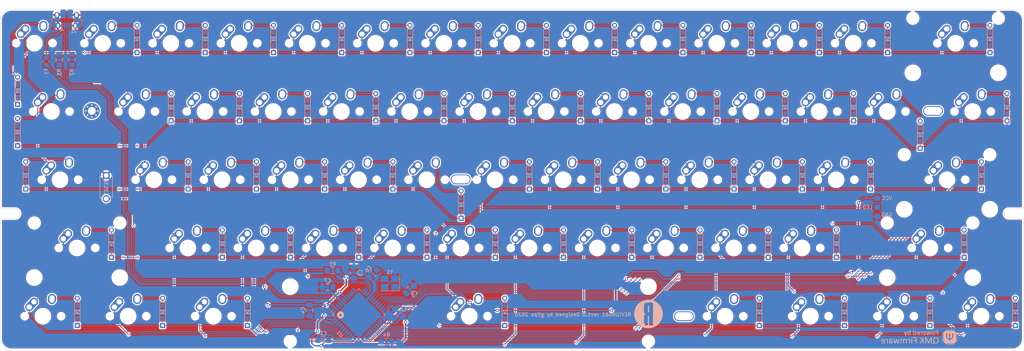
<source format=kicad_pcb>
(kicad_pcb (version 20171130) (host pcbnew "(5.1.6-0-10_14)")
  (title_block (title REVIUNG61) (date 2020-07-03) (rev 1.0))
  (layers (0 F.Cu signal) (31 B.Cu signal) (34 B.Paste user) (35 F.Paste user) (36 B.SilkS user) (37 F.SilkS user) (38 B.Mask user) (39 F.Mask user) (44 Edge.Cuts user))
  (net 0 "")
  (net 1 GND)
  (net 2 +5V)
  (net 3 "Net-(C5-Pad1)")
  (net 4 "Net-(C6-Pad1)")
  (net 5 "Net-(C7-Pad1)")
  (net 6 row0)
  (net 7 "Net-(D1-Pad2)")
  (net 8 "Net-(D2-Pad2)")
  (net 9 "Net-(D3-Pad2)")
  (net 10 "Net-(D4-Pad2)")
  (net 11 "Net-(D5-Pad2)")
  (net 12 "Net-(D6-Pad2)")
  (net 13 "Net-(D7-Pad2)")
  (net 14 "Net-(D8-Pad2)")
  (net 15 "Net-(D9-Pad2)")
  (net 16 "Net-(D10-Pad2)")
  (net 17 "Net-(D11-Pad2)")
  (net 18 "Net-(D12-Pad2)")
  (net 19 "Net-(D13-Pad2)")
  (net 20 "Net-(D14-Pad2)")
  (net 21 "Net-(D15-Pad2)")
  (net 22 row1)
  (net 23 "Net-(D16-Pad2)")
  (net 24 "Net-(D17-Pad2)")
  (net 25 "Net-(D18-Pad2)")
  (net 26 "Net-(D19-Pad2)")
  (net 27 "Net-(D20-Pad2)")
  (net 28 "Net-(D21-Pad2)")
  (net 29 "Net-(D22-Pad2)")
  (net 30 "Net-(D23-Pad2)")
  (net 31 "Net-(D24-Pad2)")
  (net 32 "Net-(D25-Pad2)")
  (net 33 "Net-(D26-Pad2)")
  (net 34 "Net-(D27-Pad2)")
  (net 35 "Net-(D28-Pad2)")
  (net 36 "Net-(D29-Pad2)")
  (net 37 row2)
  (net 38 "Net-(D30-Pad2)")
  (net 39 "Net-(D31-Pad2)")
  (net 40 "Net-(D32-Pad2)")
  (net 41 "Net-(D33-Pad2)")
  (net 42 "Net-(D34-Pad2)")
  (net 43 "Net-(D35-Pad2)")
  (net 44 "Net-(D36-Pad2)")
  (net 45 "Net-(D37-Pad2)")
  (net 46 "Net-(D38-Pad2)")
  (net 47 "Net-(D39-Pad2)")
  (net 48 "Net-(D40-Pad2)")
  (net 49 "Net-(D41-Pad2)")
  (net 50 row3)
  (net 51 "Net-(D42-Pad2)")
  (net 52 "Net-(D43-Pad2)")
  (net 53 "Net-(D44-Pad2)")
  (net 54 "Net-(D45-Pad2)")
  (net 55 "Net-(D46-Pad2)")
  (net 56 "Net-(D47-Pad2)")
  (net 57 "Net-(D48-Pad2)")
  (net 58 "Net-(D49-Pad2)")
  (net 59 "Net-(D50-Pad2)")
  (net 60 "Net-(D51-Pad2)")
  (net 61 "Net-(D52-Pad2)")
  (net 62 "Net-(D53-Pad2)")
  (net 63 row4)
  (net 64 "Net-(D54-Pad2)")
  (net 65 "Net-(D55-Pad2)")
  (net 66 "Net-(D56-Pad2)")
  (net 67 "Net-(D57-Pad2)")
  (net 68 "Net-(D58-Pad2)")
  (net 69 "Net-(D59-Pad2)")
  (net 70 "Net-(D60-Pad2)")
  (net 71 "Net-(D61-Pad2)")
  (net 72 VCC)
  (net 73 D-)
  (net 74 D+)
  (net 75 "Net-(R1-Pad2)")
  (net 76 "Net-(R2-Pad1)")
  (net 77 "Net-(R3-Pad1)")
  (net 78 "Net-(R4-Pad2)")
  (net 79 col0)
  (net 80 col1)
  (net 81 col2)
  (net 82 col3)
  (net 83 col4)
  (net 84 col5)
  (net 85 col6)
  (net 86 col7)
  (net 87 col8)
  (net 88 col9)
  (net 89 col10)
  (net 90 col11)
  (net 91 col12)
  (net 92 col13)
  (net 93 LED)
  (module _reviung-kbd:QMK-x4-ver1 (layer B.Cu) (at 276.5 111.5 180)
    (fp_text reference G*** hide)
    (fp_text value LOGO hide)
  )
  (module _reviung-kbd:R-x4-ver1 (layer B.Cu) (at 200.9 105 180)
    (fp_text reference G*** hide)
    (fp_text value LOGO hide)
  )
  (module _MX_Alps_Hybrid:MX-6.25U-ReversedStabilizers-NoLED (layer F.Cu) (at 150.87 105.65)
    (fp_text reference SW57)
    (fp_text value SW_PUSH_6.25U)
    (pad 2 thru_hole oval (at 2.5 -4.5 86.0548) (size 2.831378 2.25) (drill 1.47 (offset 0.290689 0)) (layers *.Cu B.Mask) (net 67 "Net-(D57-Pad2)"))
    (pad 2 thru_hole circle (at 2.54 -5.08) (size 2.25 2.25) (drill 1.47) (layers *.Cu B.Mask) (net 67 "Net-(D57-Pad2)"))
    (pad 1 thru_hole oval (at -3.81 -2.54 48.0996) (size 4.211556 2.25) (drill 1.47 (offset 0.980778 0)) (layers *.Cu B.Mask) (net 84 col5))
    (pad "" np_thru_hole circle (at 0 0) (size 3.9878 3.9878) (drill 3.9878) (layers *.Cu *.Mask))
    (pad 1 thru_hole circle (at -2.5 -4) (size 2.25 2.25) (drill 1.47) (layers *.Cu B.Mask) (net 84 col5))
    (pad "" np_thru_hole circle (at -5.08 0 48.0996) (size 1.75 1.75) (drill 1.75) (layers *.Cu *.Mask))
    (pad "" np_thru_hole circle (at 5.08 0 48.0996) (size 1.75 1.75) (drill 1.75) (layers *.Cu *.Mask))
    (pad "" np_thru_hole circle (at -49.9999 6.985) (size 3.048 3.048) (drill 3.048) (layers *.Cu *.Mask))
    (pad "" np_thru_hole circle (at 49.9999 6.985) (size 3.048 3.048) (drill 3.048) (layers *.Cu *.Mask))
    (pad "" np_thru_hole circle (at -49.9999 -8.255) (size 3.9878 3.9878) (drill 3.9878) (layers *.Cu *.Mask))
    (pad "" np_thru_hole circle (at 49.9999 -8.255) (size 3.9878 3.9878) (drill 3.9878) (layers *.Cu *.Mask))
  )
  (module _MX_Alps_Hybrid:MX-1U-NoLED (layer F.Cu) (at 55.63 105.65)
    (fp_text reference SW55)
    (fp_text value SW_PUSH)
    (pad 2 thru_hole oval (at 2.5 -4.5 86.0548) (size 2.831378 2.25) (drill 1.47 (offset 0.290689 0)) (layers *.Cu B.Mask) (net 65 "Net-(D55-Pad2)"))
    (pad 2 thru_hole circle (at 2.54 -5.08) (size 2.25 2.25) (drill 1.47) (layers *.Cu B.Mask) (net 65 "Net-(D55-Pad2)"))
    (pad 1 thru_hole oval (at -3.81 -2.54 48.0996) (size 4.211556 2.25) (drill 1.47 (offset 0.980778 0)) (layers *.Cu B.Mask) (net 80 col1))
    (pad "" np_thru_hole circle (at 0 0) (size 3.9878 3.9878) (drill 3.9878) (layers *.Cu *.Mask))
    (pad 1 thru_hole circle (at -2.5 -4) (size 2.25 2.25) (drill 1.47) (layers *.Cu B.Mask) (net 80 col1))
    (pad "" np_thru_hole circle (at -5.08 0 48.0996) (size 1.75 1.75) (drill 1.75) (layers *.Cu *.Mask))
    (pad "" np_thru_hole circle (at 5.08 0 48.0996) (size 1.75 1.75) (drill 1.75) (layers *.Cu *.Mask))
  )
  (module _reviung-kbd:HOLE_2.2mm_5.0mm (layer F.Cu) (at 148.47 67.45)
    (fp_text reference H2 hide)
    (fp_text value HOLE_2.2mm_5.0mm)
    (pad "" np_thru_hole oval (at 0 0) (size 5.5 2.7) (drill oval 5 2.2) (layers *.Cu *.Mask))
  )
  (module _reviung-kbd:HOLE_2.2mm_5.0mm (layer F.Cu) (at 280.35 48.34)
    (fp_text reference H4 hide)
    (fp_text value HOLE_2.2mm_5.0mm)
    (pad "" np_thru_hole oval (at 0 0) (size 5.5 2.7) (drill oval 5 2.2) (layers *.Cu *.Mask))
  )
  (module _reviung-kbd:HOLE_2.2mm_5.0mm (layer F.Cu) (at 210.79 105.66)
    (fp_text reference H3 hide)
    (fp_text value HOLE_2.2mm_5.0mm)
    (pad "" np_thru_hole oval (at 0 0) (size 5.5 2.7) (drill oval 5 2.2) (layers *.Cu *.Mask))
  )
  (module MountingHole:MountingHole_2.2mm_M2_Pad_Via (layer F.Cu) (at 45.48 48.34)
    (fp_text reference H1 hide)
    (fp_text value MountingHole_2.2mm_M2_Pad_Via)
    (pad 1 thru_hole circle (at 1.166726 -1.166726) (size 0.7 0.7) (drill 0.4) (layers *.Cu *.Mask))
    (pad 1 thru_hole circle (at 0 -1.65) (size 0.7 0.7) (drill 0.4) (layers *.Cu *.Mask))
    (pad 1 thru_hole circle (at -1.166726 -1.166726) (size 0.7 0.7) (drill 0.4) (layers *.Cu *.Mask))
    (pad 1 thru_hole circle (at -1.65 0) (size 0.7 0.7) (drill 0.4) (layers *.Cu *.Mask))
    (pad 1 thru_hole circle (at -1.166726 1.166726) (size 0.7 0.7) (drill 0.4) (layers *.Cu *.Mask))
    (pad 1 thru_hole circle (at 0 1.65) (size 0.7 0.7) (drill 0.4) (layers *.Cu *.Mask))
    (pad 1 thru_hole circle (at 1.166726 1.166726) (size 0.7 0.7) (drill 0.4) (layers *.Cu *.Mask))
    (pad 1 thru_hole circle (at 1.65 0) (size 0.7 0.7) (drill 0.4) (layers *.Cu *.Mask))
    (pad 1 thru_hole circle (at 0 0) (size 4.4 4.4) (drill 2.2) (layers *.Cu *.Mask))
  )
  (module Capacitor_SMD:C_1206_3216Metric_Pad1.42x1.75mm_HandSolder (layer B.Cu) (at 110.1125 112.25 180)
    (fp_text reference C1 (at 0 1.82) (layer B.SilkS) (effects (justify mirror)))
    (fp_text value 0.1uF)
    (pad 2 smd roundrect (at 1.4875 0 180) (size 1.425 1.75) (layers B.Cu B.Paste B.Mask) (roundrect_rratio 0.175439) (net 1 GND))
    (pad 1 smd roundrect (at -1.4875 0 180) (size 1.425 1.75) (layers B.Cu B.Paste B.Mask) (roundrect_rratio 0.175439) (net 2 +5V))
  )
  (module Capacitor_SMD:C_1206_3216Metric_Pad1.42x1.75mm_HandSolder (layer B.Cu) (at 131.248179 104.748179 135)
    (fp_text reference C2 (at 0 1.82 135) (layer B.SilkS) (effects (justify mirror)))
    (fp_text value 0.1uF)
    (pad 1 smd roundrect (at -1.4875 0 135) (size 1.425 1.75) (layers B.Cu B.Paste B.Mask) (roundrect_rratio 0.175439) (net 2 +5V))
    (pad 2 smd roundrect (at 1.4875 0 135) (size 1.425 1.75) (layers B.Cu B.Paste B.Mask) (roundrect_rratio 0.175439) (net 1 GND))
  )
  (module Capacitor_SMD:C_1206_3216Metric_Pad1.42x1.75mm_HandSolder (layer B.Cu) (at 118.6 93.5125 90)
    (fp_text reference C3 (at 0 1.82 90) (layer B.SilkS) (effects (justify mirror)))
    (fp_text value 0.1uF)
    (pad 2 smd roundrect (at 1.4875 0 90) (size 1.425 1.75) (layers B.Cu B.Paste B.Mask) (roundrect_rratio 0.175439) (net 1 GND))
    (pad 1 smd roundrect (at -1.4875 0 90) (size 1.425 1.75) (layers B.Cu B.Paste B.Mask) (roundrect_rratio 0.175439) (net 2 +5V))
  )
  (module Capacitor_SMD:C_1206_3216Metric_Pad1.42x1.75mm_HandSolder (layer B.Cu) (at 106.25 104.0125 270)
    (fp_text reference C4 (at 0 1.82 90) (layer B.SilkS) (effects (justify mirror)))
    (fp_text value 10uF)
    (pad 1 smd roundrect (at -1.4875 0 270) (size 1.425 1.75) (layers B.Cu B.Paste B.Mask) (roundrect_rratio 0.175439) (net 2 +5V))
    (pad 2 smd roundrect (at 1.4875 0 270) (size 1.425 1.75) (layers B.Cu B.Paste B.Mask) (roundrect_rratio 0.175439) (net 1 GND))
  )
  (module Capacitor_SMD:C_1206_3216Metric_Pad1.42x1.75mm_HandSolder (layer B.Cu) (at 134.301821 98.198179 45)
    (fp_text reference C5 (at 0 1.82 45) (layer B.SilkS) (effects (justify mirror)))
    (fp_text value 22pF)
    (pad 2 smd roundrect (at 1.4875 0 45) (size 1.425 1.75) (layers B.Cu B.Paste B.Mask) (roundrect_rratio 0.175439) (net 1 GND))
    (pad 1 smd roundrect (at -1.4875 0 45) (size 1.425 1.75) (layers B.Cu B.Paste B.Mask) (roundrect_rratio 0.175439) (net 3 "Net-(C5-Pad1)"))
  )
  (module Capacitor_SMD:C_1206_3216Metric_Pad1.42x1.75mm_HandSolder (layer B.Cu) (at 123.948179 93.801821 225)
    (fp_text reference C6 (at 0 1.82 45) (layer B.SilkS) (effects (justify mirror)))
    (fp_text value 22pF)
    (pad 1 smd roundrect (at -1.4875 0 225) (size 1.425 1.75) (layers B.Cu B.Paste B.Mask) (roundrect_rratio 0.175439) (net 4 "Net-(C6-Pad1)"))
    (pad 2 smd roundrect (at 1.4875 0 225) (size 1.425 1.75) (layers B.Cu B.Paste B.Mask) (roundrect_rratio 0.175439) (net 1 GND))
  )
  (module Capacitor_SMD:C_1206_3216Metric_Pad1.42x1.75mm_HandSolder (layer B.Cu) (at 111.3 97.5 180)
    (fp_text reference C7 (at 0 1.82) (layer B.SilkS) (effects (justify mirror)))
    (fp_text value 1uF)
    (pad 1 smd roundrect (at -1.4875 0 180) (size 1.425 1.75) (layers B.Cu B.Paste B.Mask) (roundrect_rratio 0.175439) (net 5 "Net-(C7-Pad1)"))
    (pad 2 smd roundrect (at 1.4875 0 180) (size 1.425 1.75) (layers B.Cu B.Paste B.Mask) (roundrect_rratio 0.175439) (net 1 GND))
  )
  (module Fuse:Fuse_0805_2012Metric_Pad1.15x1.40mm_HandSolder (layer B.Cu) (at 32.8 34.525 90)
    (fp_text reference F1 (at -2.875 0 90) (layer B.SilkS) (effects (justify mirror)))
    (fp_text value 500mA)
    (pad 1 smd roundrect (at -1.025 0 90) (size 1.15 1.4) (layers B.Cu B.Paste B.Mask) (roundrect_rratio 0.217391) (net 2 +5V))
    (pad 2 smd roundrect (at 1.025 0 90) (size 1.15 1.4) (layers B.Cu B.Paste B.Mask) (roundrect_rratio 0.217391) (net 72 VCC))
  )
  (module Resistor_SMD:R_1206_3216Metric_Pad1.42x1.75mm_HandSolder (layer B.Cu) (at 112.7125 92.9 180)
    (fp_text reference R1 (at 0 1.82) (layer B.SilkS) (effects (justify mirror)))
    (fp_text value 10k)
    (pad 1 smd roundrect (at -1.4875 0 180) (size 1.425 1.75) (layers B.Cu B.Paste B.Mask) (roundrect_rratio 0.175439) (net 2 +5V))
    (pad 2 smd roundrect (at 1.4875 0 180) (size 1.425 1.75) (layers B.Cu B.Paste B.Mask) (roundrect_rratio 0.175439) (net 75 "Net-(R1-Pad2)"))
  )
  (module Resistor_SMD:R_1206_3216Metric_Pad1.42x1.75mm_HandSolder (layer B.Cu) (at 39.9 34.04 90)
    (fp_text reference R2 (at -3.46 0 90) (layer B.SilkS) (effects (justify mirror)))
    (fp_text value 22)
    (pad 1 smd roundrect (at -1.4875 0 90) (size 1.425 1.75) (layers B.Cu B.Paste B.Mask) (roundrect_rratio 0.175439) (net 76 "Net-(R2-Pad1)"))
    (pad 2 smd roundrect (at 1.4875 0 90) (size 1.425 1.75) (layers B.Cu B.Paste B.Mask) (roundrect_rratio 0.175439) (net 74 D+))
  )
  (module Resistor_SMD:R_1206_3216Metric_Pad1.42x1.75mm_HandSolder (layer B.Cu) (at 36.4 34.04 90)
    (fp_text reference R3 (at -3.46 0 90) (layer B.SilkS) (effects (justify mirror)))
    (fp_text value 22)
    (pad 2 smd roundrect (at 1.4875 0 90) (size 1.425 1.75) (layers B.Cu B.Paste B.Mask) (roundrect_rratio 0.175439) (net 73 D-))
    (pad 1 smd roundrect (at -1.4875 0 90) (size 1.425 1.75) (layers B.Cu B.Paste B.Mask) (roundrect_rratio 0.175439) (net 77 "Net-(R3-Pad1)"))
  )
  (module Resistor_SMD:R_1206_3216Metric_Pad1.42x1.75mm_HandSolder (layer B.Cu) (at 127.7875 112.7 180)
    (fp_text reference R4 (at 0 1.82) (layer B.SilkS) (effects (justify mirror)))
    (fp_text value 10k)
    (pad 2 smd roundrect (at 1.4875 0 180) (size 1.425 1.75) (layers B.Cu B.Paste B.Mask) (roundrect_rratio 0.175439) (net 78 "Net-(R4-Pad2)"))
    (pad 1 smd roundrect (at -1.4875 0 180) (size 1.425 1.75) (layers B.Cu B.Paste B.Mask) (roundrect_rratio 0.175439) (net 1 GND))
  )
  (module _MX_Alps_Hybrid:MX-1U-NoLED (layer F.Cu) (at 29.45 29.42)
    (fp_text reference SW1)
    (fp_text value SW_PUSH)
    (pad 2 thru_hole oval (at 2.5 -4.5 86.0548) (size 2.831378 2.25) (drill 1.47 (offset 0.290689 0)) (layers *.Cu B.Mask) (net 7 "Net-(D1-Pad2)"))
    (pad 2 thru_hole circle (at 2.54 -5.08) (size 2.25 2.25) (drill 1.47) (layers *.Cu B.Mask) (net 7 "Net-(D1-Pad2)"))
    (pad 1 thru_hole oval (at -3.81 -2.54 48.0996) (size 4.211556 2.25) (drill 1.47 (offset 0.980778 0)) (layers *.Cu B.Mask) (net 79 col0))
    (pad "" np_thru_hole circle (at 0 0) (size 3.9878 3.9878) (drill 3.9878) (layers *.Cu *.Mask))
    (pad 1 thru_hole circle (at -2.5 -4) (size 2.25 2.25) (drill 1.47) (layers *.Cu B.Mask) (net 79 col0))
    (pad "" np_thru_hole circle (at -5.08 0 48.0996) (size 1.75 1.75) (drill 1.75) (layers *.Cu *.Mask))
    (pad "" np_thru_hole circle (at 5.08 0 48.0996) (size 1.75 1.75) (drill 1.75) (layers *.Cu *.Mask))
  )
  (module _MX_Alps_Hybrid:MX-1U-NoLED (layer F.Cu) (at 48.5 29.45)
    (fp_text reference SW2)
    (fp_text value SW_PUSH)
    (pad "" np_thru_hole circle (at 5.08 0 48.0996) (size 1.75 1.75) (drill 1.75) (layers *.Cu *.Mask))
    (pad "" np_thru_hole circle (at -5.08 0 48.0996) (size 1.75 1.75) (drill 1.75) (layers *.Cu *.Mask))
    (pad 1 thru_hole circle (at -2.5 -4) (size 2.25 2.25) (drill 1.47) (layers *.Cu B.Mask) (net 80 col1))
    (pad "" np_thru_hole circle (at 0 0) (size 3.9878 3.9878) (drill 3.9878) (layers *.Cu *.Mask))
    (pad 1 thru_hole oval (at -3.81 -2.54 48.0996) (size 4.211556 2.25) (drill 1.47 (offset 0.980778 0)) (layers *.Cu B.Mask) (net 80 col1))
    (pad 2 thru_hole circle (at 2.54 -5.08) (size 2.25 2.25) (drill 1.47) (layers *.Cu B.Mask) (net 8 "Net-(D2-Pad2)"))
    (pad 2 thru_hole oval (at 2.5 -4.5 86.0548) (size 2.831378 2.25) (drill 1.47 (offset 0.290689 0)) (layers *.Cu B.Mask) (net 8 "Net-(D2-Pad2)"))
  )
  (module _MX_Alps_Hybrid:MX-1U-NoLED (layer F.Cu) (at 67.55 29.45)
    (fp_text reference SW3)
    (fp_text value SW_PUSH)
    (pad 2 thru_hole oval (at 2.5 -4.5 86.0548) (size 2.831378 2.25) (drill 1.47 (offset 0.290689 0)) (layers *.Cu B.Mask) (net 9 "Net-(D3-Pad2)"))
    (pad 2 thru_hole circle (at 2.54 -5.08) (size 2.25 2.25) (drill 1.47) (layers *.Cu B.Mask) (net 9 "Net-(D3-Pad2)"))
    (pad 1 thru_hole oval (at -3.81 -2.54 48.0996) (size 4.211556 2.25) (drill 1.47 (offset 0.980778 0)) (layers *.Cu B.Mask) (net 81 col2))
    (pad "" np_thru_hole circle (at 0 0) (size 3.9878 3.9878) (drill 3.9878) (layers *.Cu *.Mask))
    (pad 1 thru_hole circle (at -2.5 -4) (size 2.25 2.25) (drill 1.47) (layers *.Cu B.Mask) (net 81 col2))
    (pad "" np_thru_hole circle (at -5.08 0 48.0996) (size 1.75 1.75) (drill 1.75) (layers *.Cu *.Mask))
    (pad "" np_thru_hole circle (at 5.08 0 48.0996) (size 1.75 1.75) (drill 1.75) (layers *.Cu *.Mask))
  )
  (module _MX_Alps_Hybrid:MX-1U-NoLED (layer F.Cu) (at 86.6 29.45)
    (fp_text reference SW4)
    (fp_text value SW_PUSH)
    (pad "" np_thru_hole circle (at 5.08 0 48.0996) (size 1.75 1.75) (drill 1.75) (layers *.Cu *.Mask))
    (pad "" np_thru_hole circle (at -5.08 0 48.0996) (size 1.75 1.75) (drill 1.75) (layers *.Cu *.Mask))
    (pad 1 thru_hole circle (at -2.5 -4) (size 2.25 2.25) (drill 1.47) (layers *.Cu B.Mask) (net 82 col3))
    (pad "" np_thru_hole circle (at 0 0) (size 3.9878 3.9878) (drill 3.9878) (layers *.Cu *.Mask))
    (pad 1 thru_hole oval (at -3.81 -2.54 48.0996) (size 4.211556 2.25) (drill 1.47 (offset 0.980778 0)) (layers *.Cu B.Mask) (net 82 col3))
    (pad 2 thru_hole circle (at 2.54 -5.08) (size 2.25 2.25) (drill 1.47) (layers *.Cu B.Mask) (net 10 "Net-(D4-Pad2)"))
    (pad 2 thru_hole oval (at 2.5 -4.5 86.0548) (size 2.831378 2.25) (drill 1.47 (offset 0.290689 0)) (layers *.Cu B.Mask) (net 10 "Net-(D4-Pad2)"))
  )
  (module _MX_Alps_Hybrid:MX-1U-NoLED (layer F.Cu) (at 105.65 29.45)
    (fp_text reference SW5)
    (fp_text value SW_PUSH)
    (pad "" np_thru_hole circle (at 5.08 0 48.0996) (size 1.75 1.75) (drill 1.75) (layers *.Cu *.Mask))
    (pad "" np_thru_hole circle (at -5.08 0 48.0996) (size 1.75 1.75) (drill 1.75) (layers *.Cu *.Mask))
    (pad 1 thru_hole circle (at -2.5 -4) (size 2.25 2.25) (drill 1.47) (layers *.Cu B.Mask) (net 83 col4))
    (pad "" np_thru_hole circle (at 0 0) (size 3.9878 3.9878) (drill 3.9878) (layers *.Cu *.Mask))
    (pad 1 thru_hole oval (at -3.81 -2.54 48.0996) (size 4.211556 2.25) (drill 1.47 (offset 0.980778 0)) (layers *.Cu B.Mask) (net 83 col4))
    (pad 2 thru_hole circle (at 2.54 -5.08) (size 2.25 2.25) (drill 1.47) (layers *.Cu B.Mask) (net 11 "Net-(D5-Pad2)"))
    (pad 2 thru_hole oval (at 2.5 -4.5 86.0548) (size 2.831378 2.25) (drill 1.47 (offset 0.290689 0)) (layers *.Cu B.Mask) (net 11 "Net-(D5-Pad2)"))
  )
  (module _MX_Alps_Hybrid:MX-1U-NoLED (layer F.Cu) (at 124.7 29.45)
    (fp_text reference SW6)
    (fp_text value SW_PUSH)
    (pad 2 thru_hole oval (at 2.5 -4.5 86.0548) (size 2.831378 2.25) (drill 1.47 (offset 0.290689 0)) (layers *.Cu B.Mask) (net 12 "Net-(D6-Pad2)"))
    (pad 2 thru_hole circle (at 2.54 -5.08) (size 2.25 2.25) (drill 1.47) (layers *.Cu B.Mask) (net 12 "Net-(D6-Pad2)"))
    (pad 1 thru_hole oval (at -3.81 -2.54 48.0996) (size 4.211556 2.25) (drill 1.47 (offset 0.980778 0)) (layers *.Cu B.Mask) (net 84 col5))
    (pad "" np_thru_hole circle (at 0 0) (size 3.9878 3.9878) (drill 3.9878) (layers *.Cu *.Mask))
    (pad 1 thru_hole circle (at -2.5 -4) (size 2.25 2.25) (drill 1.47) (layers *.Cu B.Mask) (net 84 col5))
    (pad "" np_thru_hole circle (at -5.08 0 48.0996) (size 1.75 1.75) (drill 1.75) (layers *.Cu *.Mask))
    (pad "" np_thru_hole circle (at 5.08 0 48.0996) (size 1.75 1.75) (drill 1.75) (layers *.Cu *.Mask))
  )
  (module _MX_Alps_Hybrid:MX-1U-NoLED (layer F.Cu) (at 143.75 29.45)
    (fp_text reference SW7)
    (fp_text value SW_PUSH)
    (pad "" np_thru_hole circle (at 5.08 0 48.0996) (size 1.75 1.75) (drill 1.75) (layers *.Cu *.Mask))
    (pad "" np_thru_hole circle (at -5.08 0 48.0996) (size 1.75 1.75) (drill 1.75) (layers *.Cu *.Mask))
    (pad 1 thru_hole circle (at -2.5 -4) (size 2.25 2.25) (drill 1.47) (layers *.Cu B.Mask) (net 85 col6))
    (pad "" np_thru_hole circle (at 0 0) (size 3.9878 3.9878) (drill 3.9878) (layers *.Cu *.Mask))
    (pad 1 thru_hole oval (at -3.81 -2.54 48.0996) (size 4.211556 2.25) (drill 1.47 (offset 0.980778 0)) (layers *.Cu B.Mask) (net 85 col6))
    (pad 2 thru_hole circle (at 2.54 -5.08) (size 2.25 2.25) (drill 1.47) (layers *.Cu B.Mask) (net 13 "Net-(D7-Pad2)"))
    (pad 2 thru_hole oval (at 2.5 -4.5 86.0548) (size 2.831378 2.25) (drill 1.47 (offset 0.290689 0)) (layers *.Cu B.Mask) (net 13 "Net-(D7-Pad2)"))
  )
  (module _MX_Alps_Hybrid:MX-1U-NoLED (layer F.Cu) (at 162.8 29.45)
    (fp_text reference SW8)
    (fp_text value SW_PUSH)
    (pad "" np_thru_hole circle (at 5.08 0 48.0996) (size 1.75 1.75) (drill 1.75) (layers *.Cu *.Mask))
    (pad "" np_thru_hole circle (at -5.08 0 48.0996) (size 1.75 1.75) (drill 1.75) (layers *.Cu *.Mask))
    (pad 1 thru_hole circle (at -2.5 -4) (size 2.25 2.25) (drill 1.47) (layers *.Cu B.Mask) (net 86 col7))
    (pad "" np_thru_hole circle (at 0 0) (size 3.9878 3.9878) (drill 3.9878) (layers *.Cu *.Mask))
    (pad 1 thru_hole oval (at -3.81 -2.54 48.0996) (size 4.211556 2.25) (drill 1.47 (offset 0.980778 0)) (layers *.Cu B.Mask) (net 86 col7))
    (pad 2 thru_hole circle (at 2.54 -5.08) (size 2.25 2.25) (drill 1.47) (layers *.Cu B.Mask) (net 14 "Net-(D8-Pad2)"))
    (pad 2 thru_hole oval (at 2.5 -4.5 86.0548) (size 2.831378 2.25) (drill 1.47 (offset 0.290689 0)) (layers *.Cu B.Mask) (net 14 "Net-(D8-Pad2)"))
  )
  (module _MX_Alps_Hybrid:MX-1U-NoLED (layer F.Cu) (at 181.85 29.45)
    (fp_text reference SW9)
    (fp_text value SW_PUSH)
    (pad "" np_thru_hole circle (at 5.08 0 48.0996) (size 1.75 1.75) (drill 1.75) (layers *.Cu *.Mask))
    (pad "" np_thru_hole circle (at -5.08 0 48.0996) (size 1.75 1.75) (drill 1.75) (layers *.Cu *.Mask))
    (pad 1 thru_hole circle (at -2.5 -4) (size 2.25 2.25) (drill 1.47) (layers *.Cu B.Mask) (net 87 col8))
    (pad "" np_thru_hole circle (at 0 0) (size 3.9878 3.9878) (drill 3.9878) (layers *.Cu *.Mask))
    (pad 1 thru_hole oval (at -3.81 -2.54 48.0996) (size 4.211556 2.25) (drill 1.47 (offset 0.980778 0)) (layers *.Cu B.Mask) (net 87 col8))
    (pad 2 thru_hole circle (at 2.54 -5.08) (size 2.25 2.25) (drill 1.47) (layers *.Cu B.Mask) (net 15 "Net-(D9-Pad2)"))
    (pad 2 thru_hole oval (at 2.5 -4.5 86.0548) (size 2.831378 2.25) (drill 1.47 (offset 0.290689 0)) (layers *.Cu B.Mask) (net 15 "Net-(D9-Pad2)"))
  )
  (module _MX_Alps_Hybrid:MX-1U-NoLED (layer F.Cu) (at 200.9 29.45)
    (fp_text reference SW10)
    (fp_text value SW_PUSH)
    (pad "" np_thru_hole circle (at 5.08 0 48.0996) (size 1.75 1.75) (drill 1.75) (layers *.Cu *.Mask))
    (pad "" np_thru_hole circle (at -5.08 0 48.0996) (size 1.75 1.75) (drill 1.75) (layers *.Cu *.Mask))
    (pad 1 thru_hole circle (at -2.5 -4) (size 2.25 2.25) (drill 1.47) (layers *.Cu B.Mask) (net 88 col9))
    (pad "" np_thru_hole circle (at 0 0) (size 3.9878 3.9878) (drill 3.9878) (layers *.Cu *.Mask))
    (pad 1 thru_hole oval (at -3.81 -2.54 48.0996) (size 4.211556 2.25) (drill 1.47 (offset 0.980778 0)) (layers *.Cu B.Mask) (net 88 col9))
    (pad 2 thru_hole circle (at 2.54 -5.08) (size 2.25 2.25) (drill 1.47) (layers *.Cu B.Mask) (net 16 "Net-(D10-Pad2)"))
    (pad 2 thru_hole oval (at 2.5 -4.5 86.0548) (size 2.831378 2.25) (drill 1.47 (offset 0.290689 0)) (layers *.Cu B.Mask) (net 16 "Net-(D10-Pad2)"))
  )
  (module _MX_Alps_Hybrid:MX-1U-NoLED (layer F.Cu) (at 219.95 29.45)
    (fp_text reference SW11)
    (fp_text value SW_PUSH)
    (pad "" np_thru_hole circle (at 5.08 0 48.0996) (size 1.75 1.75) (drill 1.75) (layers *.Cu *.Mask))
    (pad "" np_thru_hole circle (at -5.08 0 48.0996) (size 1.75 1.75) (drill 1.75) (layers *.Cu *.Mask))
    (pad 1 thru_hole circle (at -2.5 -4) (size 2.25 2.25) (drill 1.47) (layers *.Cu B.Mask) (net 89 col10))
    (pad "" np_thru_hole circle (at 0 0) (size 3.9878 3.9878) (drill 3.9878) (layers *.Cu *.Mask))
    (pad 1 thru_hole oval (at -3.81 -2.54 48.0996) (size 4.211556 2.25) (drill 1.47 (offset 0.980778 0)) (layers *.Cu B.Mask) (net 89 col10))
    (pad 2 thru_hole circle (at 2.54 -5.08) (size 2.25 2.25) (drill 1.47) (layers *.Cu B.Mask) (net 17 "Net-(D11-Pad2)"))
    (pad 2 thru_hole oval (at 2.5 -4.5 86.0548) (size 2.831378 2.25) (drill 1.47 (offset 0.290689 0)) (layers *.Cu B.Mask) (net 17 "Net-(D11-Pad2)"))
  )
  (module _MX_Alps_Hybrid:MX-1U-NoLED (layer F.Cu) (at 239 29.45)
    (fp_text reference SW12)
    (fp_text value SW_PUSH)
    (pad 2 thru_hole oval (at 2.5 -4.5 86.0548) (size 2.831378 2.25) (drill 1.47 (offset 0.290689 0)) (layers *.Cu B.Mask) (net 18 "Net-(D12-Pad2)"))
    (pad 2 thru_hole circle (at 2.54 -5.08) (size 2.25 2.25) (drill 1.47) (layers *.Cu B.Mask) (net 18 "Net-(D12-Pad2)"))
    (pad 1 thru_hole oval (at -3.81 -2.54 48.0996) (size 4.211556 2.25) (drill 1.47 (offset 0.980778 0)) (layers *.Cu B.Mask) (net 90 col11))
    (pad "" np_thru_hole circle (at 0 0) (size 3.9878 3.9878) (drill 3.9878) (layers *.Cu *.Mask))
    (pad 1 thru_hole circle (at -2.5 -4) (size 2.25 2.25) (drill 1.47) (layers *.Cu B.Mask) (net 90 col11))
    (pad "" np_thru_hole circle (at -5.08 0 48.0996) (size 1.75 1.75) (drill 1.75) (layers *.Cu *.Mask))
    (pad "" np_thru_hole circle (at 5.08 0 48.0996) (size 1.75 1.75) (drill 1.75) (layers *.Cu *.Mask))
  )
  (module _MX_Alps_Hybrid:MX-1U-NoLED (layer F.Cu) (at 258.05 29.45)
    (fp_text reference SW13)
    (fp_text value SW_PUSH)
    (pad "" np_thru_hole circle (at 5.08 0 48.0996) (size 1.75 1.75) (drill 1.75) (layers *.Cu *.Mask))
    (pad "" np_thru_hole circle (at -5.08 0 48.0996) (size 1.75 1.75) (drill 1.75) (layers *.Cu *.Mask))
    (pad 1 thru_hole circle (at -2.5 -4) (size 2.25 2.25) (drill 1.47) (layers *.Cu B.Mask) (net 91 col12))
    (pad "" np_thru_hole circle (at 0 0) (size 3.9878 3.9878) (drill 3.9878) (layers *.Cu *.Mask))
    (pad 1 thru_hole oval (at -3.81 -2.54 48.0996) (size 4.211556 2.25) (drill 1.47 (offset 0.980778 0)) (layers *.Cu B.Mask) (net 91 col12))
    (pad 2 thru_hole circle (at 2.54 -5.08) (size 2.25 2.25) (drill 1.47) (layers *.Cu B.Mask) (net 19 "Net-(D13-Pad2)"))
    (pad 2 thru_hole oval (at 2.5 -4.5 86.0548) (size 2.831378 2.25) (drill 1.47 (offset 0.290689 0)) (layers *.Cu B.Mask) (net 19 "Net-(D13-Pad2)"))
  )
  (module _MX_Alps_Hybrid:MX-2U-NoLED (layer F.Cu) (at 286.625 29.45)
    (fp_text reference SW14)
    (fp_text value SW_PUSH_2U)
    (pad 2 thru_hole oval (at 2.5 -4.5 86.0548) (size 2.831378 2.25) (drill 1.47 (offset 0.290689 0)) (layers *.Cu B.Mask) (net 20 "Net-(D14-Pad2)"))
    (pad 2 thru_hole circle (at 2.54 -5.08) (size 2.25 2.25) (drill 1.47) (layers *.Cu B.Mask) (net 20 "Net-(D14-Pad2)"))
    (pad 1 thru_hole oval (at -3.81 -2.54 48.0996) (size 4.211556 2.25) (drill 1.47 (offset 0.980778 0)) (layers *.Cu B.Mask) (net 92 col13))
    (pad "" np_thru_hole circle (at 0 0) (size 3.9878 3.9878) (drill 3.9878) (layers *.Cu *.Mask))
    (pad 1 thru_hole circle (at -2.5 -4) (size 2.25 2.25) (drill 1.47) (layers *.Cu B.Mask) (net 92 col13))
    (pad "" np_thru_hole circle (at -5.08 0 48.0996) (size 1.75 1.75) (drill 1.75) (layers *.Cu *.Mask))
    (pad "" np_thru_hole circle (at 5.08 0 48.0996) (size 1.75 1.75) (drill 1.75) (layers *.Cu *.Mask))
    (pad "" np_thru_hole circle (at -11.938 -6.985) (size 3.048 3.048) (drill 3.048) (layers *.Cu *.Mask))
    (pad "" np_thru_hole circle (at 11.938 -6.985) (size 3.048 3.048) (drill 3.048) (layers *.Cu *.Mask))
    (pad "" np_thru_hole circle (at -11.938 8.255) (size 3.9878 3.9878) (drill 3.9878) (layers *.Cu *.Mask))
    (pad "" np_thru_hole circle (at 11.938 8.255) (size 3.9878 3.9878) (drill 3.9878) (layers *.Cu *.Mask))
  )
  (module _MX_Alps_Hybrid:MX-1U-NoLED (layer F.Cu) (at 34.2125 48.5)
    (fp_text reference SW15)
    (fp_text value SW_PUSH)
    (pad "" np_thru_hole circle (at 5.08 0 48.0996) (size 1.75 1.75) (drill 1.75) (layers *.Cu *.Mask))
    (pad "" np_thru_hole circle (at -5.08 0 48.0996) (size 1.75 1.75) (drill 1.75) (layers *.Cu *.Mask))
    (pad 1 thru_hole circle (at -2.5 -4) (size 2.25 2.25) (drill 1.47) (layers *.Cu B.Mask) (net 79 col0))
    (pad "" np_thru_hole circle (at 0 0) (size 3.9878 3.9878) (drill 3.9878) (layers *.Cu *.Mask))
    (pad 1 thru_hole oval (at -3.81 -2.54 48.0996) (size 4.211556 2.25) (drill 1.47 (offset 0.980778 0)) (layers *.Cu B.Mask) (net 79 col0))
    (pad 2 thru_hole circle (at 2.54 -5.08) (size 2.25 2.25) (drill 1.47) (layers *.Cu B.Mask) (net 21 "Net-(D15-Pad2)"))
    (pad 2 thru_hole oval (at 2.5 -4.5 86.0548) (size 2.831378 2.25) (drill 1.47 (offset 0.290689 0)) (layers *.Cu B.Mask) (net 21 "Net-(D15-Pad2)"))
  )
  (module _MX_Alps_Hybrid:MX-1U-NoLED (layer F.Cu) (at 58.025 48.5)
    (fp_text reference SW16)
    (fp_text value SW_PUSH)
    (pad "" np_thru_hole circle (at 5.08 0 48.0996) (size 1.75 1.75) (drill 1.75) (layers *.Cu *.Mask))
    (pad "" np_thru_hole circle (at -5.08 0 48.0996) (size 1.75 1.75) (drill 1.75) (layers *.Cu *.Mask))
    (pad 1 thru_hole circle (at -2.5 -4) (size 2.25 2.25) (drill 1.47) (layers *.Cu B.Mask) (net 80 col1))
    (pad "" np_thru_hole circle (at 0 0) (size 3.9878 3.9878) (drill 3.9878) (layers *.Cu *.Mask))
    (pad 1 thru_hole oval (at -3.81 -2.54 48.0996) (size 4.211556 2.25) (drill 1.47 (offset 0.980778 0)) (layers *.Cu B.Mask) (net 80 col1))
    (pad 2 thru_hole circle (at 2.54 -5.08) (size 2.25 2.25) (drill 1.47) (layers *.Cu B.Mask) (net 23 "Net-(D16-Pad2)"))
    (pad 2 thru_hole oval (at 2.5 -4.5 86.0548) (size 2.831378 2.25) (drill 1.47 (offset 0.290689 0)) (layers *.Cu B.Mask) (net 23 "Net-(D16-Pad2)"))
  )
  (module _MX_Alps_Hybrid:MX-1U-NoLED (layer F.Cu) (at 77.075 48.5)
    (fp_text reference SW17)
    (fp_text value SW_PUSH)
    (pad "" np_thru_hole circle (at 5.08 0 48.0996) (size 1.75 1.75) (drill 1.75) (layers *.Cu *.Mask))
    (pad "" np_thru_hole circle (at -5.08 0 48.0996) (size 1.75 1.75) (drill 1.75) (layers *.Cu *.Mask))
    (pad 1 thru_hole circle (at -2.5 -4) (size 2.25 2.25) (drill 1.47) (layers *.Cu B.Mask) (net 81 col2))
    (pad "" np_thru_hole circle (at 0 0) (size 3.9878 3.9878) (drill 3.9878) (layers *.Cu *.Mask))
    (pad 1 thru_hole oval (at -3.81 -2.54 48.0996) (size 4.211556 2.25) (drill 1.47 (offset 0.980778 0)) (layers *.Cu B.Mask) (net 81 col2))
    (pad 2 thru_hole circle (at 2.54 -5.08) (size 2.25 2.25) (drill 1.47) (layers *.Cu B.Mask) (net 24 "Net-(D17-Pad2)"))
    (pad 2 thru_hole oval (at 2.5 -4.5 86.0548) (size 2.831378 2.25) (drill 1.47 (offset 0.290689 0)) (layers *.Cu B.Mask) (net 24 "Net-(D17-Pad2)"))
  )
  (module _MX_Alps_Hybrid:MX-1U-NoLED (layer F.Cu) (at 96.125 48.5)
    (fp_text reference SW18)
    (fp_text value SW_PUSH)
    (pad "" np_thru_hole circle (at 5.08 0 48.0996) (size 1.75 1.75) (drill 1.75) (layers *.Cu *.Mask))
    (pad "" np_thru_hole circle (at -5.08 0 48.0996) (size 1.75 1.75) (drill 1.75) (layers *.Cu *.Mask))
    (pad 1 thru_hole circle (at -2.5 -4) (size 2.25 2.25) (drill 1.47) (layers *.Cu B.Mask) (net 82 col3))
    (pad "" np_thru_hole circle (at 0 0) (size 3.9878 3.9878) (drill 3.9878) (layers *.Cu *.Mask))
    (pad 1 thru_hole oval (at -3.81 -2.54 48.0996) (size 4.211556 2.25) (drill 1.47 (offset 0.980778 0)) (layers *.Cu B.Mask) (net 82 col3))
    (pad 2 thru_hole circle (at 2.54 -5.08) (size 2.25 2.25) (drill 1.47) (layers *.Cu B.Mask) (net 25 "Net-(D18-Pad2)"))
    (pad 2 thru_hole oval (at 2.5 -4.5 86.0548) (size 2.831378 2.25) (drill 1.47 (offset 0.290689 0)) (layers *.Cu B.Mask) (net 25 "Net-(D18-Pad2)"))
  )
  (module _MX_Alps_Hybrid:MX-1U-NoLED (layer F.Cu) (at 115.175 48.5)
    (fp_text reference SW19)
    (fp_text value SW_PUSH)
    (pad "" np_thru_hole circle (at 5.08 0 48.0996) (size 1.75 1.75) (drill 1.75) (layers *.Cu *.Mask))
    (pad "" np_thru_hole circle (at -5.08 0 48.0996) (size 1.75 1.75) (drill 1.75) (layers *.Cu *.Mask))
    (pad 1 thru_hole circle (at -2.5 -4) (size 2.25 2.25) (drill 1.47) (layers *.Cu B.Mask) (net 83 col4))
    (pad "" np_thru_hole circle (at 0 0) (size 3.9878 3.9878) (drill 3.9878) (layers *.Cu *.Mask))
    (pad 1 thru_hole oval (at -3.81 -2.54 48.0996) (size 4.211556 2.25) (drill 1.47 (offset 0.980778 0)) (layers *.Cu B.Mask) (net 83 col4))
    (pad 2 thru_hole circle (at 2.54 -5.08) (size 2.25 2.25) (drill 1.47) (layers *.Cu B.Mask) (net 26 "Net-(D19-Pad2)"))
    (pad 2 thru_hole oval (at 2.5 -4.5 86.0548) (size 2.831378 2.25) (drill 1.47 (offset 0.290689 0)) (layers *.Cu B.Mask) (net 26 "Net-(D19-Pad2)"))
  )
  (module _MX_Alps_Hybrid:MX-1U-NoLED (layer F.Cu) (at 134.225 48.5)
    (fp_text reference SW20)
    (fp_text value SW_PUSH)
    (pad "" np_thru_hole circle (at 5.08 0 48.0996) (size 1.75 1.75) (drill 1.75) (layers *.Cu *.Mask))
    (pad "" np_thru_hole circle (at -5.08 0 48.0996) (size 1.75 1.75) (drill 1.75) (layers *.Cu *.Mask))
    (pad 1 thru_hole circle (at -2.5 -4) (size 2.25 2.25) (drill 1.47) (layers *.Cu B.Mask) (net 84 col5))
    (pad "" np_thru_hole circle (at 0 0) (size 3.9878 3.9878) (drill 3.9878) (layers *.Cu *.Mask))
    (pad 1 thru_hole oval (at -3.81 -2.54 48.0996) (size 4.211556 2.25) (drill 1.47 (offset 0.980778 0)) (layers *.Cu B.Mask) (net 84 col5))
    (pad 2 thru_hole circle (at 2.54 -5.08) (size 2.25 2.25) (drill 1.47) (layers *.Cu B.Mask) (net 27 "Net-(D20-Pad2)"))
    (pad 2 thru_hole oval (at 2.5 -4.5 86.0548) (size 2.831378 2.25) (drill 1.47 (offset 0.290689 0)) (layers *.Cu B.Mask) (net 27 "Net-(D20-Pad2)"))
  )
  (module _MX_Alps_Hybrid:MX-1U-NoLED (layer F.Cu) (at 153.275 48.5)
    (fp_text reference SW21)
    (fp_text value SW_PUSH)
    (pad "" np_thru_hole circle (at 5.08 0 48.0996) (size 1.75 1.75) (drill 1.75) (layers *.Cu *.Mask))
    (pad "" np_thru_hole circle (at -5.08 0 48.0996) (size 1.75 1.75) (drill 1.75) (layers *.Cu *.Mask))
    (pad 1 thru_hole circle (at -2.5 -4) (size 2.25 2.25) (drill 1.47) (layers *.Cu B.Mask) (net 85 col6))
    (pad "" np_thru_hole circle (at 0 0) (size 3.9878 3.9878) (drill 3.9878) (layers *.Cu *.Mask))
    (pad 1 thru_hole oval (at -3.81 -2.54 48.0996) (size 4.211556 2.25) (drill 1.47 (offset 0.980778 0)) (layers *.Cu B.Mask) (net 85 col6))
    (pad 2 thru_hole circle (at 2.54 -5.08) (size 2.25 2.25) (drill 1.47) (layers *.Cu B.Mask) (net 28 "Net-(D21-Pad2)"))
    (pad 2 thru_hole oval (at 2.5 -4.5 86.0548) (size 2.831378 2.25) (drill 1.47 (offset 0.290689 0)) (layers *.Cu B.Mask) (net 28 "Net-(D21-Pad2)"))
  )
  (module _MX_Alps_Hybrid:MX-1U-NoLED (layer F.Cu) (at 172.325 48.5)
    (fp_text reference SW22)
    (fp_text value SW_PUSH)
    (pad "" np_thru_hole circle (at 5.08 0 48.0996) (size 1.75 1.75) (drill 1.75) (layers *.Cu *.Mask))
    (pad "" np_thru_hole circle (at -5.08 0 48.0996) (size 1.75 1.75) (drill 1.75) (layers *.Cu *.Mask))
    (pad 1 thru_hole circle (at -2.5 -4) (size 2.25 2.25) (drill 1.47) (layers *.Cu B.Mask) (net 86 col7))
    (pad "" np_thru_hole circle (at 0 0) (size 3.9878 3.9878) (drill 3.9878) (layers *.Cu *.Mask))
    (pad 1 thru_hole oval (at -3.81 -2.54 48.0996) (size 4.211556 2.25) (drill 1.47 (offset 0.980778 0)) (layers *.Cu B.Mask) (net 86 col7))
    (pad 2 thru_hole circle (at 2.54 -5.08) (size 2.25 2.25) (drill 1.47) (layers *.Cu B.Mask) (net 29 "Net-(D22-Pad2)"))
    (pad 2 thru_hole oval (at 2.5 -4.5 86.0548) (size 2.831378 2.25) (drill 1.47 (offset 0.290689 0)) (layers *.Cu B.Mask) (net 29 "Net-(D22-Pad2)"))
  )
  (module _MX_Alps_Hybrid:MX-1U-NoLED (layer F.Cu) (at 191.375 48.5)
    (fp_text reference SW23)
    (fp_text value SW_PUSH)
    (pad "" np_thru_hole circle (at 5.08 0 48.0996) (size 1.75 1.75) (drill 1.75) (layers *.Cu *.Mask))
    (pad "" np_thru_hole circle (at -5.08 0 48.0996) (size 1.75 1.75) (drill 1.75) (layers *.Cu *.Mask))
    (pad 1 thru_hole circle (at -2.5 -4) (size 2.25 2.25) (drill 1.47) (layers *.Cu B.Mask) (net 87 col8))
    (pad "" np_thru_hole circle (at 0 0) (size 3.9878 3.9878) (drill 3.9878) (layers *.Cu *.Mask))
    (pad 1 thru_hole oval (at -3.81 -2.54 48.0996) (size 4.211556 2.25) (drill 1.47 (offset 0.980778 0)) (layers *.Cu B.Mask) (net 87 col8))
    (pad 2 thru_hole circle (at 2.54 -5.08) (size 2.25 2.25) (drill 1.47) (layers *.Cu B.Mask) (net 30 "Net-(D23-Pad2)"))
    (pad 2 thru_hole oval (at 2.5 -4.5 86.0548) (size 2.831378 2.25) (drill 1.47 (offset 0.290689 0)) (layers *.Cu B.Mask) (net 30 "Net-(D23-Pad2)"))
  )
  (module _MX_Alps_Hybrid:MX-1U-NoLED (layer F.Cu) (at 210.425 48.5)
    (fp_text reference SW24)
    (fp_text value SW_PUSH)
    (pad "" np_thru_hole circle (at 5.08 0 48.0996) (size 1.75 1.75) (drill 1.75) (layers *.Cu *.Mask))
    (pad "" np_thru_hole circle (at -5.08 0 48.0996) (size 1.75 1.75) (drill 1.75) (layers *.Cu *.Mask))
    (pad 1 thru_hole circle (at -2.5 -4) (size 2.25 2.25) (drill 1.47) (layers *.Cu B.Mask) (net 88 col9))
    (pad "" np_thru_hole circle (at 0 0) (size 3.9878 3.9878) (drill 3.9878) (layers *.Cu *.Mask))
    (pad 1 thru_hole oval (at -3.81 -2.54 48.0996) (size 4.211556 2.25) (drill 1.47 (offset 0.980778 0)) (layers *.Cu B.Mask) (net 88 col9))
    (pad 2 thru_hole circle (at 2.54 -5.08) (size 2.25 2.25) (drill 1.47) (layers *.Cu B.Mask) (net 31 "Net-(D24-Pad2)"))
    (pad 2 thru_hole oval (at 2.5 -4.5 86.0548) (size 2.831378 2.25) (drill 1.47 (offset 0.290689 0)) (layers *.Cu B.Mask) (net 31 "Net-(D24-Pad2)"))
  )
  (module _MX_Alps_Hybrid:MX-1U-NoLED (layer F.Cu) (at 229.475 48.5)
    (fp_text reference SW25)
    (fp_text value SW_PUSH)
    (pad "" np_thru_hole circle (at 5.08 0 48.0996) (size 1.75 1.75) (drill 1.75) (layers *.Cu *.Mask))
    (pad "" np_thru_hole circle (at -5.08 0 48.0996) (size 1.75 1.75) (drill 1.75) (layers *.Cu *.Mask))
    (pad 1 thru_hole circle (at -2.5 -4) (size 2.25 2.25) (drill 1.47) (layers *.Cu B.Mask) (net 89 col10))
    (pad "" np_thru_hole circle (at 0 0) (size 3.9878 3.9878) (drill 3.9878) (layers *.Cu *.Mask))
    (pad 1 thru_hole oval (at -3.81 -2.54 48.0996) (size 4.211556 2.25) (drill 1.47 (offset 0.980778 0)) (layers *.Cu B.Mask) (net 89 col10))
    (pad 2 thru_hole circle (at 2.54 -5.08) (size 2.25 2.25) (drill 1.47) (layers *.Cu B.Mask) (net 32 "Net-(D25-Pad2)"))
    (pad 2 thru_hole oval (at 2.5 -4.5 86.0548) (size 2.831378 2.25) (drill 1.47 (offset 0.290689 0)) (layers *.Cu B.Mask) (net 32 "Net-(D25-Pad2)"))
  )
  (module _MX_Alps_Hybrid:MX-1U-NoLED (layer F.Cu) (at 248.525 48.5)
    (fp_text reference SW26)
    (fp_text value SW_PUSH)
    (pad "" np_thru_hole circle (at 5.08 0 48.0996) (size 1.75 1.75) (drill 1.75) (layers *.Cu *.Mask))
    (pad "" np_thru_hole circle (at -5.08 0 48.0996) (size 1.75 1.75) (drill 1.75) (layers *.Cu *.Mask))
    (pad 1 thru_hole circle (at -2.5 -4) (size 2.25 2.25) (drill 1.47) (layers *.Cu B.Mask) (net 90 col11))
    (pad "" np_thru_hole circle (at 0 0) (size 3.9878 3.9878) (drill 3.9878) (layers *.Cu *.Mask))
    (pad 1 thru_hole oval (at -3.81 -2.54 48.0996) (size 4.211556 2.25) (drill 1.47 (offset 0.980778 0)) (layers *.Cu B.Mask) (net 90 col11))
    (pad 2 thru_hole circle (at 2.54 -5.08) (size 2.25 2.25) (drill 1.47) (layers *.Cu B.Mask) (net 33 "Net-(D26-Pad2)"))
    (pad 2 thru_hole oval (at 2.5 -4.5 86.0548) (size 2.831378 2.25) (drill 1.47 (offset 0.290689 0)) (layers *.Cu B.Mask) (net 33 "Net-(D26-Pad2)"))
  )
  (module _MX_Alps_Hybrid:MX-1U-NoLED (layer F.Cu) (at 267.575 48.5)
    (fp_text reference SW27)
    (fp_text value SW_PUSH)
    (pad "" np_thru_hole circle (at 5.08 0 48.0996) (size 1.75 1.75) (drill 1.75) (layers *.Cu *.Mask))
    (pad "" np_thru_hole circle (at -5.08 0 48.0996) (size 1.75 1.75) (drill 1.75) (layers *.Cu *.Mask))
    (pad 1 thru_hole circle (at -2.5 -4) (size 2.25 2.25) (drill 1.47) (layers *.Cu B.Mask) (net 91 col12))
    (pad "" np_thru_hole circle (at 0 0) (size 3.9878 3.9878) (drill 3.9878) (layers *.Cu *.Mask))
    (pad 1 thru_hole oval (at -3.81 -2.54 48.0996) (size 4.211556 2.25) (drill 1.47 (offset 0.980778 0)) (layers *.Cu B.Mask) (net 91 col12))
    (pad 2 thru_hole circle (at 2.54 -5.08) (size 2.25 2.25) (drill 1.47) (layers *.Cu B.Mask) (net 34 "Net-(D27-Pad2)"))
    (pad 2 thru_hole oval (at 2.5 -4.5 86.0548) (size 2.831378 2.25) (drill 1.47 (offset 0.290689 0)) (layers *.Cu B.Mask) (net 34 "Net-(D27-Pad2)"))
  )
  (module _MX_Alps_Hybrid:MX-1U-NoLED (layer F.Cu) (at 291.3875 48.5)
    (fp_text reference SW28)
    (fp_text value SW_PUSH)
    (pad "" np_thru_hole circle (at 5.08 0 48.0996) (size 1.75 1.75) (drill 1.75) (layers *.Cu *.Mask))
    (pad "" np_thru_hole circle (at -5.08 0 48.0996) (size 1.75 1.75) (drill 1.75) (layers *.Cu *.Mask))
    (pad 1 thru_hole circle (at -2.5 -4) (size 2.25 2.25) (drill 1.47) (layers *.Cu B.Mask) (net 92 col13))
    (pad "" np_thru_hole circle (at 0 0) (size 3.9878 3.9878) (drill 3.9878) (layers *.Cu *.Mask))
    (pad 1 thru_hole oval (at -3.81 -2.54 48.0996) (size 4.211556 2.25) (drill 1.47 (offset 0.980778 0)) (layers *.Cu B.Mask) (net 92 col13))
    (pad 2 thru_hole circle (at 2.54 -5.08) (size 2.25 2.25) (drill 1.47) (layers *.Cu B.Mask) (net 35 "Net-(D28-Pad2)"))
    (pad 2 thru_hole oval (at 2.5 -4.5 86.0548) (size 2.831378 2.25) (drill 1.47 (offset 0.290689 0)) (layers *.Cu B.Mask) (net 35 "Net-(D28-Pad2)"))
  )
  (module _MX_Alps_Hybrid:MX-1U-NoLED (layer F.Cu) (at 36.59375 67.55)
    (fp_text reference SW29)
    (fp_text value SW_PUSH)
    (pad "" np_thru_hole circle (at 5.08 0 48.0996) (size 1.75 1.75) (drill 1.75) (layers *.Cu *.Mask))
    (pad "" np_thru_hole circle (at -5.08 0 48.0996) (size 1.75 1.75) (drill 1.75) (layers *.Cu *.Mask))
    (pad 1 thru_hole circle (at -2.5 -4) (size 2.25 2.25) (drill 1.47) (layers *.Cu B.Mask) (net 79 col0))
    (pad "" np_thru_hole circle (at 0 0) (size 3.9878 3.9878) (drill 3.9878) (layers *.Cu *.Mask))
    (pad 1 thru_hole oval (at -3.81 -2.54 48.0996) (size 4.211556 2.25) (drill 1.47 (offset 0.980778 0)) (layers *.Cu B.Mask) (net 79 col0))
    (pad 2 thru_hole circle (at 2.54 -5.08) (size 2.25 2.25) (drill 1.47) (layers *.Cu B.Mask) (net 36 "Net-(D29-Pad2)"))
    (pad 2 thru_hole oval (at 2.5 -4.5 86.0548) (size 2.831378 2.25) (drill 1.47 (offset 0.290689 0)) (layers *.Cu B.Mask) (net 36 "Net-(D29-Pad2)"))
  )
  (module _MX_Alps_Hybrid:MX-1U-NoLED (layer F.Cu) (at 62.7875 67.55)
    (fp_text reference SW30)
    (fp_text value SW_PUSH)
    (pad "" np_thru_hole circle (at 5.08 0 48.0996) (size 1.75 1.75) (drill 1.75) (layers *.Cu *.Mask))
    (pad "" np_thru_hole circle (at -5.08 0 48.0996) (size 1.75 1.75) (drill 1.75) (layers *.Cu *.Mask))
    (pad 1 thru_hole circle (at -2.5 -4) (size 2.25 2.25) (drill 1.47) (layers *.Cu B.Mask) (net 80 col1))
    (pad "" np_thru_hole circle (at 0 0) (size 3.9878 3.9878) (drill 3.9878) (layers *.Cu *.Mask))
    (pad 1 thru_hole oval (at -3.81 -2.54 48.0996) (size 4.211556 2.25) (drill 1.47 (offset 0.980778 0)) (layers *.Cu B.Mask) (net 80 col1))
    (pad 2 thru_hole circle (at 2.54 -5.08) (size 2.25 2.25) (drill 1.47) (layers *.Cu B.Mask) (net 38 "Net-(D30-Pad2)"))
    (pad 2 thru_hole oval (at 2.5 -4.5 86.0548) (size 2.831378 2.25) (drill 1.47 (offset 0.290689 0)) (layers *.Cu B.Mask) (net 38 "Net-(D30-Pad2)"))
  )
  (module _MX_Alps_Hybrid:MX-1U-NoLED (layer F.Cu) (at 81.8375 67.55)
    (fp_text reference SW31)
    (fp_text value SW_PUSH)
    (pad "" np_thru_hole circle (at 5.08 0 48.0996) (size 1.75 1.75) (drill 1.75) (layers *.Cu *.Mask))
    (pad "" np_thru_hole circle (at -5.08 0 48.0996) (size 1.75 1.75) (drill 1.75) (layers *.Cu *.Mask))
    (pad 1 thru_hole circle (at -2.5 -4) (size 2.25 2.25) (drill 1.47) (layers *.Cu B.Mask) (net 81 col2))
    (pad "" np_thru_hole circle (at 0 0) (size 3.9878 3.9878) (drill 3.9878) (layers *.Cu *.Mask))
    (pad 1 thru_hole oval (at -3.81 -2.54 48.0996) (size 4.211556 2.25) (drill 1.47 (offset 0.980778 0)) (layers *.Cu B.Mask) (net 81 col2))
    (pad 2 thru_hole circle (at 2.54 -5.08) (size 2.25 2.25) (drill 1.47) (layers *.Cu B.Mask) (net 39 "Net-(D31-Pad2)"))
    (pad 2 thru_hole oval (at 2.5 -4.5 86.0548) (size 2.831378 2.25) (drill 1.47 (offset 0.290689 0)) (layers *.Cu B.Mask) (net 39 "Net-(D31-Pad2)"))
  )
  (module _MX_Alps_Hybrid:MX-1U-NoLED (layer F.Cu) (at 100.8875 67.55)
    (fp_text reference SW32)
    (fp_text value SW_PUSH)
    (pad "" np_thru_hole circle (at 5.08 0 48.0996) (size 1.75 1.75) (drill 1.75) (layers *.Cu *.Mask))
    (pad "" np_thru_hole circle (at -5.08 0 48.0996) (size 1.75 1.75) (drill 1.75) (layers *.Cu *.Mask))
    (pad 1 thru_hole circle (at -2.5 -4) (size 2.25 2.25) (drill 1.47) (layers *.Cu B.Mask) (net 82 col3))
    (pad "" np_thru_hole circle (at 0 0) (size 3.9878 3.9878) (drill 3.9878) (layers *.Cu *.Mask))
    (pad 1 thru_hole oval (at -3.81 -2.54 48.0996) (size 4.211556 2.25) (drill 1.47 (offset 0.980778 0)) (layers *.Cu B.Mask) (net 82 col3))
    (pad 2 thru_hole circle (at 2.54 -5.08) (size 2.25 2.25) (drill 1.47) (layers *.Cu B.Mask) (net 40 "Net-(D32-Pad2)"))
    (pad 2 thru_hole oval (at 2.5 -4.5 86.0548) (size 2.831378 2.25) (drill 1.47 (offset 0.290689 0)) (layers *.Cu B.Mask) (net 40 "Net-(D32-Pad2)"))
  )
  (module _MX_Alps_Hybrid:MX-1U-NoLED (layer F.Cu) (at 119.9375 67.55)
    (fp_text reference SW33)
    (fp_text value SW_PUSH)
    (pad 2 thru_hole oval (at 2.5 -4.5 86.0548) (size 2.831378 2.25) (drill 1.47 (offset 0.290689 0)) (layers *.Cu B.Mask) (net 41 "Net-(D33-Pad2)"))
    (pad 2 thru_hole circle (at 2.54 -5.08) (size 2.25 2.25) (drill 1.47) (layers *.Cu B.Mask) (net 41 "Net-(D33-Pad2)"))
    (pad 1 thru_hole oval (at -3.81 -2.54 48.0996) (size 4.211556 2.25) (drill 1.47 (offset 0.980778 0)) (layers *.Cu B.Mask) (net 83 col4))
    (pad "" np_thru_hole circle (at 0 0) (size 3.9878 3.9878) (drill 3.9878) (layers *.Cu *.Mask))
    (pad 1 thru_hole circle (at -2.5 -4) (size 2.25 2.25) (drill 1.47) (layers *.Cu B.Mask) (net 83 col4))
    (pad "" np_thru_hole circle (at -5.08 0 48.0996) (size 1.75 1.75) (drill 1.75) (layers *.Cu *.Mask))
    (pad "" np_thru_hole circle (at 5.08 0 48.0996) (size 1.75 1.75) (drill 1.75) (layers *.Cu *.Mask))
  )
  (module _MX_Alps_Hybrid:MX-1U-NoLED (layer F.Cu) (at 138.9875 67.55)
    (fp_text reference SW34)
    (fp_text value SW_PUSH)
    (pad "" np_thru_hole circle (at 5.08 0 48.0996) (size 1.75 1.75) (drill 1.75) (layers *.Cu *.Mask))
    (pad "" np_thru_hole circle (at -5.08 0 48.0996) (size 1.75 1.75) (drill 1.75) (layers *.Cu *.Mask))
    (pad 1 thru_hole circle (at -2.5 -4) (size 2.25 2.25) (drill 1.47) (layers *.Cu B.Mask) (net 84 col5))
    (pad "" np_thru_hole circle (at 0 0) (size 3.9878 3.9878) (drill 3.9878) (layers *.Cu *.Mask))
    (pad 1 thru_hole oval (at -3.81 -2.54 48.0996) (size 4.211556 2.25) (drill 1.47 (offset 0.980778 0)) (layers *.Cu B.Mask) (net 84 col5))
    (pad 2 thru_hole circle (at 2.54 -5.08) (size 2.25 2.25) (drill 1.47) (layers *.Cu B.Mask) (net 42 "Net-(D34-Pad2)"))
    (pad 2 thru_hole oval (at 2.5 -4.5 86.0548) (size 2.831378 2.25) (drill 1.47 (offset 0.290689 0)) (layers *.Cu B.Mask) (net 42 "Net-(D34-Pad2)"))
  )
  (module _MX_Alps_Hybrid:MX-1U-NoLED (layer F.Cu) (at 158.0375 67.55)
    (fp_text reference SW35)
    (fp_text value SW_PUSH)
    (pad 2 thru_hole oval (at 2.5 -4.5 86.0548) (size 2.831378 2.25) (drill 1.47 (offset 0.290689 0)) (layers *.Cu B.Mask) (net 43 "Net-(D35-Pad2)"))
    (pad 2 thru_hole circle (at 2.54 -5.08) (size 2.25 2.25) (drill 1.47) (layers *.Cu B.Mask) (net 43 "Net-(D35-Pad2)"))
    (pad 1 thru_hole oval (at -3.81 -2.54 48.0996) (size 4.211556 2.25) (drill 1.47 (offset 0.980778 0)) (layers *.Cu B.Mask) (net 85 col6))
    (pad "" np_thru_hole circle (at 0 0) (size 3.9878 3.9878) (drill 3.9878) (layers *.Cu *.Mask))
    (pad 1 thru_hole circle (at -2.5 -4) (size 2.25 2.25) (drill 1.47) (layers *.Cu B.Mask) (net 85 col6))
    (pad "" np_thru_hole circle (at -5.08 0 48.0996) (size 1.75 1.75) (drill 1.75) (layers *.Cu *.Mask))
    (pad "" np_thru_hole circle (at 5.08 0 48.0996) (size 1.75 1.75) (drill 1.75) (layers *.Cu *.Mask))
  )
  (module _MX_Alps_Hybrid:MX-1U-NoLED (layer F.Cu) (at 177.0875 67.55)
    (fp_text reference SW36)
    (fp_text value SW_PUSH)
    (pad 2 thru_hole oval (at 2.5 -4.5 86.0548) (size 2.831378 2.25) (drill 1.47 (offset 0.290689 0)) (layers *.Cu B.Mask) (net 44 "Net-(D36-Pad2)"))
    (pad 2 thru_hole circle (at 2.54 -5.08) (size 2.25 2.25) (drill 1.47) (layers *.Cu B.Mask) (net 44 "Net-(D36-Pad2)"))
    (pad 1 thru_hole oval (at -3.81 -2.54 48.0996) (size 4.211556 2.25) (drill 1.47 (offset 0.980778 0)) (layers *.Cu B.Mask) (net 86 col7))
    (pad "" np_thru_hole circle (at 0 0) (size 3.9878 3.9878) (drill 3.9878) (layers *.Cu *.Mask))
    (pad 1 thru_hole circle (at -2.5 -4) (size 2.25 2.25) (drill 1.47) (layers *.Cu B.Mask) (net 86 col7))
    (pad "" np_thru_hole circle (at -5.08 0 48.0996) (size 1.75 1.75) (drill 1.75) (layers *.Cu *.Mask))
    (pad "" np_thru_hole circle (at 5.08 0 48.0996) (size 1.75 1.75) (drill 1.75) (layers *.Cu *.Mask))
  )
  (module _MX_Alps_Hybrid:MX-1U-NoLED (layer F.Cu) (at 196.1375 67.55)
    (fp_text reference SW37)
    (fp_text value SW_PUSH)
    (pad 2 thru_hole oval (at 2.5 -4.5 86.0548) (size 2.831378 2.25) (drill 1.47 (offset 0.290689 0)) (layers *.Cu B.Mask) (net 45 "Net-(D37-Pad2)"))
    (pad 2 thru_hole circle (at 2.54 -5.08) (size 2.25 2.25) (drill 1.47) (layers *.Cu B.Mask) (net 45 "Net-(D37-Pad2)"))
    (pad 1 thru_hole oval (at -3.81 -2.54 48.0996) (size 4.211556 2.25) (drill 1.47 (offset 0.980778 0)) (layers *.Cu B.Mask) (net 87 col8))
    (pad "" np_thru_hole circle (at 0 0) (size 3.9878 3.9878) (drill 3.9878) (layers *.Cu *.Mask))
    (pad 1 thru_hole circle (at -2.5 -4) (size 2.25 2.25) (drill 1.47) (layers *.Cu B.Mask) (net 87 col8))
    (pad "" np_thru_hole circle (at -5.08 0 48.0996) (size 1.75 1.75) (drill 1.75) (layers *.Cu *.Mask))
    (pad "" np_thru_hole circle (at 5.08 0 48.0996) (size 1.75 1.75) (drill 1.75) (layers *.Cu *.Mask))
  )
  (module _MX_Alps_Hybrid:MX-1U-NoLED (layer F.Cu) (at 215.1875 67.55)
    (fp_text reference SW38)
    (fp_text value SW_PUSH)
    (pad 2 thru_hole oval (at 2.5 -4.5 86.0548) (size 2.831378 2.25) (drill 1.47 (offset 0.290689 0)) (layers *.Cu B.Mask) (net 46 "Net-(D38-Pad2)"))
    (pad 2 thru_hole circle (at 2.54 -5.08) (size 2.25 2.25) (drill 1.47) (layers *.Cu B.Mask) (net 46 "Net-(D38-Pad2)"))
    (pad 1 thru_hole oval (at -3.81 -2.54 48.0996) (size 4.211556 2.25) (drill 1.47 (offset 0.980778 0)) (layers *.Cu B.Mask) (net 88 col9))
    (pad "" np_thru_hole circle (at 0 0) (size 3.9878 3.9878) (drill 3.9878) (layers *.Cu *.Mask))
    (pad 1 thru_hole circle (at -2.5 -4) (size 2.25 2.25) (drill 1.47) (layers *.Cu B.Mask) (net 88 col9))
    (pad "" np_thru_hole circle (at -5.08 0 48.0996) (size 1.75 1.75) (drill 1.75) (layers *.Cu *.Mask))
    (pad "" np_thru_hole circle (at 5.08 0 48.0996) (size 1.75 1.75) (drill 1.75) (layers *.Cu *.Mask))
  )
  (module _MX_Alps_Hybrid:MX-1U-NoLED (layer F.Cu) (at 234.2375 67.55)
    (fp_text reference SW39)
    (fp_text value SW_PUSH)
    (pad 2 thru_hole oval (at 2.5 -4.5 86.0548) (size 2.831378 2.25) (drill 1.47 (offset 0.290689 0)) (layers *.Cu B.Mask) (net 47 "Net-(D39-Pad2)"))
    (pad 2 thru_hole circle (at 2.54 -5.08) (size 2.25 2.25) (drill 1.47) (layers *.Cu B.Mask) (net 47 "Net-(D39-Pad2)"))
    (pad 1 thru_hole oval (at -3.81 -2.54 48.0996) (size 4.211556 2.25) (drill 1.47 (offset 0.980778 0)) (layers *.Cu B.Mask) (net 89 col10))
    (pad "" np_thru_hole circle (at 0 0) (size 3.9878 3.9878) (drill 3.9878) (layers *.Cu *.Mask))
    (pad 1 thru_hole circle (at -2.5 -4) (size 2.25 2.25) (drill 1.47) (layers *.Cu B.Mask) (net 89 col10))
    (pad "" np_thru_hole circle (at -5.08 0 48.0996) (size 1.75 1.75) (drill 1.75) (layers *.Cu *.Mask))
    (pad "" np_thru_hole circle (at 5.08 0 48.0996) (size 1.75 1.75) (drill 1.75) (layers *.Cu *.Mask))
  )
  (module _MX_Alps_Hybrid:MX-1U-NoLED (layer F.Cu) (at 253.2875 67.55)
    (fp_text reference SW40)
    (fp_text value SW_PUSH)
    (pad 2 thru_hole oval (at 2.5 -4.5 86.0548) (size 2.831378 2.25) (drill 1.47 (offset 0.290689 0)) (layers *.Cu B.Mask) (net 48 "Net-(D40-Pad2)"))
    (pad 2 thru_hole circle (at 2.54 -5.08) (size 2.25 2.25) (drill 1.47) (layers *.Cu B.Mask) (net 48 "Net-(D40-Pad2)"))
    (pad 1 thru_hole oval (at -3.81 -2.54 48.0996) (size 4.211556 2.25) (drill 1.47 (offset 0.980778 0)) (layers *.Cu B.Mask) (net 90 col11))
    (pad "" np_thru_hole circle (at 0 0) (size 3.9878 3.9878) (drill 3.9878) (layers *.Cu *.Mask))
    (pad 1 thru_hole circle (at -2.5 -4) (size 2.25 2.25) (drill 1.47) (layers *.Cu B.Mask) (net 90 col11))
    (pad "" np_thru_hole circle (at -5.08 0 48.0996) (size 1.75 1.75) (drill 1.75) (layers *.Cu *.Mask))
    (pad "" np_thru_hole circle (at 5.08 0 48.0996) (size 1.75 1.75) (drill 1.75) (layers *.Cu *.Mask))
  )
  (module _MX_Alps_Hybrid:MX-2.25U-NoLED (layer F.Cu) (at 284.24375 67.55)
    (fp_text reference SW41)
    (fp_text value SW_PUSH_2.25U)
    (pad 2 thru_hole oval (at 2.5 -4.5 86.0548) (size 2.831378 2.25) (drill 1.47 (offset 0.290689 0)) (layers *.Cu B.Mask) (net 49 "Net-(D41-Pad2)"))
    (pad 2 thru_hole circle (at 2.54 -5.08) (size 2.25 2.25) (drill 1.47) (layers *.Cu B.Mask) (net 49 "Net-(D41-Pad2)"))
    (pad 1 thru_hole oval (at -3.81 -2.54 48.0996) (size 4.211556 2.25) (drill 1.47 (offset 0.980778 0)) (layers *.Cu B.Mask) (net 91 col12))
    (pad "" np_thru_hole circle (at 0 0) (size 3.9878 3.9878) (drill 3.9878) (layers *.Cu *.Mask))
    (pad 1 thru_hole circle (at -2.5 -4) (size 2.25 2.25) (drill 1.47) (layers *.Cu B.Mask) (net 91 col12))
    (pad "" np_thru_hole circle (at -5.08 0 48.0996) (size 1.75 1.75) (drill 1.75) (layers *.Cu *.Mask))
    (pad "" np_thru_hole circle (at 5.08 0 48.0996) (size 1.75 1.75) (drill 1.75) (layers *.Cu *.Mask))
    (pad "" np_thru_hole circle (at -11.938 -6.985) (size 3.048 3.048) (drill 3.048) (layers *.Cu *.Mask))
    (pad "" np_thru_hole circle (at 11.938 -6.985) (size 3.048 3.048) (drill 3.048) (layers *.Cu *.Mask))
    (pad "" np_thru_hole circle (at -11.938 8.255) (size 3.9878 3.9878) (drill 3.9878) (layers *.Cu *.Mask))
    (pad "" np_thru_hole circle (at 11.938 8.255) (size 3.9878 3.9878) (drill 3.9878) (layers *.Cu *.Mask))
  )
  (module _MX_Alps_Hybrid:MX-2.25U-NoLED (layer F.Cu) (at 41.35625 86.6)
    (fp_text reference SW42)
    (fp_text value SW_PUSH_2.25U)
    (pad "" np_thru_hole circle (at 11.938 8.255) (size 3.9878 3.9878) (drill 3.9878) (layers *.Cu *.Mask))
    (pad "" np_thru_hole circle (at -11.938 8.255) (size 3.9878 3.9878) (drill 3.9878) (layers *.Cu *.Mask))
    (pad "" np_thru_hole circle (at 11.938 -6.985) (size 3.048 3.048) (drill 3.048) (layers *.Cu *.Mask))
    (pad "" np_thru_hole circle (at -11.938 -6.985) (size 3.048 3.048) (drill 3.048) (layers *.Cu *.Mask))
    (pad "" np_thru_hole circle (at 5.08 0 48.0996) (size 1.75 1.75) (drill 1.75) (layers *.Cu *.Mask))
    (pad "" np_thru_hole circle (at -5.08 0 48.0996) (size 1.75 1.75) (drill 1.75) (layers *.Cu *.Mask))
    (pad 1 thru_hole circle (at -2.5 -4) (size 2.25 2.25) (drill 1.47) (layers *.Cu B.Mask) (net 79 col0))
    (pad "" np_thru_hole circle (at 0 0) (size 3.9878 3.9878) (drill 3.9878) (layers *.Cu *.Mask))
    (pad 1 thru_hole oval (at -3.81 -2.54 48.0996) (size 4.211556 2.25) (drill 1.47 (offset 0.980778 0)) (layers *.Cu B.Mask) (net 79 col0))
    (pad 2 thru_hole circle (at 2.54 -5.08) (size 2.25 2.25) (drill 1.47) (layers *.Cu B.Mask) (net 51 "Net-(D42-Pad2)"))
    (pad 2 thru_hole oval (at 2.5 -4.5 86.0548) (size 2.831378 2.25) (drill 1.47 (offset 0.290689 0)) (layers *.Cu B.Mask) (net 51 "Net-(D42-Pad2)"))
  )
  (module _MX_Alps_Hybrid:MX-1U-NoLED (layer F.Cu) (at 72.3125 86.6)
    (fp_text reference SW43)
    (fp_text value SW_PUSH)
    (pad 2 thru_hole oval (at 2.5 -4.5 86.0548) (size 2.831378 2.25) (drill 1.47 (offset 0.290689 0)) (layers *.Cu B.Mask) (net 52 "Net-(D43-Pad2)"))
    (pad 2 thru_hole circle (at 2.54 -5.08) (size 2.25 2.25) (drill 1.47) (layers *.Cu B.Mask) (net 52 "Net-(D43-Pad2)"))
    (pad 1 thru_hole oval (at -3.81 -2.54 48.0996) (size 4.211556 2.25) (drill 1.47 (offset 0.980778 0)) (layers *.Cu B.Mask) (net 80 col1))
    (pad "" np_thru_hole circle (at 0 0) (size 3.9878 3.9878) (drill 3.9878) (layers *.Cu *.Mask))
    (pad 1 thru_hole circle (at -2.5 -4) (size 2.25 2.25) (drill 1.47) (layers *.Cu B.Mask) (net 80 col1))
    (pad "" np_thru_hole circle (at -5.08 0 48.0996) (size 1.75 1.75) (drill 1.75) (layers *.Cu *.Mask))
    (pad "" np_thru_hole circle (at 5.08 0 48.0996) (size 1.75 1.75) (drill 1.75) (layers *.Cu *.Mask))
  )
  (module _MX_Alps_Hybrid:MX-1U-NoLED (layer F.Cu) (at 91.3625 86.6)
    (fp_text reference SW44)
    (fp_text value SW_PUSH)
    (pad 2 thru_hole oval (at 2.5 -4.5 86.0548) (size 2.831378 2.25) (drill 1.47 (offset 0.290689 0)) (layers *.Cu B.Mask) (net 53 "Net-(D44-Pad2)"))
    (pad 2 thru_hole circle (at 2.54 -5.08) (size 2.25 2.25) (drill 1.47) (layers *.Cu B.Mask) (net 53 "Net-(D44-Pad2)"))
    (pad 1 thru_hole oval (at -3.81 -2.54 48.0996) (size 4.211556 2.25) (drill 1.47 (offset 0.980778 0)) (layers *.Cu B.Mask) (net 81 col2))
    (pad "" np_thru_hole circle (at 0 0) (size 3.9878 3.9878) (drill 3.9878) (layers *.Cu *.Mask))
    (pad 1 thru_hole circle (at -2.5 -4) (size 2.25 2.25) (drill 1.47) (layers *.Cu B.Mask) (net 81 col2))
    (pad "" np_thru_hole circle (at -5.08 0 48.0996) (size 1.75 1.75) (drill 1.75) (layers *.Cu *.Mask))
    (pad "" np_thru_hole circle (at 5.08 0 48.0996) (size 1.75 1.75) (drill 1.75) (layers *.Cu *.Mask))
  )
  (module _MX_Alps_Hybrid:MX-1U-NoLED (layer F.Cu) (at 110.4125 86.6)
    (fp_text reference SW45)
    (fp_text value SW_PUSH)
    (pad 2 thru_hole oval (at 2.5 -4.5 86.0548) (size 2.831378 2.25) (drill 1.47 (offset 0.290689 0)) (layers *.Cu B.Mask) (net 54 "Net-(D45-Pad2)"))
    (pad 2 thru_hole circle (at 2.54 -5.08) (size 2.25 2.25) (drill 1.47) (layers *.Cu B.Mask) (net 54 "Net-(D45-Pad2)"))
    (pad 1 thru_hole oval (at -3.81 -2.54 48.0996) (size 4.211556 2.25) (drill 1.47 (offset 0.980778 0)) (layers *.Cu B.Mask) (net 82 col3))
    (pad "" np_thru_hole circle (at 0 0) (size 3.9878 3.9878) (drill 3.9878) (layers *.Cu *.Mask))
    (pad 1 thru_hole circle (at -2.5 -4) (size 2.25 2.25) (drill 1.47) (layers *.Cu B.Mask) (net 82 col3))
    (pad "" np_thru_hole circle (at -5.08 0 48.0996) (size 1.75 1.75) (drill 1.75) (layers *.Cu *.Mask))
    (pad "" np_thru_hole circle (at 5.08 0 48.0996) (size 1.75 1.75) (drill 1.75) (layers *.Cu *.Mask))
  )
  (module _MX_Alps_Hybrid:MX-1U-NoLED (layer F.Cu) (at 129.4625 86.6)
    (fp_text reference SW46)
    (fp_text value SW_PUSH)
    (pad 2 thru_hole oval (at 2.5 -4.5 86.0548) (size 2.831378 2.25) (drill 1.47 (offset 0.290689 0)) (layers *.Cu B.Mask) (net 55 "Net-(D46-Pad2)"))
    (pad 2 thru_hole circle (at 2.54 -5.08) (size 2.25 2.25) (drill 1.47) (layers *.Cu B.Mask) (net 55 "Net-(D46-Pad2)"))
    (pad 1 thru_hole oval (at -3.81 -2.54 48.0996) (size 4.211556 2.25) (drill 1.47 (offset 0.980778 0)) (layers *.Cu B.Mask) (net 83 col4))
    (pad "" np_thru_hole circle (at 0 0) (size 3.9878 3.9878) (drill 3.9878) (layers *.Cu *.Mask))
    (pad 1 thru_hole circle (at -2.5 -4) (size 2.25 2.25) (drill 1.47) (layers *.Cu B.Mask) (net 83 col4))
    (pad "" np_thru_hole circle (at -5.08 0 48.0996) (size 1.75 1.75) (drill 1.75) (layers *.Cu *.Mask))
    (pad "" np_thru_hole circle (at 5.08 0 48.0996) (size 1.75 1.75) (drill 1.75) (layers *.Cu *.Mask))
  )
  (module _MX_Alps_Hybrid:MX-1U-NoLED (layer F.Cu) (at 148.5125 86.6)
    (fp_text reference SW47)
    (fp_text value SW_PUSH)
    (pad 2 thru_hole oval (at 2.5 -4.5 86.0548) (size 2.831378 2.25) (drill 1.47 (offset 0.290689 0)) (layers *.Cu B.Mask) (net 56 "Net-(D47-Pad2)"))
    (pad 2 thru_hole circle (at 2.54 -5.08) (size 2.25 2.25) (drill 1.47) (layers *.Cu B.Mask) (net 56 "Net-(D47-Pad2)"))
    (pad 1 thru_hole oval (at -3.81 -2.54 48.0996) (size 4.211556 2.25) (drill 1.47 (offset 0.980778 0)) (layers *.Cu B.Mask) (net 84 col5))
    (pad "" np_thru_hole circle (at 0 0) (size 3.9878 3.9878) (drill 3.9878) (layers *.Cu *.Mask))
    (pad 1 thru_hole circle (at -2.5 -4) (size 2.25 2.25) (drill 1.47) (layers *.Cu B.Mask) (net 84 col5))
    (pad "" np_thru_hole circle (at -5.08 0 48.0996) (size 1.75 1.75) (drill 1.75) (layers *.Cu *.Mask))
    (pad "" np_thru_hole circle (at 5.08 0 48.0996) (size 1.75 1.75) (drill 1.75) (layers *.Cu *.Mask))
  )
  (module _MX_Alps_Hybrid:MX-1U-NoLED (layer F.Cu) (at 167.5625 86.6)
    (fp_text reference SW48)
    (fp_text value SW_PUSH)
    (pad 2 thru_hole oval (at 2.5 -4.5 86.0548) (size 2.831378 2.25) (drill 1.47 (offset 0.290689 0)) (layers *.Cu B.Mask) (net 57 "Net-(D48-Pad2)"))
    (pad 2 thru_hole circle (at 2.54 -5.08) (size 2.25 2.25) (drill 1.47) (layers *.Cu B.Mask) (net 57 "Net-(D48-Pad2)"))
    (pad 1 thru_hole oval (at -3.81 -2.54 48.0996) (size 4.211556 2.25) (drill 1.47 (offset 0.980778 0)) (layers *.Cu B.Mask) (net 85 col6))
    (pad "" np_thru_hole circle (at 0 0) (size 3.9878 3.9878) (drill 3.9878) (layers *.Cu *.Mask))
    (pad 1 thru_hole circle (at -2.5 -4) (size 2.25 2.25) (drill 1.47) (layers *.Cu B.Mask) (net 85 col6))
    (pad "" np_thru_hole circle (at -5.08 0 48.0996) (size 1.75 1.75) (drill 1.75) (layers *.Cu *.Mask))
    (pad "" np_thru_hole circle (at 5.08 0 48.0996) (size 1.75 1.75) (drill 1.75) (layers *.Cu *.Mask))
  )
  (module _MX_Alps_Hybrid:MX-1U-NoLED (layer F.Cu) (at 186.6125 86.6)
    (fp_text reference SW49)
    (fp_text value SW_PUSH)
    (pad 2 thru_hole oval (at 2.5 -4.5 86.0548) (size 2.831378 2.25) (drill 1.47 (offset 0.290689 0)) (layers *.Cu B.Mask) (net 58 "Net-(D49-Pad2)"))
    (pad 2 thru_hole circle (at 2.54 -5.08) (size 2.25 2.25) (drill 1.47) (layers *.Cu B.Mask) (net 58 "Net-(D49-Pad2)"))
    (pad 1 thru_hole oval (at -3.81 -2.54 48.0996) (size 4.211556 2.25) (drill 1.47 (offset 0.980778 0)) (layers *.Cu B.Mask) (net 86 col7))
    (pad "" np_thru_hole circle (at 0 0) (size 3.9878 3.9878) (drill 3.9878) (layers *.Cu *.Mask))
    (pad 1 thru_hole circle (at -2.5 -4) (size 2.25 2.25) (drill 1.47) (layers *.Cu B.Mask) (net 86 col7))
    (pad "" np_thru_hole circle (at -5.08 0 48.0996) (size 1.75 1.75) (drill 1.75) (layers *.Cu *.Mask))
    (pad "" np_thru_hole circle (at 5.08 0 48.0996) (size 1.75 1.75) (drill 1.75) (layers *.Cu *.Mask))
  )
  (module _MX_Alps_Hybrid:MX-1U-NoLED (layer F.Cu) (at 205.6625 86.6)
    (fp_text reference SW50)
    (fp_text value SW_PUSH)
    (pad 2 thru_hole oval (at 2.5 -4.5 86.0548) (size 2.831378 2.25) (drill 1.47 (offset 0.290689 0)) (layers *.Cu B.Mask) (net 59 "Net-(D50-Pad2)"))
    (pad 2 thru_hole circle (at 2.54 -5.08) (size 2.25 2.25) (drill 1.47) (layers *.Cu B.Mask) (net 59 "Net-(D50-Pad2)"))
    (pad 1 thru_hole oval (at -3.81 -2.54 48.0996) (size 4.211556 2.25) (drill 1.47 (offset 0.980778 0)) (layers *.Cu B.Mask) (net 87 col8))
    (pad "" np_thru_hole circle (at 0 0) (size 3.9878 3.9878) (drill 3.9878) (layers *.Cu *.Mask))
    (pad 1 thru_hole circle (at -2.5 -4) (size 2.25 2.25) (drill 1.47) (layers *.Cu B.Mask) (net 87 col8))
    (pad "" np_thru_hole circle (at -5.08 0 48.0996) (size 1.75 1.75) (drill 1.75) (layers *.Cu *.Mask))
    (pad "" np_thru_hole circle (at 5.08 0 48.0996) (size 1.75 1.75) (drill 1.75) (layers *.Cu *.Mask))
  )
  (module _MX_Alps_Hybrid:MX-1U-NoLED (layer F.Cu) (at 224.7125 86.6)
    (fp_text reference SW51)
    (fp_text value SW_PUSH)
    (pad 2 thru_hole oval (at 2.5 -4.5 86.0548) (size 2.831378 2.25) (drill 1.47 (offset 0.290689 0)) (layers *.Cu B.Mask) (net 60 "Net-(D51-Pad2)"))
    (pad 2 thru_hole circle (at 2.54 -5.08) (size 2.25 2.25) (drill 1.47) (layers *.Cu B.Mask) (net 60 "Net-(D51-Pad2)"))
    (pad 1 thru_hole oval (at -3.81 -2.54 48.0996) (size 4.211556 2.25) (drill 1.47 (offset 0.980778 0)) (layers *.Cu B.Mask) (net 88 col9))
    (pad "" np_thru_hole circle (at 0 0) (size 3.9878 3.9878) (drill 3.9878) (layers *.Cu *.Mask))
    (pad 1 thru_hole circle (at -2.5 -4) (size 2.25 2.25) (drill 1.47) (layers *.Cu B.Mask) (net 88 col9))
    (pad "" np_thru_hole circle (at -5.08 0 48.0996) (size 1.75 1.75) (drill 1.75) (layers *.Cu *.Mask))
    (pad "" np_thru_hole circle (at 5.08 0 48.0996) (size 1.75 1.75) (drill 1.75) (layers *.Cu *.Mask))
  )
  (module _MX_Alps_Hybrid:MX-1U-NoLED (layer F.Cu) (at 243.7625 86.6)
    (fp_text reference SW52)
    (fp_text value SW_PUSH)
    (pad 2 thru_hole oval (at 2.5 -4.5 86.0548) (size 2.831378 2.25) (drill 1.47 (offset 0.290689 0)) (layers *.Cu B.Mask) (net 61 "Net-(D52-Pad2)"))
    (pad 2 thru_hole circle (at 2.54 -5.08) (size 2.25 2.25) (drill 1.47) (layers *.Cu B.Mask) (net 61 "Net-(D52-Pad2)"))
    (pad 1 thru_hole oval (at -3.81 -2.54 48.0996) (size 4.211556 2.25) (drill 1.47 (offset 0.980778 0)) (layers *.Cu B.Mask) (net 89 col10))
    (pad "" np_thru_hole circle (at 0 0) (size 3.9878 3.9878) (drill 3.9878) (layers *.Cu *.Mask))
    (pad 1 thru_hole circle (at -2.5 -4) (size 2.25 2.25) (drill 1.47) (layers *.Cu B.Mask) (net 89 col10))
    (pad "" np_thru_hole circle (at -5.08 0 48.0996) (size 1.75 1.75) (drill 1.75) (layers *.Cu *.Mask))
    (pad "" np_thru_hole circle (at 5.08 0 48.0996) (size 1.75 1.75) (drill 1.75) (layers *.Cu *.Mask))
  )
  (module _MX_Alps_Hybrid:MX-2.75U-NoLED (layer F.Cu) (at 279.48125 86.6)
    (fp_text reference SW53)
    (fp_text value SW_PUSH_2.75U)
    (pad 2 thru_hole oval (at 2.5 -4.5 86.0548) (size 2.831378 2.25) (drill 1.47 (offset 0.290689 0)) (layers *.Cu B.Mask) (net 62 "Net-(D53-Pad2)"))
    (pad 2 thru_hole circle (at 2.54 -5.08) (size 2.25 2.25) (drill 1.47) (layers *.Cu B.Mask) (net 62 "Net-(D53-Pad2)"))
    (pad 1 thru_hole oval (at -3.81 -2.54 48.0996) (size 4.211556 2.25) (drill 1.47 (offset 0.980778 0)) (layers *.Cu B.Mask) (net 90 col11))
    (pad "" np_thru_hole circle (at 0 0) (size 3.9878 3.9878) (drill 3.9878) (layers *.Cu *.Mask))
    (pad 1 thru_hole circle (at -2.5 -4) (size 2.25 2.25) (drill 1.47) (layers *.Cu B.Mask) (net 90 col11))
    (pad "" np_thru_hole circle (at -5.08 0 48.0996) (size 1.75 1.75) (drill 1.75) (layers *.Cu *.Mask))
    (pad "" np_thru_hole circle (at 5.08 0 48.0996) (size 1.75 1.75) (drill 1.75) (layers *.Cu *.Mask))
    (pad "" np_thru_hole circle (at -11.938 -6.985) (size 3.048 3.048) (drill 3.048) (layers *.Cu *.Mask))
    (pad "" np_thru_hole circle (at 11.938 -6.985) (size 3.048 3.048) (drill 3.048) (layers *.Cu *.Mask))
    (pad "" np_thru_hole circle (at -11.938 8.255) (size 3.9878 3.9878) (drill 3.9878) (layers *.Cu *.Mask))
    (pad "" np_thru_hole circle (at 11.938 8.255) (size 3.9878 3.9878) (drill 3.9878) (layers *.Cu *.Mask))
  )
  (module _MX_Alps_Hybrid:MX-1U-NoLED (layer F.Cu) (at 31.83125 105.65)
    (fp_text reference SW54)
    (fp_text value SW_PUSH)
    (pad 2 thru_hole oval (at 2.5 -4.5 86.0548) (size 2.831378 2.25) (drill 1.47 (offset 0.290689 0)) (layers *.Cu B.Mask) (net 64 "Net-(D54-Pad2)"))
    (pad 2 thru_hole circle (at 2.54 -5.08) (size 2.25 2.25) (drill 1.47) (layers *.Cu B.Mask) (net 64 "Net-(D54-Pad2)"))
    (pad 1 thru_hole oval (at -3.81 -2.54 48.0996) (size 4.211556 2.25) (drill 1.47 (offset 0.980778 0)) (layers *.Cu B.Mask) (net 79 col0))
    (pad "" np_thru_hole circle (at 0 0) (size 3.9878 3.9878) (drill 3.9878) (layers *.Cu *.Mask))
    (pad 1 thru_hole circle (at -2.5 -4) (size 2.25 2.25) (drill 1.47) (layers *.Cu B.Mask) (net 79 col0))
    (pad "" np_thru_hole circle (at -5.08 0 48.0996) (size 1.75 1.75) (drill 1.75) (layers *.Cu *.Mask))
    (pad "" np_thru_hole circle (at 5.08 0 48.0996) (size 1.75 1.75) (drill 1.75) (layers *.Cu *.Mask))
  )
  (module _MX_Alps_Hybrid:MX-1U-NoLED (layer F.Cu) (at 79.41 105.65)
    (fp_text reference SW56)
    (fp_text value SW_PUSH)
    (pad 2 thru_hole oval (at 2.5 -4.5 86.0548) (size 2.831378 2.25) (drill 1.47 (offset 0.290689 0)) (layers *.Cu B.Mask) (net 66 "Net-(D56-Pad2)"))
    (pad 2 thru_hole circle (at 2.54 -5.08) (size 2.25 2.25) (drill 1.47) (layers *.Cu B.Mask) (net 66 "Net-(D56-Pad2)"))
    (pad 1 thru_hole oval (at -3.81 -2.54 48.0996) (size 4.211556 2.25) (drill 1.47 (offset 0.980778 0)) (layers *.Cu B.Mask) (net 81 col2))
    (pad "" np_thru_hole circle (at 0 0) (size 3.9878 3.9878) (drill 3.9878) (layers *.Cu *.Mask))
    (pad 1 thru_hole circle (at -2.5 -4) (size 2.25 2.25) (drill 1.47) (layers *.Cu B.Mask) (net 81 col2))
    (pad "" np_thru_hole circle (at -5.08 0 48.0996) (size 1.75 1.75) (drill 1.75) (layers *.Cu *.Mask))
    (pad "" np_thru_hole circle (at 5.08 0 48.0996) (size 1.75 1.75) (drill 1.75) (layers *.Cu *.Mask))
  )
  (module _MX_Alps_Hybrid:MX-1U-NoLED (layer F.Cu) (at 222.29 105.65)
    (fp_text reference SW58)
    (fp_text value SW_PUSH)
    (pad 2 thru_hole oval (at 2.5 -4.5 86.0548) (size 2.831378 2.25) (drill 1.47 (offset 0.290689 0)) (layers *.Cu B.Mask) (net 68 "Net-(D58-Pad2)"))
    (pad 2 thru_hole circle (at 2.54 -5.08) (size 2.25 2.25) (drill 1.47) (layers *.Cu B.Mask) (net 68 "Net-(D58-Pad2)"))
    (pad 1 thru_hole oval (at -3.81 -2.54 48.0996) (size 4.211556 2.25) (drill 1.47 (offset 0.980778 0)) (layers *.Cu B.Mask) (net 87 col8))
    (pad "" np_thru_hole circle (at 0 0) (size 3.9878 3.9878) (drill 3.9878) (layers *.Cu *.Mask))
    (pad 1 thru_hole circle (at -2.5 -4) (size 2.25 2.25) (drill 1.47) (layers *.Cu B.Mask) (net 87 col8))
    (pad "" np_thru_hole circle (at -5.08 0 48.0996) (size 1.75 1.75) (drill 1.75) (layers *.Cu *.Mask))
    (pad "" np_thru_hole circle (at 5.08 0 48.0996) (size 1.75 1.75) (drill 1.75) (layers *.Cu *.Mask))
  )
  (module _MX_Alps_Hybrid:MX-1U-NoLED (layer F.Cu) (at 246.09 105.65)
    (fp_text reference SW59)
    (fp_text value SW_PUSH)
    (pad 2 thru_hole oval (at 2.5 -4.5 86.0548) (size 2.831378 2.25) (drill 1.47 (offset 0.290689 0)) (layers *.Cu B.Mask) (net 69 "Net-(D59-Pad2)"))
    (pad 2 thru_hole circle (at 2.54 -5.08) (size 2.25 2.25) (drill 1.47) (layers *.Cu B.Mask) (net 69 "Net-(D59-Pad2)"))
    (pad 1 thru_hole oval (at -3.81 -2.54 48.0996) (size 4.211556 2.25) (drill 1.47 (offset 0.980778 0)) (layers *.Cu B.Mask) (net 88 col9))
    (pad "" np_thru_hole circle (at 0 0) (size 3.9878 3.9878) (drill 3.9878) (layers *.Cu *.Mask))
    (pad 1 thru_hole circle (at -2.5 -4) (size 2.25 2.25) (drill 1.47) (layers *.Cu B.Mask) (net 88 col9))
    (pad "" np_thru_hole circle (at -5.08 0 48.0996) (size 1.75 1.75) (drill 1.75) (layers *.Cu *.Mask))
    (pad "" np_thru_hole circle (at 5.08 0 48.0996) (size 1.75 1.75) (drill 1.75) (layers *.Cu *.Mask))
  )
  (module _MX_Alps_Hybrid:MX-1U-NoLED (layer F.Cu) (at 269.91 105.65)
    (fp_text reference SW60)
    (fp_text value SW_PUSH)
    (pad 2 thru_hole oval (at 2.5 -4.5 86.0548) (size 2.831378 2.25) (drill 1.47 (offset 0.290689 0)) (layers *.Cu B.Mask) (net 70 "Net-(D60-Pad2)"))
    (pad 2 thru_hole circle (at 2.54 -5.08) (size 2.25 2.25) (drill 1.47) (layers *.Cu B.Mask) (net 70 "Net-(D60-Pad2)"))
    (pad 1 thru_hole oval (at -3.81 -2.54 48.0996) (size 4.211556 2.25) (drill 1.47 (offset 0.980778 0)) (layers *.Cu B.Mask) (net 89 col10))
    (pad "" np_thru_hole circle (at 0 0) (size 3.9878 3.9878) (drill 3.9878) (layers *.Cu *.Mask))
    (pad 1 thru_hole circle (at -2.5 -4) (size 2.25 2.25) (drill 1.47) (layers *.Cu B.Mask) (net 89 col10))
    (pad "" np_thru_hole circle (at -5.08 0 48.0996) (size 1.75 1.75) (drill 1.75) (layers *.Cu *.Mask))
    (pad "" np_thru_hole circle (at 5.08 0 48.0996) (size 1.75 1.75) (drill 1.75) (layers *.Cu *.Mask))
  )
  (module _MX_Alps_Hybrid:MX-1U-NoLED (layer F.Cu) (at 293.77 105.65)
    (fp_text reference SW61)
    (fp_text value SW_PUSH)
    (pad 2 thru_hole oval (at 2.5 -4.5 86.0548) (size 2.831378 2.25) (drill 1.47 (offset 0.290689 0)) (layers *.Cu B.Mask) (net 71 "Net-(D61-Pad2)"))
    (pad 2 thru_hole circle (at 2.54 -5.08) (size 2.25 2.25) (drill 1.47) (layers *.Cu B.Mask) (net 71 "Net-(D61-Pad2)"))
    (pad 1 thru_hole oval (at -3.81 -2.54 48.0996) (size 4.211556 2.25) (drill 1.47 (offset 0.980778 0)) (layers *.Cu B.Mask) (net 90 col11))
    (pad "" np_thru_hole circle (at 0 0) (size 3.9878 3.9878) (drill 3.9878) (layers *.Cu *.Mask))
    (pad 1 thru_hole circle (at -2.5 -4) (size 2.25 2.25) (drill 1.47) (layers *.Cu B.Mask) (net 90 col11))
    (pad "" np_thru_hole circle (at -5.08 0 48.0996) (size 1.75 1.75) (drill 1.75) (layers *.Cu *.Mask))
    (pad "" np_thru_hole circle (at 5.08 0 48.0996) (size 1.75 1.75) (drill 1.75) (layers *.Cu *.Mask))
  )
  (module Package_QFP:TQFP-44_10x10mm_P0.8mm (layer B.Cu) (at 120.017767 105.29325 315)
    (fp_text reference U1 (at 0 7.45 135) (layer B.SilkS) (effects (justify mirror)))
    (fp_text value ATmega32U4-AU)
    (pad 44 smd rect (at -4 5.7 225) (size 1.5 0.55) (layers B.Cu B.Paste B.Mask) (net 2 +5V))
    (pad 43 smd rect (at -3.2 5.7 225) (size 1.5 0.55) (layers B.Cu B.Paste B.Mask) (net 1 GND))
    (pad 42 smd rect (at -2.4 5.7 225) (size 1.5 0.55) (layers B.Cu B.Paste B.Mask))
    (pad 41 smd rect (at -1.6 5.7 225) (size 1.5 0.55) (layers B.Cu B.Paste B.Mask) (net 79 col0))
    (pad 40 smd rect (at -0.8 5.7 225) (size 1.5 0.55) (layers B.Cu B.Paste B.Mask) (net 80 col1))
    (pad 39 smd rect (at 0 5.7 225) (size 1.5 0.55) (layers B.Cu B.Paste B.Mask) (net 81 col2))
    (pad 38 smd rect (at 0.8 5.7 225) (size 1.5 0.55) (layers B.Cu B.Paste B.Mask) (net 82 col3))
    (pad 37 smd rect (at 1.6 5.7 225) (size 1.5 0.55) (layers B.Cu B.Paste B.Mask) (net 83 col4))
    (pad 36 smd rect (at 2.4 5.7 225) (size 1.5 0.55) (layers B.Cu B.Paste B.Mask) (net 84 col5))
    (pad 35 smd rect (at 3.2 5.7 225) (size 1.5 0.55) (layers B.Cu B.Paste B.Mask) (net 1 GND))
    (pad 34 smd rect (at 4 5.7 225) (size 1.5 0.55) (layers B.Cu B.Paste B.Mask) (net 2 +5V))
    (pad 33 smd rect (at 5.7 4 315) (size 1.5 0.55) (layers B.Cu B.Paste B.Mask) (net 78 "Net-(R4-Pad2)"))
    (pad 32 smd rect (at 5.7 3.2 315) (size 1.5 0.55) (layers B.Cu B.Paste B.Mask) (net 85 col6))
    (pad 31 smd rect (at 5.7 2.4 315) (size 1.5 0.55) (layers B.Cu B.Paste B.Mask) (net 86 col7))
    (pad 30 smd rect (at 5.7 1.6 315) (size 1.5 0.55) (layers B.Cu B.Paste B.Mask) (net 87 col8))
    (pad 29 smd rect (at 5.7 0.8 315) (size 1.5 0.55) (layers B.Cu B.Paste B.Mask) (net 88 col9))
    (pad 28 smd rect (at 5.7 0 315) (size 1.5 0.55) (layers B.Cu B.Paste B.Mask) (net 89 col10))
    (pad 27 smd rect (at 5.7 -0.8 315) (size 1.5 0.55) (layers B.Cu B.Paste B.Mask) (net 90 col11))
    (pad 26 smd rect (at 5.7 -1.6 315) (size 1.5 0.55) (layers B.Cu B.Paste B.Mask) (net 91 col12))
    (pad 25 smd rect (at 5.7 -2.4 315) (size 1.5 0.55) (layers B.Cu B.Paste B.Mask) (net 92 col13))
    (pad 24 smd rect (at 5.7 -3.2 315) (size 1.5 0.55) (layers B.Cu B.Paste B.Mask) (net 2 +5V))
    (pad 23 smd rect (at 5.7 -4 315) (size 1.5 0.55) (layers B.Cu B.Paste B.Mask) (net 1 GND))
    (pad 22 smd rect (at 4 -5.7 225) (size 1.5 0.55) (layers B.Cu B.Paste B.Mask) (net 63 row4))
    (pad 21 smd rect (at 3.2 -5.7 225) (size 1.5 0.55) (layers B.Cu B.Paste B.Mask) (net 50 row3))
    (pad 20 smd rect (at 2.4 -5.7 225) (size 1.5 0.55) (layers B.Cu B.Paste B.Mask) (net 37 row2))
    (pad 19 smd rect (at 1.6 -5.7 225) (size 1.5 0.55) (layers B.Cu B.Paste B.Mask) (net 22 row1))
    (pad 18 smd rect (at 0.8 -5.7 225) (size 1.5 0.55) (layers B.Cu B.Paste B.Mask) (net 6 row0))
    (pad 17 smd rect (at 0 -5.7 225) (size 1.5 0.55) (layers B.Cu B.Paste B.Mask) (net 3 "Net-(C5-Pad1)"))
    (pad 16 smd rect (at -0.8 -5.7 225) (size 1.5 0.55) (layers B.Cu B.Paste B.Mask) (net 4 "Net-(C6-Pad1)"))
    (pad 15 smd rect (at -1.6 -5.7 225) (size 1.5 0.55) (layers B.Cu B.Paste B.Mask) (net 1 GND))
    (pad 14 smd rect (at -2.4 -5.7 225) (size 1.5 0.55) (layers B.Cu B.Paste B.Mask) (net 2 +5V))
    (pad 13 smd rect (at -3.2 -5.7 225) (size 1.5 0.55) (layers B.Cu B.Paste B.Mask) (net 75 "Net-(R1-Pad2)"))
    (pad 12 smd rect (at -4 -5.7 225) (size 1.5 0.55) (layers B.Cu B.Paste B.Mask) (net 93 LED))
    (pad 11 smd rect (at -5.7 -4 315) (size 1.5 0.55) (layers B.Cu B.Paste B.Mask))
    (pad 10 smd rect (at -5.7 -3.2 315) (size 1.5 0.55) (layers B.Cu B.Paste B.Mask))
    (pad 9 smd rect (at -5.7 -2.4 315) (size 1.5 0.55) (layers B.Cu B.Paste B.Mask))
    (pad 8 smd rect (at -5.7 -1.6 315) (size 1.5 0.55) (layers B.Cu B.Paste B.Mask))
    (pad 7 smd rect (at -5.7 -0.8 315) (size 1.5 0.55) (layers B.Cu B.Paste B.Mask) (net 2 +5V))
    (pad 6 smd rect (at -5.7 0 315) (size 1.5 0.55) (layers B.Cu B.Paste B.Mask) (net 5 "Net-(C7-Pad1)"))
    (pad 5 smd rect (at -5.7 0.8 315) (size 1.5 0.55) (layers B.Cu B.Paste B.Mask) (net 1 GND))
    (pad 4 smd rect (at -5.7 1.6 315) (size 1.5 0.55) (layers B.Cu B.Paste B.Mask) (net 76 "Net-(R2-Pad1)"))
    (pad 3 smd rect (at -5.7 2.4 315) (size 1.5 0.55) (layers B.Cu B.Paste B.Mask) (net 77 "Net-(R3-Pad1)"))
    (pad 2 smd rect (at -5.7 3.2 315) (size 1.5 0.55) (layers B.Cu B.Paste B.Mask) (net 2 +5V))
    (pad 1 smd rect (at -5.7 4 315) (size 1.5 0.55) (layers B.Cu B.Paste B.Mask))
  )
  (module Crystal:Crystal_SMD_3225-4Pin_3.2x2.5mm_HandSoldering (layer B.Cu) (at 128.7 96.35 180)
    (fp_text reference Y1 (at 0 3.05) (layer B.SilkS) (effects (justify mirror)))
    (fp_text value 16MHz)
    (pad 1 smd rect (at -1.45 -1.15 180) (size 2.1 1.8) (layers B.Cu B.Paste B.Mask) (net 3 "Net-(C5-Pad1)"))
    (pad 2 smd rect (at 1.45 -1.15 180) (size 2.1 1.8) (layers B.Cu B.Paste B.Mask) (net 1 GND))
    (pad 3 smd rect (at 1.45 1.15 180) (size 2.1 1.8) (layers B.Cu B.Paste B.Mask) (net 4 "Net-(C6-Pad1)"))
    (pad 4 smd rect (at -1.45 1.15 180) (size 2.1 1.8) (layers B.Cu B.Paste B.Mask) (net 1 GND))
  )
  (module _reviung-kbd:D3_TH_SMD_1side (layer B.Cu) (at 24.75 42.72 90)
    (fp_text reference D1 hide)
    (fp_text value 1N4148W hide)
    (pad 1 smd rect (at -1.775 0 90) (size 1.3 0.95) (layers B.Cu B.Paste B.Mask) (net 6 row0))
    (pad 1 thru_hole rect (at -3.81 0 90) (size 1.397 1.397) (drill 0.8128) (layers *.Cu *.Mask) (net 6 row0))
    (pad 2 thru_hole circle (at 3.81 0 90) (size 1.397 1.397) (drill 0.8128) (layers *.Cu *.Mask) (net 7 "Net-(D1-Pad2)"))
    (pad 2 smd rect (at 1.775 0 90) (size 1.3 0.95) (layers B.Cu B.Paste B.Mask) (net 7 "Net-(D1-Pad2)"))
  )
  (module _reviung-kbd:D3_TH_SMD_1side (layer B.Cu) (at 58.1 28.25 90)
    (fp_text reference D2 hide)
    (fp_text value 1N4148W hide)
    (pad 1 smd rect (at -1.775 0 90) (size 1.3 0.95) (layers B.Cu B.Paste B.Mask) (net 6 row0))
    (pad 1 thru_hole rect (at -3.81 0 90) (size 1.397 1.397) (drill 0.8128) (layers *.Cu *.Mask) (net 6 row0))
    (pad 2 thru_hole circle (at 3.81 0 90) (size 1.397 1.397) (drill 0.8128) (layers *.Cu *.Mask) (net 8 "Net-(D2-Pad2)"))
    (pad 2 smd rect (at 1.775 0 90) (size 1.3 0.95) (layers B.Cu B.Paste B.Mask) (net 8 "Net-(D2-Pad2)"))
  )
  (module _reviung-kbd:D3_TH_SMD_1side (layer B.Cu) (at 77.15 28.25 90)
    (fp_text reference D3 hide)
    (fp_text value 1N4148W hide)
    (pad 1 smd rect (at -1.775 0 90) (size 1.3 0.95) (layers B.Cu B.Paste B.Mask) (net 6 row0))
    (pad 1 thru_hole rect (at -3.81 0 90) (size 1.397 1.397) (drill 0.8128) (layers *.Cu *.Mask) (net 6 row0))
    (pad 2 thru_hole circle (at 3.81 0 90) (size 1.397 1.397) (drill 0.8128) (layers *.Cu *.Mask) (net 9 "Net-(D3-Pad2)"))
    (pad 2 smd rect (at 1.775 0 90) (size 1.3 0.95) (layers B.Cu B.Paste B.Mask) (net 9 "Net-(D3-Pad2)"))
  )
  (module _reviung-kbd:D3_TH_SMD_1side (layer B.Cu) (at 96.2 28.25 90)
    (fp_text reference D4 hide)
    (fp_text value 1N4148W hide)
    (pad 1 smd rect (at -1.775 0 90) (size 1.3 0.95) (layers B.Cu B.Paste B.Mask) (net 6 row0))
    (pad 1 thru_hole rect (at -3.81 0 90) (size 1.397 1.397) (drill 0.8128) (layers *.Cu *.Mask) (net 6 row0))
    (pad 2 thru_hole circle (at 3.81 0 90) (size 1.397 1.397) (drill 0.8128) (layers *.Cu *.Mask) (net 10 "Net-(D4-Pad2)"))
    (pad 2 smd rect (at 1.775 0 90) (size 1.3 0.95) (layers B.Cu B.Paste B.Mask) (net 10 "Net-(D4-Pad2)"))
  )
  (module _reviung-kbd:D3_TH_SMD_1side (layer B.Cu) (at 115.25 28.25 90)
    (fp_text reference D5 hide)
    (fp_text value 1N4148W hide)
    (pad 1 smd rect (at -1.775 0 90) (size 1.3 0.95) (layers B.Cu B.Paste B.Mask) (net 6 row0))
    (pad 1 thru_hole rect (at -3.81 0 90) (size 1.397 1.397) (drill 0.8128) (layers *.Cu *.Mask) (net 6 row0))
    (pad 2 thru_hole circle (at 3.81 0 90) (size 1.397 1.397) (drill 0.8128) (layers *.Cu *.Mask) (net 11 "Net-(D5-Pad2)"))
    (pad 2 smd rect (at 1.775 0 90) (size 1.3 0.95) (layers B.Cu B.Paste B.Mask) (net 11 "Net-(D5-Pad2)"))
  )
  (module _reviung-kbd:D3_TH_SMD_1side (layer B.Cu) (at 134.3 28.25 90)
    (fp_text reference D6 hide)
    (fp_text value 1N4148W hide)
    (pad 1 smd rect (at -1.775 0 90) (size 1.3 0.95) (layers B.Cu B.Paste B.Mask) (net 6 row0))
    (pad 1 thru_hole rect (at -3.81 0 90) (size 1.397 1.397) (drill 0.8128) (layers *.Cu *.Mask) (net 6 row0))
    (pad 2 thru_hole circle (at 3.81 0 90) (size 1.397 1.397) (drill 0.8128) (layers *.Cu *.Mask) (net 12 "Net-(D6-Pad2)"))
    (pad 2 smd rect (at 1.775 0 90) (size 1.3 0.95) (layers B.Cu B.Paste B.Mask) (net 12 "Net-(D6-Pad2)"))
  )
  (module _reviung-kbd:D3_TH_SMD_1side (layer B.Cu) (at 153.35 28.25 90)
    (fp_text reference D7 hide)
    (fp_text value 1N4148W hide)
    (pad 1 smd rect (at -1.775 0 90) (size 1.3 0.95) (layers B.Cu B.Paste B.Mask) (net 6 row0))
    (pad 1 thru_hole rect (at -3.81 0 90) (size 1.397 1.397) (drill 0.8128) (layers *.Cu *.Mask) (net 6 row0))
    (pad 2 thru_hole circle (at 3.81 0 90) (size 1.397 1.397) (drill 0.8128) (layers *.Cu *.Mask) (net 13 "Net-(D7-Pad2)"))
    (pad 2 smd rect (at 1.775 0 90) (size 1.3 0.95) (layers B.Cu B.Paste B.Mask) (net 13 "Net-(D7-Pad2)"))
  )
  (module _reviung-kbd:D3_TH_SMD_1side (layer B.Cu) (at 172.4 28.25 90)
    (fp_text reference D8 hide)
    (fp_text value 1N4148W hide)
    (pad 1 smd rect (at -1.775 0 90) (size 1.3 0.95) (layers B.Cu B.Paste B.Mask) (net 6 row0))
    (pad 1 thru_hole rect (at -3.81 0 90) (size 1.397 1.397) (drill 0.8128) (layers *.Cu *.Mask) (net 6 row0))
    (pad 2 thru_hole circle (at 3.81 0 90) (size 1.397 1.397) (drill 0.8128) (layers *.Cu *.Mask) (net 14 "Net-(D8-Pad2)"))
    (pad 2 smd rect (at 1.775 0 90) (size 1.3 0.95) (layers B.Cu B.Paste B.Mask) (net 14 "Net-(D8-Pad2)"))
  )
  (module _reviung-kbd:D3_TH_SMD_1side (layer B.Cu) (at 191.45 28.25 90)
    (fp_text reference D9 hide)
    (fp_text value 1N4148W hide)
    (pad 1 smd rect (at -1.775 0 90) (size 1.3 0.95) (layers B.Cu B.Paste B.Mask) (net 6 row0))
    (pad 1 thru_hole rect (at -3.81 0 90) (size 1.397 1.397) (drill 0.8128) (layers *.Cu *.Mask) (net 6 row0))
    (pad 2 thru_hole circle (at 3.81 0 90) (size 1.397 1.397) (drill 0.8128) (layers *.Cu *.Mask) (net 15 "Net-(D9-Pad2)"))
    (pad 2 smd rect (at 1.775 0 90) (size 1.3 0.95) (layers B.Cu B.Paste B.Mask) (net 15 "Net-(D9-Pad2)"))
  )
  (module _reviung-kbd:D3_TH_SMD_1side (layer B.Cu) (at 210.5 28.25 90)
    (fp_text reference D10 hide)
    (fp_text value 1N4148W hide)
    (pad 1 smd rect (at -1.775 0 90) (size 1.3 0.95) (layers B.Cu B.Paste B.Mask) (net 6 row0))
    (pad 1 thru_hole rect (at -3.81 0 90) (size 1.397 1.397) (drill 0.8128) (layers *.Cu *.Mask) (net 6 row0))
    (pad 2 thru_hole circle (at 3.81 0 90) (size 1.397 1.397) (drill 0.8128) (layers *.Cu *.Mask) (net 16 "Net-(D10-Pad2)"))
    (pad 2 smd rect (at 1.775 0 90) (size 1.3 0.95) (layers B.Cu B.Paste B.Mask) (net 16 "Net-(D10-Pad2)"))
  )
  (module _reviung-kbd:D3_TH_SMD_1side (layer B.Cu) (at 229.55 28.25 90)
    (fp_text reference D11 hide)
    (fp_text value 1N4148W hide)
    (pad 1 smd rect (at -1.775 0 90) (size 1.3 0.95) (layers B.Cu B.Paste B.Mask) (net 6 row0))
    (pad 1 thru_hole rect (at -3.81 0 90) (size 1.397 1.397) (drill 0.8128) (layers *.Cu *.Mask) (net 6 row0))
    (pad 2 thru_hole circle (at 3.81 0 90) (size 1.397 1.397) (drill 0.8128) (layers *.Cu *.Mask) (net 17 "Net-(D11-Pad2)"))
    (pad 2 smd rect (at 1.775 0 90) (size 1.3 0.95) (layers B.Cu B.Paste B.Mask) (net 17 "Net-(D11-Pad2)"))
  )
  (module _reviung-kbd:D3_TH_SMD_1side (layer B.Cu) (at 248.6 28.25 90)
    (fp_text reference D12 hide)
    (fp_text value 1N4148W hide)
    (pad 1 smd rect (at -1.775 0 90) (size 1.3 0.95) (layers B.Cu B.Paste B.Mask) (net 6 row0))
    (pad 1 thru_hole rect (at -3.81 0 90) (size 1.397 1.397) (drill 0.8128) (layers *.Cu *.Mask) (net 6 row0))
    (pad 2 thru_hole circle (at 3.81 0 90) (size 1.397 1.397) (drill 0.8128) (layers *.Cu *.Mask) (net 18 "Net-(D12-Pad2)"))
    (pad 2 smd rect (at 1.775 0 90) (size 1.3 0.95) (layers B.Cu B.Paste B.Mask) (net 18 "Net-(D12-Pad2)"))
  )
  (module _reviung-kbd:D3_TH_SMD_1side (layer B.Cu) (at 267.65 28.25 90)
    (fp_text reference D13 hide)
    (fp_text value 1N4148W hide)
    (pad 1 smd rect (at -1.775 0 90) (size 1.3 0.95) (layers B.Cu B.Paste B.Mask) (net 6 row0))
    (pad 1 thru_hole rect (at -3.81 0 90) (size 1.397 1.397) (drill 0.8128) (layers *.Cu *.Mask) (net 6 row0))
    (pad 2 thru_hole circle (at 3.81 0 90) (size 1.397 1.397) (drill 0.8128) (layers *.Cu *.Mask) (net 19 "Net-(D13-Pad2)"))
    (pad 2 smd rect (at 1.775 0 90) (size 1.3 0.95) (layers B.Cu B.Paste B.Mask) (net 19 "Net-(D13-Pad2)"))
  )
  (module _reviung-kbd:D3_TH_SMD_1side (layer B.Cu) (at 296.225 28.25 90)
    (fp_text reference D14 hide)
    (fp_text value 1N4148W hide)
    (pad 1 smd rect (at -1.775 0 90) (size 1.3 0.95) (layers B.Cu B.Paste B.Mask) (net 6 row0))
    (pad 1 thru_hole rect (at -3.81 0 90) (size 1.397 1.397) (drill 0.8128) (layers *.Cu *.Mask) (net 6 row0))
    (pad 2 thru_hole circle (at 3.81 0 90) (size 1.397 1.397) (drill 0.8128) (layers *.Cu *.Mask) (net 20 "Net-(D14-Pad2)"))
    (pad 2 smd rect (at 1.775 0 90) (size 1.3 0.95) (layers B.Cu B.Paste B.Mask) (net 20 "Net-(D14-Pad2)"))
  )
  (module _reviung-kbd:D3_TH_SMD_1side (layer B.Cu) (at 24.75 54.25 90)
    (fp_text reference D15 hide)
    (fp_text value 1N4148W hide)
    (pad 1 smd rect (at -1.775 0 90) (size 1.3 0.95) (layers B.Cu B.Paste B.Mask) (net 22 row1))
    (pad 1 thru_hole rect (at -3.81 0 90) (size 1.397 1.397) (drill 0.8128) (layers *.Cu *.Mask) (net 22 row1))
    (pad 2 thru_hole circle (at 3.81 0 90) (size 1.397 1.397) (drill 0.8128) (layers *.Cu *.Mask) (net 21 "Net-(D15-Pad2)"))
    (pad 2 smd rect (at 1.775 0 90) (size 1.3 0.95) (layers B.Cu B.Paste B.Mask) (net 21 "Net-(D15-Pad2)"))
  )
  (module _reviung-kbd:D3_TH_SMD_1side (layer B.Cu) (at 67.625 47.3 90)
    (fp_text reference D16 hide)
    (fp_text value 1N4148W hide)
    (pad 1 smd rect (at -1.775 0 90) (size 1.3 0.95) (layers B.Cu B.Paste B.Mask) (net 22 row1))
    (pad 1 thru_hole rect (at -3.81 0 90) (size 1.397 1.397) (drill 0.8128) (layers *.Cu *.Mask) (net 22 row1))
    (pad 2 thru_hole circle (at 3.81 0 90) (size 1.397 1.397) (drill 0.8128) (layers *.Cu *.Mask) (net 23 "Net-(D16-Pad2)"))
    (pad 2 smd rect (at 1.775 0 90) (size 1.3 0.95) (layers B.Cu B.Paste B.Mask) (net 23 "Net-(D16-Pad2)"))
  )
  (module _reviung-kbd:D3_TH_SMD_1side (layer B.Cu) (at 86.675 47.3 90)
    (fp_text reference D17 hide)
    (fp_text value 1N4148W hide)
    (pad 1 smd rect (at -1.775 0 90) (size 1.3 0.95) (layers B.Cu B.Paste B.Mask) (net 22 row1))
    (pad 1 thru_hole rect (at -3.81 0 90) (size 1.397 1.397) (drill 0.8128) (layers *.Cu *.Mask) (net 22 row1))
    (pad 2 thru_hole circle (at 3.81 0 90) (size 1.397 1.397) (drill 0.8128) (layers *.Cu *.Mask) (net 24 "Net-(D17-Pad2)"))
    (pad 2 smd rect (at 1.775 0 90) (size 1.3 0.95) (layers B.Cu B.Paste B.Mask) (net 24 "Net-(D17-Pad2)"))
  )
  (module _reviung-kbd:D3_TH_SMD_1side (layer B.Cu) (at 105.725 47.3 90)
    (fp_text reference D18 hide)
    (fp_text value 1N4148W hide)
    (pad 1 smd rect (at -1.775 0 90) (size 1.3 0.95) (layers B.Cu B.Paste B.Mask) (net 22 row1))
    (pad 1 thru_hole rect (at -3.81 0 90) (size 1.397 1.397) (drill 0.8128) (layers *.Cu *.Mask) (net 22 row1))
    (pad 2 thru_hole circle (at 3.81 0 90) (size 1.397 1.397) (drill 0.8128) (layers *.Cu *.Mask) (net 25 "Net-(D18-Pad2)"))
    (pad 2 smd rect (at 1.775 0 90) (size 1.3 0.95) (layers B.Cu B.Paste B.Mask) (net 25 "Net-(D18-Pad2)"))
  )
  (module _reviung-kbd:D3_TH_SMD_1side (layer B.Cu) (at 124.775 47.3 90)
    (fp_text reference D19 hide)
    (fp_text value 1N4148W hide)
    (pad 1 smd rect (at -1.775 0 90) (size 1.3 0.95) (layers B.Cu B.Paste B.Mask) (net 22 row1))
    (pad 1 thru_hole rect (at -3.81 0 90) (size 1.397 1.397) (drill 0.8128) (layers *.Cu *.Mask) (net 22 row1))
    (pad 2 thru_hole circle (at 3.81 0 90) (size 1.397 1.397) (drill 0.8128) (layers *.Cu *.Mask) (net 26 "Net-(D19-Pad2)"))
    (pad 2 smd rect (at 1.775 0 90) (size 1.3 0.95) (layers B.Cu B.Paste B.Mask) (net 26 "Net-(D19-Pad2)"))
  )
  (module _reviung-kbd:D3_TH_SMD_1side (layer B.Cu) (at 143.825 47.3 90)
    (fp_text reference D20 hide)
    (fp_text value 1N4148W hide)
    (pad 1 smd rect (at -1.775 0 90) (size 1.3 0.95) (layers B.Cu B.Paste B.Mask) (net 22 row1))
    (pad 1 thru_hole rect (at -3.81 0 90) (size 1.397 1.397) (drill 0.8128) (layers *.Cu *.Mask) (net 22 row1))
    (pad 2 thru_hole circle (at 3.81 0 90) (size 1.397 1.397) (drill 0.8128) (layers *.Cu *.Mask) (net 27 "Net-(D20-Pad2)"))
    (pad 2 smd rect (at 1.775 0 90) (size 1.3 0.95) (layers B.Cu B.Paste B.Mask) (net 27 "Net-(D20-Pad2)"))
  )
  (module _reviung-kbd:D3_TH_SMD_1side (layer B.Cu) (at 162.875 47.3 90)
    (fp_text reference D21 hide)
    (fp_text value 1N4148W hide)
    (pad 1 smd rect (at -1.775 0 90) (size 1.3 0.95) (layers B.Cu B.Paste B.Mask) (net 22 row1))
    (pad 1 thru_hole rect (at -3.81 0 90) (size 1.397 1.397) (drill 0.8128) (layers *.Cu *.Mask) (net 22 row1))
    (pad 2 thru_hole circle (at 3.81 0 90) (size 1.397 1.397) (drill 0.8128) (layers *.Cu *.Mask) (net 28 "Net-(D21-Pad2)"))
    (pad 2 smd rect (at 1.775 0 90) (size 1.3 0.95) (layers B.Cu B.Paste B.Mask) (net 28 "Net-(D21-Pad2)"))
  )
  (module _reviung-kbd:D3_TH_SMD_1side (layer B.Cu) (at 181.925 47.3 90)
    (fp_text reference D22 hide)
    (fp_text value 1N4148W hide)
    (pad 1 smd rect (at -1.775 0 90) (size 1.3 0.95) (layers B.Cu B.Paste B.Mask) (net 22 row1))
    (pad 1 thru_hole rect (at -3.81 0 90) (size 1.397 1.397) (drill 0.8128) (layers *.Cu *.Mask) (net 22 row1))
    (pad 2 thru_hole circle (at 3.81 0 90) (size 1.397 1.397) (drill 0.8128) (layers *.Cu *.Mask) (net 29 "Net-(D22-Pad2)"))
    (pad 2 smd rect (at 1.775 0 90) (size 1.3 0.95) (layers B.Cu B.Paste B.Mask) (net 29 "Net-(D22-Pad2)"))
  )
  (module _reviung-kbd:D3_TH_SMD_1side (layer B.Cu) (at 200.975 47.3 90)
    (fp_text reference D23 hide)
    (fp_text value 1N4148W hide)
    (pad 1 smd rect (at -1.775 0 90) (size 1.3 0.95) (layers B.Cu B.Paste B.Mask) (net 22 row1))
    (pad 1 thru_hole rect (at -3.81 0 90) (size 1.397 1.397) (drill 0.8128) (layers *.Cu *.Mask) (net 22 row1))
    (pad 2 thru_hole circle (at 3.81 0 90) (size 1.397 1.397) (drill 0.8128) (layers *.Cu *.Mask) (net 30 "Net-(D23-Pad2)"))
    (pad 2 smd rect (at 1.775 0 90) (size 1.3 0.95) (layers B.Cu B.Paste B.Mask) (net 30 "Net-(D23-Pad2)"))
  )
  (module _reviung-kbd:D3_TH_SMD_1side (layer B.Cu) (at 220.025 47.3 90)
    (fp_text reference D24 hide)
    (fp_text value 1N4148W hide)
    (pad 1 smd rect (at -1.775 0 90) (size 1.3 0.95) (layers B.Cu B.Paste B.Mask) (net 22 row1))
    (pad 1 thru_hole rect (at -3.81 0 90) (size 1.397 1.397) (drill 0.8128) (layers *.Cu *.Mask) (net 22 row1))
    (pad 2 thru_hole circle (at 3.81 0 90) (size 1.397 1.397) (drill 0.8128) (layers *.Cu *.Mask) (net 31 "Net-(D24-Pad2)"))
    (pad 2 smd rect (at 1.775 0 90) (size 1.3 0.95) (layers B.Cu B.Paste B.Mask) (net 31 "Net-(D24-Pad2)"))
  )
  (module _reviung-kbd:D3_TH_SMD_1side (layer B.Cu) (at 239.075 47.3 90)
    (fp_text reference D25 hide)
    (fp_text value 1N4148W hide)
    (pad 1 smd rect (at -1.775 0 90) (size 1.3 0.95) (layers B.Cu B.Paste B.Mask) (net 22 row1))
    (pad 1 thru_hole rect (at -3.81 0 90) (size 1.397 1.397) (drill 0.8128) (layers *.Cu *.Mask) (net 22 row1))
    (pad 2 thru_hole circle (at 3.81 0 90) (size 1.397 1.397) (drill 0.8128) (layers *.Cu *.Mask) (net 32 "Net-(D25-Pad2)"))
    (pad 2 smd rect (at 1.775 0 90) (size 1.3 0.95) (layers B.Cu B.Paste B.Mask) (net 32 "Net-(D25-Pad2)"))
  )
  (module _reviung-kbd:D3_TH_SMD_1side (layer B.Cu) (at 258.125 47.3 90)
    (fp_text reference D26 hide)
    (fp_text value 1N4148W hide)
    (pad 1 smd rect (at -1.775 0 90) (size 1.3 0.95) (layers B.Cu B.Paste B.Mask) (net 22 row1))
    (pad 1 thru_hole rect (at -3.81 0 90) (size 1.397 1.397) (drill 0.8128) (layers *.Cu *.Mask) (net 22 row1))
    (pad 2 thru_hole circle (at 3.81 0 90) (size 1.397 1.397) (drill 0.8128) (layers *.Cu *.Mask) (net 33 "Net-(D26-Pad2)"))
    (pad 2 smd rect (at 1.775 0 90) (size 1.3 0.95) (layers B.Cu B.Paste B.Mask) (net 33 "Net-(D26-Pad2)"))
  )
  (module _reviung-kbd:D3_TH_SMD_1side (layer B.Cu) (at 276.75 54.975 90)
    (fp_text reference D27 hide)
    (fp_text value 1N4148W hide)
    (pad 1 smd rect (at -1.775 0 90) (size 1.3 0.95) (layers B.Cu B.Paste B.Mask) (net 22 row1))
    (pad 1 thru_hole rect (at -3.81 0 90) (size 1.397 1.397) (drill 0.8128) (layers *.Cu *.Mask) (net 22 row1))
    (pad 2 thru_hole circle (at 3.81 0 90) (size 1.397 1.397) (drill 0.8128) (layers *.Cu *.Mask) (net 34 "Net-(D27-Pad2)"))
    (pad 2 smd rect (at 1.775 0 90) (size 1.3 0.95) (layers B.Cu B.Paste B.Mask) (net 34 "Net-(D27-Pad2)"))
  )
  (module _reviung-kbd:D3_TH_SMD_1side (layer B.Cu) (at 300.9875 47.3 90)
    (fp_text reference D28 hide)
    (fp_text value 1N4148W hide)
    (pad 1 smd rect (at -1.775 0 90) (size 1.3 0.95) (layers B.Cu B.Paste B.Mask) (net 22 row1))
    (pad 1 thru_hole rect (at -3.81 0 90) (size 1.397 1.397) (drill 0.8128) (layers *.Cu *.Mask) (net 22 row1))
    (pad 2 thru_hole circle (at 3.81 0 90) (size 1.397 1.397) (drill 0.8128) (layers *.Cu *.Mask) (net 35 "Net-(D28-Pad2)"))
    (pad 2 smd rect (at 1.775 0 90) (size 1.3 0.95) (layers B.Cu B.Paste B.Mask) (net 35 "Net-(D28-Pad2)"))
  )
  (module _reviung-kbd:D3_TH_SMD_1side (layer B.Cu) (at 27.04 66.35 90)
    (fp_text reference D29 hide)
    (fp_text value 1N4148W hide)
    (pad 1 smd rect (at -1.775 0 90) (size 1.3 0.95) (layers B.Cu B.Paste B.Mask) (net 37 row2))
    (pad 1 thru_hole rect (at -3.81 0 90) (size 1.397 1.397) (drill 0.8128) (layers *.Cu *.Mask) (net 37 row2))
    (pad 2 thru_hole circle (at 3.81 0 90) (size 1.397 1.397) (drill 0.8128) (layers *.Cu *.Mask) (net 36 "Net-(D29-Pad2)"))
    (pad 2 smd rect (at 1.775 0 90) (size 1.3 0.95) (layers B.Cu B.Paste B.Mask) (net 36 "Net-(D29-Pad2)"))
  )
  (module _reviung-kbd:D3_TH_SMD_1side (layer B.Cu) (at 72.3875 66.35 90)
    (fp_text reference D30 hide)
    (fp_text value 1N4148W hide)
    (pad 1 smd rect (at -1.775 0 90) (size 1.3 0.95) (layers B.Cu B.Paste B.Mask) (net 37 row2))
    (pad 1 thru_hole rect (at -3.81 0 90) (size 1.397 1.397) (drill 0.8128) (layers *.Cu *.Mask) (net 37 row2))
    (pad 2 thru_hole circle (at 3.81 0 90) (size 1.397 1.397) (drill 0.8128) (layers *.Cu *.Mask) (net 38 "Net-(D30-Pad2)"))
    (pad 2 smd rect (at 1.775 0 90) (size 1.3 0.95) (layers B.Cu B.Paste B.Mask) (net 38 "Net-(D30-Pad2)"))
  )
  (module _reviung-kbd:D3_TH_SMD_1side (layer B.Cu) (at 91.4375 66.35 90)
    (fp_text reference D31 hide)
    (fp_text value 1N4148W hide)
    (pad 1 smd rect (at -1.775 0 90) (size 1.3 0.95) (layers B.Cu B.Paste B.Mask) (net 37 row2))
    (pad 1 thru_hole rect (at -3.81 0 90) (size 1.397 1.397) (drill 0.8128) (layers *.Cu *.Mask) (net 37 row2))
    (pad 2 thru_hole circle (at 3.81 0 90) (size 1.397 1.397) (drill 0.8128) (layers *.Cu *.Mask) (net 39 "Net-(D31-Pad2)"))
    (pad 2 smd rect (at 1.775 0 90) (size 1.3 0.95) (layers B.Cu B.Paste B.Mask) (net 39 "Net-(D31-Pad2)"))
  )
  (module _reviung-kbd:D3_TH_SMD_1side (layer B.Cu) (at 110.4875 66.35 90)
    (fp_text reference D32 hide)
    (fp_text value 1N4148W hide)
    (pad 2 smd rect (at 1.775 0 90) (size 1.3 0.95) (layers B.Cu B.Paste B.Mask) (net 40 "Net-(D32-Pad2)"))
    (pad 2 thru_hole circle (at 3.81 0 90) (size 1.397 1.397) (drill 0.8128) (layers *.Cu *.Mask) (net 40 "Net-(D32-Pad2)"))
    (pad 1 thru_hole rect (at -3.81 0 90) (size 1.397 1.397) (drill 0.8128) (layers *.Cu *.Mask) (net 37 row2))
    (pad 1 smd rect (at -1.775 0 90) (size 1.3 0.95) (layers B.Cu B.Paste B.Mask) (net 37 row2))
  )
  (module _reviung-kbd:D3_TH_SMD_1side (layer B.Cu) (at 129.5375 66.35 90)
    (fp_text reference D33 hide)
    (fp_text value 1N4148W hide)
    (pad 2 smd rect (at 1.775 0 90) (size 1.3 0.95) (layers B.Cu B.Paste B.Mask) (net 41 "Net-(D33-Pad2)"))
    (pad 2 thru_hole circle (at 3.81 0 90) (size 1.397 1.397) (drill 0.8128) (layers *.Cu *.Mask) (net 41 "Net-(D33-Pad2)"))
    (pad 1 thru_hole rect (at -3.81 0 90) (size 1.397 1.397) (drill 0.8128) (layers *.Cu *.Mask) (net 37 row2))
    (pad 1 smd rect (at -1.775 0 90) (size 1.3 0.95) (layers B.Cu B.Paste B.Mask) (net 37 row2))
  )
  (module _reviung-kbd:D3_TH_SMD_1side (layer B.Cu) (at 148.5875 74.5 90)
    (fp_text reference D34 hide)
    (fp_text value 1N4148W hide)
    (pad 2 smd rect (at 1.775 0 90) (size 1.3 0.95) (layers B.Cu B.Paste B.Mask) (net 42 "Net-(D34-Pad2)"))
    (pad 2 thru_hole circle (at 3.81 0 90) (size 1.397 1.397) (drill 0.8128) (layers *.Cu *.Mask) (net 42 "Net-(D34-Pad2)"))
    (pad 1 thru_hole rect (at -3.81 0 90) (size 1.397 1.397) (drill 0.8128) (layers *.Cu *.Mask) (net 37 row2))
    (pad 1 smd rect (at -1.775 0 90) (size 1.3 0.95) (layers B.Cu B.Paste B.Mask) (net 37 row2))
  )
  (module _reviung-kbd:D3_TH_SMD_1side (layer B.Cu) (at 167.6375 66.35 90)
    (fp_text reference D35 hide)
    (fp_text value 1N4148W hide)
    (pad 2 smd rect (at 1.775 0 90) (size 1.3 0.95) (layers B.Cu B.Paste B.Mask) (net 43 "Net-(D35-Pad2)"))
    (pad 2 thru_hole circle (at 3.81 0 90) (size 1.397 1.397) (drill 0.8128) (layers *.Cu *.Mask) (net 43 "Net-(D35-Pad2)"))
    (pad 1 thru_hole rect (at -3.81 0 90) (size 1.397 1.397) (drill 0.8128) (layers *.Cu *.Mask) (net 37 row2))
    (pad 1 smd rect (at -1.775 0 90) (size 1.3 0.95) (layers B.Cu B.Paste B.Mask) (net 37 row2))
  )
  (module _reviung-kbd:D3_TH_SMD_1side (layer B.Cu) (at 186.6875 66.35 90)
    (fp_text reference D36 hide)
    (fp_text value 1N4148W hide)
    (pad 2 smd rect (at 1.775 0 90) (size 1.3 0.95) (layers B.Cu B.Paste B.Mask) (net 44 "Net-(D36-Pad2)"))
    (pad 2 thru_hole circle (at 3.81 0 90) (size 1.397 1.397) (drill 0.8128) (layers *.Cu *.Mask) (net 44 "Net-(D36-Pad2)"))
    (pad 1 thru_hole rect (at -3.81 0 90) (size 1.397 1.397) (drill 0.8128) (layers *.Cu *.Mask) (net 37 row2))
    (pad 1 smd rect (at -1.775 0 90) (size 1.3 0.95) (layers B.Cu B.Paste B.Mask) (net 37 row2))
  )
  (module _reviung-kbd:D3_TH_SMD_1side (layer B.Cu) (at 205.7375 66.35 90)
    (fp_text reference D37 hide)
    (fp_text value 1N4148W hide)
    (pad 2 smd rect (at 1.775 0 90) (size 1.3 0.95) (layers B.Cu B.Paste B.Mask) (net 45 "Net-(D37-Pad2)"))
    (pad 2 thru_hole circle (at 3.81 0 90) (size 1.397 1.397) (drill 0.8128) (layers *.Cu *.Mask) (net 45 "Net-(D37-Pad2)"))
    (pad 1 thru_hole rect (at -3.81 0 90) (size 1.397 1.397) (drill 0.8128) (layers *.Cu *.Mask) (net 37 row2))
    (pad 1 smd rect (at -1.775 0 90) (size 1.3 0.95) (layers B.Cu B.Paste B.Mask) (net 37 row2))
  )
  (module _reviung-kbd:D3_TH_SMD_1side (layer B.Cu) (at 224.7875 66.35 90)
    (fp_text reference D38 hide)
    (fp_text value 1N4148W hide)
    (pad 2 smd rect (at 1.775 0 90) (size 1.3 0.95) (layers B.Cu B.Paste B.Mask) (net 46 "Net-(D38-Pad2)"))
    (pad 2 thru_hole circle (at 3.81 0 90) (size 1.397 1.397) (drill 0.8128) (layers *.Cu *.Mask) (net 46 "Net-(D38-Pad2)"))
    (pad 1 thru_hole rect (at -3.81 0 90) (size 1.397 1.397) (drill 0.8128) (layers *.Cu *.Mask) (net 37 row2))
    (pad 1 smd rect (at -1.775 0 90) (size 1.3 0.95) (layers B.Cu B.Paste B.Mask) (net 37 row2))
  )
  (module _reviung-kbd:D3_TH_SMD_1side (layer B.Cu) (at 243.8375 66.35 90)
    (fp_text reference D39 hide)
    (fp_text value 1N4148W hide)
    (pad 2 smd rect (at 1.775 0 90) (size 1.3 0.95) (layers B.Cu B.Paste B.Mask) (net 47 "Net-(D39-Pad2)"))
    (pad 2 thru_hole circle (at 3.81 0 90) (size 1.397 1.397) (drill 0.8128) (layers *.Cu *.Mask) (net 47 "Net-(D39-Pad2)"))
    (pad 1 thru_hole rect (at -3.81 0 90) (size 1.397 1.397) (drill 0.8128) (layers *.Cu *.Mask) (net 37 row2))
    (pad 1 smd rect (at -1.775 0 90) (size 1.3 0.95) (layers B.Cu B.Paste B.Mask) (net 37 row2))
  )
  (module _reviung-kbd:D3_TH_SMD_1side (layer B.Cu) (at 262.8875 66.35 90)
    (fp_text reference D40 hide)
    (fp_text value 1N4148W hide)
    (pad 2 smd rect (at 1.775 0 90) (size 1.3 0.95) (layers B.Cu B.Paste B.Mask) (net 48 "Net-(D40-Pad2)"))
    (pad 2 thru_hole circle (at 3.81 0 90) (size 1.397 1.397) (drill 0.8128) (layers *.Cu *.Mask) (net 48 "Net-(D40-Pad2)"))
    (pad 1 thru_hole rect (at -3.81 0 90) (size 1.397 1.397) (drill 0.8128) (layers *.Cu *.Mask) (net 37 row2))
    (pad 1 smd rect (at -1.775 0 90) (size 1.3 0.95) (layers B.Cu B.Paste B.Mask) (net 37 row2))
  )
  (module _reviung-kbd:D3_TH_SMD_1side (layer B.Cu) (at 293.8475 66.35 90)
    (fp_text reference D41 hide)
    (fp_text value 1N4148W hide)
    (pad 2 smd rect (at 1.775 0 90) (size 1.3 0.95) (layers B.Cu B.Paste B.Mask) (net 49 "Net-(D41-Pad2)"))
    (pad 2 thru_hole circle (at 3.81 0 90) (size 1.397 1.397) (drill 0.8128) (layers *.Cu *.Mask) (net 49 "Net-(D41-Pad2)"))
    (pad 1 thru_hole rect (at -3.81 0 90) (size 1.397 1.397) (drill 0.8128) (layers *.Cu *.Mask) (net 37 row2))
    (pad 1 smd rect (at -1.775 0 90) (size 1.3 0.95) (layers B.Cu B.Paste B.Mask) (net 37 row2))
  )
  (module _reviung-kbd:D3_TH_SMD_1side (layer B.Cu) (at 50.95625 85.4 90)
    (fp_text reference D42 hide)
    (fp_text value 1N4148W hide)
    (pad 2 smd rect (at 1.775 0 90) (size 1.3 0.95) (layers B.Cu B.Paste B.Mask) (net 51 "Net-(D42-Pad2)"))
    (pad 2 thru_hole circle (at 3.81 0 90) (size 1.397 1.397) (drill 0.8128) (layers *.Cu *.Mask) (net 51 "Net-(D42-Pad2)"))
    (pad 1 thru_hole rect (at -3.81 0 90) (size 1.397 1.397) (drill 0.8128) (layers *.Cu *.Mask) (net 50 row3))
    (pad 1 smd rect (at -1.775 0 90) (size 1.3 0.95) (layers B.Cu B.Paste B.Mask) (net 50 row3))
  )
  (module _reviung-kbd:D3_TH_SMD_1side (layer B.Cu) (at 81.9125 85.4 90)
    (fp_text reference D43 hide)
    (fp_text value 1N4148W hide)
    (pad 2 smd rect (at 1.775 0 90) (size 1.3 0.95) (layers B.Cu B.Paste B.Mask) (net 52 "Net-(D43-Pad2)"))
    (pad 2 thru_hole circle (at 3.81 0 90) (size 1.397 1.397) (drill 0.8128) (layers *.Cu *.Mask) (net 52 "Net-(D43-Pad2)"))
    (pad 1 thru_hole rect (at -3.81 0 90) (size 1.397 1.397) (drill 0.8128) (layers *.Cu *.Mask) (net 50 row3))
    (pad 1 smd rect (at -1.775 0 90) (size 1.3 0.95) (layers B.Cu B.Paste B.Mask) (net 50 row3))
  )
  (module _reviung-kbd:D3_TH_SMD_1side (layer B.Cu) (at 100.9625 85.4 90)
    (fp_text reference D44 hide)
    (fp_text value 1N4148W hide)
    (pad 2 smd rect (at 1.775 0 90) (size 1.3 0.95) (layers B.Cu B.Paste B.Mask) (net 53 "Net-(D44-Pad2)"))
    (pad 2 thru_hole circle (at 3.81 0 90) (size 1.397 1.397) (drill 0.8128) (layers *.Cu *.Mask) (net 53 "Net-(D44-Pad2)"))
    (pad 1 thru_hole rect (at -3.81 0 90) (size 1.397 1.397) (drill 0.8128) (layers *.Cu *.Mask) (net 50 row3))
    (pad 1 smd rect (at -1.775 0 90) (size 1.3 0.95) (layers B.Cu B.Paste B.Mask) (net 50 row3))
  )
  (module _reviung-kbd:D3_TH_SMD_1side (layer B.Cu) (at 120.0125 85.4 90)
    (fp_text reference D45 hide)
    (fp_text value 1N4148W hide)
    (pad 2 smd rect (at 1.775 0 90) (size 1.3 0.95) (layers B.Cu B.Paste B.Mask) (net 54 "Net-(D45-Pad2)"))
    (pad 2 thru_hole circle (at 3.81 0 90) (size 1.397 1.397) (drill 0.8128) (layers *.Cu *.Mask) (net 54 "Net-(D45-Pad2)"))
    (pad 1 thru_hole rect (at -3.81 0 90) (size 1.397 1.397) (drill 0.8128) (layers *.Cu *.Mask) (net 50 row3))
    (pad 1 smd rect (at -1.775 0 90) (size 1.3 0.95) (layers B.Cu B.Paste B.Mask) (net 50 row3))
  )
  (module _reviung-kbd:D3_TH_SMD_1side (layer B.Cu) (at 139.0625 85.4 90)
    (fp_text reference D46 hide)
    (fp_text value 1N4148W hide)
    (pad 2 smd rect (at 1.775 0 90) (size 1.3 0.95) (layers B.Cu B.Paste B.Mask) (net 55 "Net-(D46-Pad2)"))
    (pad 2 thru_hole circle (at 3.81 0 90) (size 1.397 1.397) (drill 0.8128) (layers *.Cu *.Mask) (net 55 "Net-(D46-Pad2)"))
    (pad 1 thru_hole rect (at -3.81 0 90) (size 1.397 1.397) (drill 0.8128) (layers *.Cu *.Mask) (net 50 row3))
    (pad 1 smd rect (at -1.775 0 90) (size 1.3 0.95) (layers B.Cu B.Paste B.Mask) (net 50 row3))
  )
  (module _reviung-kbd:D3_TH_SMD_1side (layer B.Cu) (at 158.1125 85.4 90)
    (fp_text reference D47 hide)
    (fp_text value 1N4148W hide)
    (pad 2 smd rect (at 1.775 0 90) (size 1.3 0.95) (layers B.Cu B.Paste B.Mask) (net 56 "Net-(D47-Pad2)"))
    (pad 2 thru_hole circle (at 3.81 0 90) (size 1.397 1.397) (drill 0.8128) (layers *.Cu *.Mask) (net 56 "Net-(D47-Pad2)"))
    (pad 1 thru_hole rect (at -3.81 0 90) (size 1.397 1.397) (drill 0.8128) (layers *.Cu *.Mask) (net 50 row3))
    (pad 1 smd rect (at -1.775 0 90) (size 1.3 0.95) (layers B.Cu B.Paste B.Mask) (net 50 row3))
  )
  (module _reviung-kbd:D3_TH_SMD_1side (layer B.Cu) (at 177.1625 85.4 90)
    (fp_text reference D48 hide)
    (fp_text value 1N4148W hide)
    (pad 2 smd rect (at 1.775 0 90) (size 1.3 0.95) (layers B.Cu B.Paste B.Mask) (net 57 "Net-(D48-Pad2)"))
    (pad 2 thru_hole circle (at 3.81 0 90) (size 1.397 1.397) (drill 0.8128) (layers *.Cu *.Mask) (net 57 "Net-(D48-Pad2)"))
    (pad 1 thru_hole rect (at -3.81 0 90) (size 1.397 1.397) (drill 0.8128) (layers *.Cu *.Mask) (net 50 row3))
    (pad 1 smd rect (at -1.775 0 90) (size 1.3 0.95) (layers B.Cu B.Paste B.Mask) (net 50 row3))
  )
  (module _reviung-kbd:D3_TH_SMD_1side (layer B.Cu) (at 196.2125 85.4 90)
    (fp_text reference D49 hide)
    (fp_text value 1N4148W hide)
    (pad 2 smd rect (at 1.775 0 90) (size 1.3 0.95) (layers B.Cu B.Paste B.Mask) (net 58 "Net-(D49-Pad2)"))
    (pad 2 thru_hole circle (at 3.81 0 90) (size 1.397 1.397) (drill 0.8128) (layers *.Cu *.Mask) (net 58 "Net-(D49-Pad2)"))
    (pad 1 thru_hole rect (at -3.81 0 90) (size 1.397 1.397) (drill 0.8128) (layers *.Cu *.Mask) (net 50 row3))
    (pad 1 smd rect (at -1.775 0 90) (size 1.3 0.95) (layers B.Cu B.Paste B.Mask) (net 50 row3))
  )
  (module _reviung-kbd:D3_TH_SMD_1side (layer B.Cu) (at 215.2625 85.4 90)
    (fp_text reference D50 hide)
    (fp_text value 1N4148W hide)
    (pad 2 smd rect (at 1.775 0 90) (size 1.3 0.95) (layers B.Cu B.Paste B.Mask) (net 59 "Net-(D50-Pad2)"))
    (pad 2 thru_hole circle (at 3.81 0 90) (size 1.397 1.397) (drill 0.8128) (layers *.Cu *.Mask) (net 59 "Net-(D50-Pad2)"))
    (pad 1 thru_hole rect (at -3.81 0 90) (size 1.397 1.397) (drill 0.8128) (layers *.Cu *.Mask) (net 50 row3))
    (pad 1 smd rect (at -1.775 0 90) (size 1.3 0.95) (layers B.Cu B.Paste B.Mask) (net 50 row3))
  )
  (module _reviung-kbd:D3_TH_SMD_1side (layer B.Cu) (at 234.3125 85.4 90)
    (fp_text reference D51 hide)
    (fp_text value 1N4148W hide)
    (pad 2 smd rect (at 1.775 0 90) (size 1.3 0.95) (layers B.Cu B.Paste B.Mask) (net 60 "Net-(D51-Pad2)"))
    (pad 2 thru_hole circle (at 3.81 0 90) (size 1.397 1.397) (drill 0.8128) (layers *.Cu *.Mask) (net 60 "Net-(D51-Pad2)"))
    (pad 1 thru_hole rect (at -3.81 0 90) (size 1.397 1.397) (drill 0.8128) (layers *.Cu *.Mask) (net 50 row3))
    (pad 1 smd rect (at -1.775 0 90) (size 1.3 0.95) (layers B.Cu B.Paste B.Mask) (net 50 row3))
  )
  (module _reviung-kbd:D3_TH_SMD_1side (layer B.Cu) (at 253.3625 85.4 90)
    (fp_text reference D52 hide)
    (fp_text value 1N4148W hide)
    (pad 2 smd rect (at 1.775 0 90) (size 1.3 0.95) (layers B.Cu B.Paste B.Mask) (net 61 "Net-(D52-Pad2)"))
    (pad 2 thru_hole circle (at 3.81 0 90) (size 1.397 1.397) (drill 0.8128) (layers *.Cu *.Mask) (net 61 "Net-(D52-Pad2)"))
    (pad 1 thru_hole rect (at -3.81 0 90) (size 1.397 1.397) (drill 0.8128) (layers *.Cu *.Mask) (net 50 row3))
    (pad 1 smd rect (at -1.775 0 90) (size 1.3 0.95) (layers B.Cu B.Paste B.Mask) (net 50 row3))
  )
  (module _reviung-kbd:D3_TH_SMD_1side (layer B.Cu) (at 289.02 85.4 90)
    (fp_text reference D53 hide)
    (fp_text value 1N4148W hide)
    (pad 2 smd rect (at 1.775 0 90) (size 1.3 0.95) (layers B.Cu B.Paste B.Mask) (net 62 "Net-(D53-Pad2)"))
    (pad 2 thru_hole circle (at 3.81 0 90) (size 1.397 1.397) (drill 0.8128) (layers *.Cu *.Mask) (net 62 "Net-(D53-Pad2)"))
    (pad 1 thru_hole rect (at -3.81 0 90) (size 1.397 1.397) (drill 0.8128) (layers *.Cu *.Mask) (net 50 row3))
    (pad 1 smd rect (at -1.775 0 90) (size 1.3 0.95) (layers B.Cu B.Paste B.Mask) (net 50 row3))
  )
  (module _reviung-kbd:D3_TH_SMD_1side (layer B.Cu) (at 41.43125 104.45 90)
    (fp_text reference D54 hide)
    (fp_text value 1N4148W hide)
    (pad 2 smd rect (at 1.775 0 90) (size 1.3 0.95) (layers B.Cu B.Paste B.Mask) (net 64 "Net-(D54-Pad2)"))
    (pad 2 thru_hole circle (at 3.81 0 90) (size 1.397 1.397) (drill 0.8128) (layers *.Cu *.Mask) (net 64 "Net-(D54-Pad2)"))
    (pad 1 thru_hole rect (at -3.81 0 90) (size 1.397 1.397) (drill 0.8128) (layers *.Cu *.Mask) (net 63 row4))
    (pad 1 smd rect (at -1.775 0 90) (size 1.3 0.95) (layers B.Cu B.Paste B.Mask) (net 63 row4))
  )
  (module _reviung-kbd:D3_TH_SMD_1side (layer B.Cu) (at 65.24375 104.45 90)
    (fp_text reference D55 hide)
    (fp_text value 1N4148W hide)
    (pad 2 smd rect (at 1.775 0 90) (size 1.3 0.95) (layers B.Cu B.Paste B.Mask) (net 65 "Net-(D55-Pad2)"))
    (pad 2 thru_hole circle (at 3.81 0 90) (size 1.397 1.397) (drill 0.8128) (layers *.Cu *.Mask) (net 65 "Net-(D55-Pad2)"))
    (pad 1 thru_hole rect (at -3.81 0 90) (size 1.397 1.397) (drill 0.8128) (layers *.Cu *.Mask) (net 63 row4))
    (pad 1 smd rect (at -1.775 0 90) (size 1.3 0.95) (layers B.Cu B.Paste B.Mask) (net 63 row4))
  )
  (module _reviung-kbd:D3_TH_SMD_1side (layer B.Cu) (at 88.93 104.45 90)
    (fp_text reference D56 hide)
    (fp_text value 1N4148W hide)
    (pad 2 smd rect (at 1.775 0 90) (size 1.3 0.95) (layers B.Cu B.Paste B.Mask) (net 66 "Net-(D56-Pad2)"))
    (pad 2 thru_hole circle (at 3.81 0 90) (size 1.397 1.397) (drill 0.8128) (layers *.Cu *.Mask) (net 66 "Net-(D56-Pad2)"))
    (pad 1 thru_hole rect (at -3.81 0 90) (size 1.397 1.397) (drill 0.8128) (layers *.Cu *.Mask) (net 63 row4))
    (pad 1 smd rect (at -1.775 0 90) (size 1.3 0.95) (layers B.Cu B.Paste B.Mask) (net 63 row4))
  )
  (module _reviung-kbd:D3_TH_SMD_1side (layer B.Cu) (at 160.76 104.45 90)
    (fp_text reference D57 hide)
    (fp_text value 1N4148W hide)
    (pad 2 smd rect (at 1.775 0 90) (size 1.3 0.95) (layers B.Cu B.Paste B.Mask) (net 67 "Net-(D57-Pad2)"))
    (pad 2 thru_hole circle (at 3.81 0 90) (size 1.397 1.397) (drill 0.8128) (layers *.Cu *.Mask) (net 67 "Net-(D57-Pad2)"))
    (pad 1 thru_hole rect (at -3.81 0 90) (size 1.397 1.397) (drill 0.8128) (layers *.Cu *.Mask) (net 63 row4))
    (pad 1 smd rect (at -1.775 0 90) (size 1.3 0.95) (layers B.Cu B.Paste B.Mask) (net 63 row4))
  )
  (module _reviung-kbd:D3_TH_SMD_1side (layer B.Cu) (at 231.81 104.45 90)
    (fp_text reference D58 hide)
    (fp_text value 1N4148W hide)
    (pad 2 smd rect (at 1.775 0 90) (size 1.3 0.95) (layers B.Cu B.Paste B.Mask) (net 68 "Net-(D58-Pad2)"))
    (pad 2 thru_hole circle (at 3.81 0 90) (size 1.397 1.397) (drill 0.8128) (layers *.Cu *.Mask) (net 68 "Net-(D58-Pad2)"))
    (pad 1 thru_hole rect (at -3.81 0 90) (size 1.397 1.397) (drill 0.8128) (layers *.Cu *.Mask) (net 63 row4))
    (pad 1 smd rect (at -1.775 0 90) (size 1.3 0.95) (layers B.Cu B.Paste B.Mask) (net 63 row4))
  )
  (module _reviung-kbd:D3_TH_SMD_1side (layer B.Cu) (at 255.61 104.45 90)
    (fp_text reference D59 hide)
    (fp_text value 1N4148W hide)
    (pad 2 smd rect (at 1.775 0 90) (size 1.3 0.95) (layers B.Cu B.Paste B.Mask) (net 69 "Net-(D59-Pad2)"))
    (pad 2 thru_hole circle (at 3.81 0 90) (size 1.397 1.397) (drill 0.8128) (layers *.Cu *.Mask) (net 69 "Net-(D59-Pad2)"))
    (pad 1 thru_hole rect (at -3.81 0 90) (size 1.397 1.397) (drill 0.8128) (layers *.Cu *.Mask) (net 63 row4))
    (pad 1 smd rect (at -1.775 0 90) (size 1.3 0.95) (layers B.Cu B.Paste B.Mask) (net 63 row4))
  )
  (module _reviung-kbd:D3_TH_SMD_1side (layer B.Cu) (at 279.46 104.45 90)
    (fp_text reference D60 hide)
    (fp_text value 1N4148W hide)
    (pad 2 smd rect (at 1.775 0 90) (size 1.3 0.95) (layers B.Cu B.Paste B.Mask) (net 70 "Net-(D60-Pad2)"))
    (pad 2 thru_hole circle (at 3.81 0 90) (size 1.397 1.397) (drill 0.8128) (layers *.Cu *.Mask) (net 70 "Net-(D60-Pad2)"))
    (pad 1 thru_hole rect (at -3.81 0 90) (size 1.397 1.397) (drill 0.8128) (layers *.Cu *.Mask) (net 63 row4))
    (pad 1 smd rect (at -1.775 0 90) (size 1.3 0.95) (layers B.Cu B.Paste B.Mask) (net 63 row4))
  )
  (module _reviung-kbd:D3_TH_SMD_1side (layer B.Cu) (at 303.3 104.45 90)
    (fp_text reference D61 hide)
    (fp_text value 1N4148W hide)
    (pad 2 smd rect (at 1.775 0 90) (size 1.3 0.95) (layers B.Cu B.Paste B.Mask) (net 71 "Net-(D61-Pad2)"))
    (pad 2 thru_hole circle (at 3.81 0 90) (size 1.397 1.397) (drill 0.8128) (layers *.Cu *.Mask) (net 71 "Net-(D61-Pad2)"))
    (pad 1 thru_hole rect (at -3.81 0 90) (size 1.397 1.397) (drill 0.8128) (layers *.Cu *.Mask) (net 63 row4))
    (pad 1 smd rect (at -1.775 0 90) (size 1.3 0.95) (layers B.Cu B.Paste B.Mask) (net 63 row4))
  )
  (module Connector_USB:USB_Micro-B_Amphenol_10103594-0001LF_Horizontal (layer B.Cu) (at 38.49 22.66)
    (fp_text reference J1 (at 1.925 3.365) (layer B.SilkS) (effects (justify mirror)))
    (fp_text value 10103594-0001LF)
    (pad 6 smd rect (at 2.725 -0.185) (size 1.35 2) (layers B.Cu B.Paste B.Mask) (net 1 GND))
    (pad 6 smd rect (at -2.755 -0.185) (size 1.35 2) (layers B.Cu B.Paste B.Mask) (net 1 GND))
    (pad 6 smd rect (at -2.975 0.565) (size 1.825 0.7) (layers B.Cu B.Paste B.Mask) (net 1 GND))
    (pad 6 smd rect (at 2.975 0.565) (size 1.825 0.7) (layers B.Cu B.Paste B.Mask) (net 1 GND))
    (pad 6 smd rect (at -2.875 1.865) (size 2 1.5) (layers B.Cu B.Paste B.Mask) (net 1 GND))
    (pad 6 smd rect (at 2.875 1.885) (size 2 1.5) (layers B.Cu B.Paste B.Mask) (net 1 GND))
    (pad 1 smd rect (at -1.325 1.765 270) (size 1.65 0.4) (layers B.Cu B.Paste B.Mask) (net 72 VCC))
    (pad 2 smd rect (at -0.675 1.765 270) (size 1.65 0.4) (layers B.Cu B.Paste B.Mask) (net 73 D-))
    (pad 3 smd rect (at -0.025 1.765 270) (size 1.65 0.4) (layers B.Cu B.Paste B.Mask) (net 74 D+))
    (pad 4 smd rect (at 0.625 1.765 270) (size 1.65 0.4) (layers B.Cu B.Paste B.Mask))
    (pad 5 smd rect (at 1.275 1.765 270) (size 1.65 0.4) (layers B.Cu B.Paste B.Mask) (net 1 GND))
    (pad 6 thru_hole oval (at -2.445 1.885 270) (size 1.5 1.1) (drill oval 1.05 0.65) (layers *.Cu *.Mask) (net 1 GND))
    (pad 6 thru_hole oval (at 2.395 1.885 270) (size 1.5 1.1) (drill oval 1.05 0.65) (layers *.Cu *.Mask) (net 1 GND))
    (pad 6 thru_hole oval (at -2.755 -1.115 270) (size 1.7 1.35) (drill oval 1.2 0.7) (layers *.Cu *.Mask) (net 1 GND))
    (pad 6 thru_hole oval (at 2.705 -1.115 270) (size 1.7 1.35) (drill oval 1.2 0.7) (layers *.Cu *.Mask) (net 1 GND))
    (pad 6 smd rect (at -0.985 -1.385 270) (size 2.5 1.43) (layers B.Cu B.Paste B.Mask) (net 1 GND))
    (pad 6 smd rect (at 0.935 -1.385 270) (size 2.5 1.43) (layers B.Cu B.Paste B.Mask) (net 1 GND))
  )
  (module _reviung-kbd:ResetSW_1side (layer B.Cu) (at 49.5 69.61 90)
    (fp_text reference RESET1 hide)
    (fp_text value RESET)
    (fp_text user RESET (at 0 0 90) (layer B.SilkS) (effects (justify mirror)))
    (pad 1 thru_hole circle (at 3.25 0 90) (size 2 2) (drill 1.3) (layers *.Cu *.Mask) (net 1 GND))
    (pad 2 thru_hole circle (at -3.25 0 90) (size 2 2) (drill 1.3) (layers *.Cu *.Mask) (net 75 "Net-(R1-Pad2)"))
  )
  (module _reviung-kbd:StripLED_1side (layer B.Cu) (at 264.75 77.79)
    (fp_text reference J2 hide)
    (fp_text value Conn_01x03 hide)
    (fp_text user VCC (at 2.7 -5.1) (layer B.SilkS) (effects (justify mirror)))
    (fp_text user LED (at -2.71 -2.56) (layer B.SilkS) (effects (justify mirror)))
    (fp_text user GND (at 2.65 -0.49) (layer B.SilkS) (effects (justify mirror)))
    (pad 3 smd rect (at 0 -5.08) (size 1.524 1.524) (layers B.Cu B.Mask) (net 2 +5V))
    (pad 2 smd rect (at 0 -2.54) (size 1.524 1.524) (layers B.Cu B.Mask) (net 93 LED))
    (pad 1 smd rect (at 0 0) (size 1.524 1.524) (layers B.Cu B.Mask) (net 1 GND))
  )
  (gr_circle (center 114.9 105.3) (end 115.2 105.3) (layer B.SilkS) (width 0.7))
  (gr_text "REVIUNG61 rev1.0 Designed by gtips 2020" (at 179.8 105.2) (layer B.SilkS) (effects (font (size 1 1)) (justify mirror)))
  (gr_curve (pts (xy 301.486999 75.63) (xy 301.486999 75.63) (xy 305.52 75.63) (xy 305.52 75.63)) (layer Edge.Cuts) (width 0.1))
  (gr_curve (pts (xy 300.136995 76.980004) (xy 300.136995 76.23442) (xy 300.741416 75.63) (xy 301.486999 75.63)) (layer Edge.Cuts) (width 0.1))
  (gr_curve (pts (xy 301.486977 78.330007) (xy 300.741394 78.330007) (xy 300.136995 77.725587) (xy 300.136995 76.980004)) (layer Edge.Cuts) (width 0.1))
  (gr_curve (pts (xy 305.52 78.330007) (xy 305.52 78.330007) (xy 301.486977 78.330007) (xy 301.486977 78.330007)) (layer Edge.Cuts) (width 0.1))
  (gr_curve (pts (xy 305.52 112.019682) (xy 305.52 112.019682) (xy 305.52 78.330007) (xy 305.52 78.330007)) (layer Edge.Cuts) (width 0.1))
  (gr_curve (pts (xy 302.519989 115.019671) (xy 304.176843 115.019671) (xy 305.52 113.676536) (xy 305.52 112.019682)) (layer Edge.Cuts) (width 0.1))
  (gr_curve (pts (xy 23.019995 115.019671) (xy 23.019995 115.019671) (xy 302.519989 115.019671) (xy 302.519989 115.019671)) (layer Edge.Cuts) (width 0.1))
  (gr_curve (pts (xy 20.020006 112.019682) (xy 20.020006 113.676536) (xy 21.363141 115.019671) (xy 23.019995 115.019671)) (layer Edge.Cuts) (width 0.1))
  (gr_curve (pts (xy 20.020006 78.397682) (xy 20.020006 78.397682) (xy 20.020006 112.019682) (xy 20.020006 112.019682)) (layer Edge.Cuts) (width 0.1))
  (gr_curve (pts (xy 24.065173 78.397682) (xy 24.065173 78.397682) (xy 20.020006 78.397682) (xy 20.020006 78.397682)) (layer Edge.Cuts) (width 0.1))
  (gr_curve (pts (xy 25.465173 76.997681) (xy 25.465173 77.770868) (xy 24.83836 78.397682) (xy 24.065173 78.397682)) (layer Edge.Cuts) (width 0.1))
  (gr_curve (pts (xy 24.065173 75.597681) (xy 24.83836 75.597681) (xy 25.465173 76.224473) (xy 25.465173 76.997681)) (layer Edge.Cuts) (width 0.1))
  (gr_curve (pts (xy 20.020006 75.597681) (xy 20.020006 75.597681) (xy 24.065173 75.597681) (xy 24.065173 75.597681)) (layer Edge.Cuts) (width 0.1))
  (gr_curve (pts (xy 20.020006 23.019667) (xy 20.020006 23.019667) (xy 20.020006 75.597681) (xy 20.020006 75.597681)) (layer Edge.Cuts) (width 0.1))
  (gr_curve (pts (xy 23.019995 20.019678) (xy 21.363141 20.019678) (xy 20.020006 21.362813) (xy 20.020006 23.019667)) (layer Edge.Cuts) (width 0.1))
  (gr_curve (pts (xy 302.519989 20.019678) (xy 302.519989 20.019678) (xy 23.019995 20.019678) (xy 23.019995 20.019678)) (layer Edge.Cuts) (width 0.1))
  (gr_curve (pts (xy 305.52 23.019667) (xy 305.52 21.362813) (xy 304.176843 20.019678) (xy 302.519989 20.019678)) (layer Edge.Cuts) (width 0.1))
  (gr_curve (pts (xy 305.52 75.63) (xy 305.52 75.63) (xy 305.52 23.019667) (xy 305.52 23.019667)) (layer Edge.Cuts) (width 0.1))
  (segment (start 36.005 21.275) (end 35.735 21.545) (width 0.6) (layer B.Cu) (net 1))
  (segment (start 37.505 21.275) (end 36.005 21.275) (width 0.6) (layer B.Cu) (net 1))
  (segment (start 40.765 24.425) (end 40.885 24.545) (width 0.4) (layer B.Cu) (net 1))
  (segment (start 39.765 24.425) (end 40.765 24.425) (width 0.4) (layer B.Cu) (net 1))
  (segment (start 127.479998 97.5) (end 129.779998 95.2) (width 0.4) (layer B.Cu) (net 1))
  (segment (start 129.779998 95.2) (end 130.15 95.2) (width 0.4) (layer B.Cu) (net 1))
  (segment (start 127.25 97.5) (end 127.479998 97.5) (width 0.4) (layer B.Cu) (net 1))
  (segment (start 122.916905 100.13137) (end 124.75 98.298275) (width 0.4) (layer B.Cu) (net 1))
  (segment (start 124.75 96.707284) (end 122.896358 94.853642) (width 0.4) (layer B.Cu) (net 1))
  (segment (start 124.75 98.298275) (end 124.75 96.707284) (width 0.4) (layer B.Cu) (net 1))
  (segment (start 126.281011 91.331011) (end 130.15 95.2) (width 0.4) (layer B.Cu) (net 1))
  (segment (start 122.896358 93.050502) (end 124.615849 91.331011) (width 0.4) (layer B.Cu) (net 1))
  (segment (start 122.896358 94.853642) (end 122.896358 93.050502) (width 0.4) (layer B.Cu) (net 1))
  (segment (start 133.407284 95.2) (end 135.353642 97.146358) (width 0.4) (layer B.Cu) (net 1))
  (segment (start 130.15 95.2) (end 133.407284 95.2) (width 0.4) (layer B.Cu) (net 1))
  (segment (start 124.615849 91.331011) (end 124.831011 91.331011) (width 0.4) (layer B.Cu) (net 1))
  (segment (start 120.168989 91.331011) (end 124.831011 91.331011) (width 0.4) (layer B.Cu) (net 1))
  (segment (start 124.831011 91.331011) (end 126.281011 91.331011) (width 0.4) (layer B.Cu) (net 1))
  (segment (start 109.939414 106.350001) (end 107.100001 106.350001) (width 0.4) (layer B.Cu) (net 1))
  (segment (start 111.209539 107.620126) (end 109.939414 106.350001) (width 0.4) (layer B.Cu) (net 1))
  (segment (start 112.988647 107.620126) (end 111.209539 107.620126) (width 0.4) (layer B.Cu) (net 1))
  (segment (start 107.100001 106.350001) (end 106.25 105.5) (width 0.4) (layer B.Cu) (net 1))
  (segment (start 113.547756 107.061017) (end 112.988647 107.620126) (width 0.4) (layer B.Cu) (net 1))
  (segment (start 113.724517 107.061017) (end 113.547756 107.061017) (width 0.4) (layer B.Cu) (net 1))
  (segment (start 112.331746 110.97499) (end 109.90001 110.97499) (width 0.4) (layer B.Cu) (net 1))
  (segment (start 117.690891 112.145609) (end 113.502365 112.145609) (width 0.4) (layer B.Cu) (net 1))
  (segment (start 109.90001 110.97499) (end 108.625 112.25) (width 0.4) (layer B.Cu) (net 1))
  (segment (start 113.502365 112.145609) (end 112.331746 110.97499) (width 0.4) (layer B.Cu) (net 1))
  (segment (start 127.397384 106.495332) (end 130.196358 103.696358) (width 0.4) (layer B.Cu) (net 1))
  (segment (start 126.876703 106.495332) (end 127.397384 106.495332) (width 0.4) (layer B.Cu) (net 1))
  (segment (start 119.475 92.025) (end 118.6 92.025) (width 0.4) (layer B.Cu) (net 1))
  (segment (start 120.168989 91.331011) (end 119.475 92.025) (width 0.4) (layer B.Cu) (net 1))
  (segment (start 112.368156 98.77501) (end 115.421573 101.828427) (width 0.4) (layer B.Cu) (net 1))
  (segment (start 111.08751 98.77501) (end 112.368156 98.77501) (width 0.4) (layer B.Cu) (net 1))
  (segment (start 109.8125 97.5) (end 111.08751 98.77501) (width 0.4) (layer B.Cu) (net 1))
  (segment (start 118.25 111.5865) (end 117.690891 112.145609) (width 0.4) (layer B.Cu) (net 1))
  (segment (start 126.317594 105.936223) (end 126.876703 106.495332) (width 0.4) (layer B.Cu) (net 1))
  (segment (start 123.900277 105.936223) (end 126.317594 105.936223) (width 0.4) (layer B.Cu) (net 1))
  (segment (start 118.25 111.5865) (end 120.04325 109.79325) (width 0.4) (layer B.Cu) (net 1))
  (segment (start 120.04325 109.79325) (end 123.900277 105.936223) (width 0.4) (layer B.Cu) (net 1))
  (segment (start 118.25 111.5865) (end 118.809108 111.027392) (width 0.4) (layer B.Cu) (net 1))
  (segment (start 127.99999 113.97501) (end 120.67501 113.97501) (width 0.4) (layer B.Cu) (net 1))
  (segment (start 129.275 112.7) (end 127.99999 113.97501) (width 0.4) (layer B.Cu) (net 1))
  (segment (start 119.940479 109.896021) (end 120.04325 109.79325) (width 0.4) (layer B.Cu) (net 1))
  (segment (start 119.940479 113.240479) (end 119.940479 109.896021) (width 0.4) (layer B.Cu) (net 1))
  (segment (start 120.67501 113.97501) (end 119.940479 113.240479) (width 0.4) (layer B.Cu) (net 1))
  (segment (start 115.421573 101.828427) (end 116.2 102.606854) (width 0.4) (layer B.Cu) (net 1))
  (segment (start 116.2 104.585534) (end 113.724517 107.061017) (width 0.4) (layer B.Cu) (net 1))
  (segment (start 116.2 102.606854) (end 116.2 104.585534) (width 0.4) (layer B.Cu) (net 1))
  (segment (start 115.980681 102.387535) (end 115.421573 101.828427) (width 0.4) (layer B.Cu) (net 1))
  (segment (start 122.916905 100.13137) (end 120.66074 102.387535) (width 0.4) (layer B.Cu) (net 1))
  (segment (start 122.357796 104.393742) (end 123.900277 105.936223) (width 0.4) (layer B.Cu) (net 1))
  (segment (start 122.357796 100.86724) (end 122.357796 104.393742) (width 0.4) (layer B.Cu) (net 1))
  (segment (start 122.916905 100.308131) (end 122.357796 100.86724) (width 0.4) (layer B.Cu) (net 1))
  (segment (start 122.916905 100.13137) (end 122.916905 100.308131) (width 0.4) (layer B.Cu) (net 1))
  (segment (start 120.66074 102.387535) (end 115.980681 102.387535) (width 0.4) (layer B.Cu) (net 1))
  (segment (start 47.32143 41.92857) (end 50.25 44.85714) (width 0.4) (layer B.Cu) (net 2))
  (segment (start 50.25 44.85714) (end 50.25 49.95712) (width 0.4) (layer B.Cu) (net 2))
  (segment (start 39.17857 41.92857) (end 47.32143 41.92857) (width 0.4) (layer B.Cu) (net 2))
  (segment (start 32.8 35.55) (end 39.17857 41.92857) (width 0.4) (layer B.Cu) (net 2))
  (segment (start 113.724517 103.525483) (end 112.724034 102.525) (width 0.4) (layer B.Cu) (net 2))
  (segment (start 123.25 98.666904) (end 122.351219 99.565685) (width 0.4) (layer B.Cu) (net 2))
  (segment (start 123.25 96.780614) (end 123.25 98.666904) (width 0.4) (layer B.Cu) (net 2))
  (segment (start 121.477369 95) (end 121.477369 95.007983) (width 0.4) (layer B.Cu) (net 2))
  (segment (start 112.724034 102.525) (end 106.25 102.525) (width 0.4) (layer B.Cu) (net 2))
  (segment (start 113.158831 106.495332) (end 111.245332 106.495332) (width 0.4) (layer B.Cu) (net 2))
  (segment (start 111.245332 106.495332) (end 110.25 105.5) (width 0.4) (layer B.Cu) (net 2))
  (via (at 110.25 105.5) (size 0.9) (drill 0.5) (layers F.Cu B.Cu) (net 2))
  (segment (start 110.25 105.5) (end 110.25 103.25) (width 0.4) (layer F.Cu) (net 2))
  (segment (start 110.25 103.25) (end 111 102.5) (width 0.4) (layer F.Cu) (net 2))
  (via (at 111 102.5) (size 0.9) (drill 0.5) (layers F.Cu B.Cu) (net 2))
  (segment (start 111 102.5) (end 110.375 103.125) (width 0.4) (layer F.Cu) (net 2))
  (segment (start 118.6 95) (end 121.469386 95) (width 0.4) (layer B.Cu) (net 2))
  (segment (start 122.784693 96.315307) (end 123.25 96.780614) (width 0.4) (layer B.Cu) (net 2))
  (segment (start 121.469386 95) (end 122.784693 96.315307) (width 0.4) (layer B.Cu) (net 2))
  (segment (start 121.477369 95.007983) (end 122.784693 96.315307) (width 0.4) (layer B.Cu) (net 2))
  (segment (start 111 102.5) (end 116.5 97) (width 0.4) (layer F.Cu) (net 2))
  (segment (start 116.552944 100.697056) (end 116.552944 100.652944) (width 0.4) (layer B.Cu) (net 2))
  (via (at 114.65 98.75) (size 0.9) (drill 0.5) (layers F.Cu B.Cu) (net 2))
  (segment (start 118.6 95) (end 116.5 95) (width 0.4) (layer B.Cu) (net 2))
  (via (at 116.5 95) (size 0.9) (drill 0.5) (layers F.Cu B.Cu) (net 2))
  (segment (start 116.3 95) (end 114.2 92.9) (width 0.4) (layer B.Cu) (net 2))
  (segment (start 116.5 95) (end 116.3 95) (width 0.4) (layer B.Cu) (net 2))
  (segment (start 116.5 97) (end 116.5 95) (width 0.4) (layer F.Cu) (net 2))
  (segment (start 114.65 98.794112) (end 116.552944 100.697056) (width 0.4) (layer B.Cu) (net 2))
  (segment (start 114.65 98.75) (end 114.65 98.794112) (width 0.4) (layer B.Cu) (net 2))
  (segment (start 132.3 105.8) (end 133.1 106.6) (width 0.4) (layer B.Cu) (net 2))
  (segment (start 133.1 106.6) (end 133.1 107.3) (width 0.4) (layer B.Cu) (net 2))
  (via (at 133.1 107.3) (size 0.9) (drill 0.5) (layers F.Cu B.Cu) (net 2))
  (segment (start 133.1 107.3) (end 133.1 111.8) (width 0.4) (layer F.Cu) (net 2))
  (segment (start 133.1 111.8) (end 131.6 113.3) (width 0.4) (layer F.Cu) (net 2))
  (segment (start 130.479874 107.620126) (end 132.3 105.8) (width 0.4) (layer B.Cu) (net 2))
  (segment (start 126.693366 107.620126) (end 130.479874 107.620126) (width 0.4) (layer B.Cu) (net 2))
  (segment (start 126.311017 107.237777) (end 126.693366 107.620126) (width 0.4) (layer B.Cu) (net 2))
  (segment (start 126.311017 107.061017) (end 126.311017 107.237777) (width 0.4) (layer B.Cu) (net 2))
  (segment (start 111.6 112.25) (end 111.15 112.25) (width 0.4) (layer B.Cu) (net 2))
  (segment (start 111.15 112.25) (end 109.5 113.9) (width 0.4) (layer B.Cu) (net 2))
  (segment (start 109.5 113.9) (end 107.6 113.9) (width 0.4) (layer B.Cu) (net 2))
  (segment (start 107.6 113.9) (end 106.9 113.2) (width 0.4) (layer B.Cu) (net 2))
  (segment (start 106.9 113.2) (end 106.9 111.4) (width 0.4) (layer B.Cu) (net 2))
  (segment (start 106.9 111.4) (end 108.5 109.8) (width 0.4) (layer B.Cu) (net 2))
  (via (at 108.5 109.8) (size 0.9) (drill 0.5) (layers F.Cu B.Cu) (net 2))
  (segment (start 108.5 107.25) (end 110.25 105.5) (width 0.4) (layer F.Cu) (net 2))
  (segment (start 108.5 109.8) (end 108.5 107.25) (width 0.4) (layer F.Cu) (net 2))
  (via (at 109.5 113.9) (size 0.9) (drill 0.5) (layers F.Cu B.Cu) (net 2))
  (segment (start 118.222252 112.745619) (end 118.815685 112.152186) (width 0.4) (layer B.Cu) (net 2))
  (segment (start 112.095619 112.745619) (end 118.222252 112.745619) (width 0.4) (layer B.Cu) (net 2))
  (segment (start 111.6 112.25) (end 112.095619 112.745619) (width 0.4) (layer B.Cu) (net 2))
  (segment (start 109.5 113.9) (end 112.3 113.9) (width 0.4) (layer F.Cu) (net 2))
  (segment (start 112.9 113.3) (end 131.6 113.3) (width 0.4) (layer F.Cu) (net 2))
  (segment (start 112.3 113.9) (end 112.9 113.3) (width 0.4) (layer F.Cu) (net 2))
  (segment (start 264.75 72.71) (end 260.79 72.71) (width 0.4) (layer B.Cu) (net 2))
  (segment (start 260.79 72.71) (end 259.5 74) (width 0.4) (layer B.Cu) (net 2))
  (via (at 259.5 74) (size 0.9) (drill 0.5) (layers F.Cu B.Cu) (net 2))
  (segment (start 259.5 74) (end 259.5 91.5) (width 0.4) (layer F.Cu) (net 2))
  (segment (start 259.5 91.5) (end 257.5 93.5) (width 0.4) (layer F.Cu) (net 2))
  (via (at 257.5 93.5) (size 0.9) (drill 0.5) (layers F.Cu B.Cu) (net 2))
  (segment (start 205 95.25) (end 203 93.25) (width 0.4) (layer B.Cu) (net 2))
  (segment (start 203 93.25) (end 196.75 93.25) (width 0.4) (layer B.Cu) (net 2))
  (segment (start 196.75 93.25) (end 194.75 95.25) (width 0.4) (layer B.Cu) (net 2))
  (via (at 194.75 95.25) (size 0.9) (drill 0.5) (layers F.Cu B.Cu) (net 2))
  (segment (start 194.75 95.25) (end 191.75 98.25) (width 0.4) (layer F.Cu) (net 2))
  (segment (start 132.438517 105.8) (end 132.3 105.8) (width 0.4) (layer B.Cu) (net 2))
  (segment (start 138.738517 99.5) (end 132.438517 105.8) (width 0.4) (layer B.Cu) (net 2))
  (segment (start 148.75 99.5) (end 138.738517 99.5) (width 0.4) (layer B.Cu) (net 2))
  (segment (start 190.550001 104.050001) (end 158.699999 104.050001) (width 0.4) (layer B.Cu) (net 2))
  (via (at 190.550001 104.050001) (size 0.9) (drill 0.5) (layers F.Cu B.Cu) (net 2))
  (segment (start 191.75 102.850002) (end 191.75 102.5) (width 0.4) (layer F.Cu) (net 2))
  (segment (start 190.550001 104.050001) (end 191.75 102.850002) (width 0.4) (layer F.Cu) (net 2))
  (segment (start 191.75 98.25) (end 191.75 102.5) (width 0.4) (layer F.Cu) (net 2))
  (segment (start 151.075 101.825) (end 148.75 99.5) (width 0.4) (layer B.Cu) (net 2))
  (via (at 151.075 101.825) (size 0.9) (drill 0.5) (layers F.Cu B.Cu) (net 2))
  (via (at 158.699999 104.050001) (size 0.9) (drill 0.5) (layers F.Cu B.Cu) (net 2))
  (segment (start 153.300001 104.050001) (end 158.699999 104.050001) (width 0.4) (layer F.Cu) (net 2))
  (segment (start 151.075 101.825) (end 153.300001 104.050001) (width 0.4) (layer F.Cu) (net 2))
  (segment (start 210.25 93.5) (end 208.963998 93.5) (width 0.4) (layer B.Cu) (net 2))
  (segment (start 211 94.25) (end 210.25 93.5) (width 0.4) (layer B.Cu) (net 2))
  (segment (start 255.5 94.25) (end 211 94.25) (width 0.4) (layer B.Cu) (net 2))
  (segment (start 207.213998 95.25) (end 206.75 95.25) (width 0.4) (layer B.Cu) (net 2))
  (segment (start 207 95.25) (end 206.75 95.25) (width 0.4) (layer B.Cu) (net 2))
  (segment (start 256.25 93.5) (end 255.5 94.25) (width 0.4) (layer B.Cu) (net 2))
  (segment (start 208.963998 93.5) (end 207.213998 95.25) (width 0.4) (layer B.Cu) (net 2))
  (segment (start 257.5 93.5) (end 256.25 93.5) (width 0.4) (layer B.Cu) (net 2))
  (segment (start 206.75 95.25) (end 205 95.25) (width 0.4) (layer B.Cu) (net 2))
  (segment (start 55.52144 93.22856) (end 55.52144 77.97856) (width 0.4) (layer B.Cu) (net 2))
  (segment (start 54.27144 76.72856) (end 54.27144 53.97856) (width 0.4) (layer B.Cu) (net 2))
  (segment (start 50.25 49.95712) (end 54.27144 53.97856) (width 0.4) (layer B.Cu) (net 2))
  (segment (start 55.52144 77.97856) (end 54.27144 76.72856) (width 0.4) (layer B.Cu) (net 2))
  (segment (start 62.953575 96.75001) (end 59.04289 96.75001) (width 0.4) (layer B.Cu) (net 2))
  (segment (start 62.953585 96.75) (end 62.953575 96.75001) (width 0.4) (layer B.Cu) (net 2))
  (segment (start 59.04289 96.75001) (end 58.52144 96.22856) (width 0.4) (layer B.Cu) (net 2))
  (segment (start 58.52144 96.22856) (end 58.77144 96.47856) (width 0.4) (layer B.Cu) (net 2))
  (segment (start 55.52144 93.22856) (end 58.52144 96.22856) (width 0.4) (layer B.Cu) (net 2))
  (segment (start 93 96.75) (end 93.75 97.5) (width 0.4) (layer B.Cu) (net 2))
  (segment (start 93 96.75) (end 62.953585 96.75) (width 0.4) (layer B.Cu) (net 2))
  (segment (start 93.75 97.5) (end 93.75 97.5) (width 0.4) (layer B.Cu) (net 2))
  (via (at 93.75 97.5) (size 0.9) (drill 0.5) (layers F.Cu B.Cu) (net 2))
  (segment (start 93.75 97.5) (end 93.75 101.5) (width 0.4) (layer F.Cu) (net 2))
  (segment (start 93.75 101.5) (end 94.75 102.5) (width 0.4) (layer F.Cu) (net 2))
  (segment (start 94.75 102.5) (end 94.75 102.5) (width 0.4) (layer F.Cu) (net 2))
  (via (at 94.75 102.5) (size 0.9) (drill 0.5) (layers F.Cu B.Cu) (net 2))
  (segment (start 106.225 102.5) (end 106.25 102.525) (width 0.4) (layer B.Cu) (net 2))
  (segment (start 94.75 102.5) (end 106.225 102.5) (width 0.4) (layer B.Cu) (net 2))
  (segment (start 128.75 99.5) (end 130.15 98.1) (width 0.2) (layer B.Cu) (net 3))
  (segment (start 130.15 98.1) (end 130.15 97.5) (width 0.2) (layer B.Cu) (net 3))
  (segment (start 124.048276 101.201724) (end 125.75 99.5) (width 0.2) (layer B.Cu) (net 3))
  (segment (start 125.75 99.5) (end 128.75 99.5) (width 0.2) (layer B.Cu) (net 3))
  (segment (start 124.048276 101.262741) (end 124.048276 101.201724) (width 0.2) (layer B.Cu) (net 3))
  (segment (start 133.25 99.25) (end 131.5 97.5) (width 0.2) (layer B.Cu) (net 3))
  (segment (start 131.5 97.5) (end 130.15 97.5) (width 0.2) (layer B.Cu) (net 3))
  (segment (start 125.25 96.25) (end 126.3 95.2) (width 0.2) (layer B.Cu) (net 4))
  (segment (start 125.25 98.929646) (end 125.25 96.25) (width 0.2) (layer B.Cu) (net 4))
  (segment (start 126.3 95.2) (end 127.25 95.2) (width 0.2) (layer B.Cu) (net 4))
  (segment (start 123.48259 100.697056) (end 125.25 98.929646) (width 0.2) (layer B.Cu) (net 4))
  (segment (start 125 92.75) (end 126.25 92.75) (width 0.2) (layer B.Cu) (net 4))
  (segment (start 127.25 93.75) (end 127.25 95.2) (width 0.2) (layer B.Cu) (net 4))
  (segment (start 126.25 92.75) (end 127.25 93.75) (width 0.2) (layer B.Cu) (net 4))
  (segment (start 112.7875 98.062983) (end 112.7875 97.5) (width 0.2) (layer B.Cu) (net 5))
  (segment (start 115.987258 101.262741) (end 112.7875 98.062983) (width 0.2) (layer B.Cu) (net 5))
  (segment (start 124.613961 101.828427) (end 124.613961 101.786039) (width 0.2) (layer B.Cu) (net 6))
  (segment (start 124.613961 101.786039) (end 126.1 100.3) (width 0.2) (layer B.Cu) (net 6))
  (segment (start 126.1 100.3) (end 132.1 100.3) (width 0.2) (layer B.Cu) (net 6))
  (segment (start 132.1 100.3) (end 132.4 100.3) (width 0.2) (layer B.Cu) (net 6))
  (segment (start 132.4 100.3) (end 133.1 101) (width 0.2) (layer B.Cu) (net 6))
  (segment (start 133.1 101) (end 133.8 101) (width 0.2) (layer B.Cu) (net 6))
  (segment (start 133.8 101) (end 134.2 101) (width 0.2) (layer B.Cu) (net 6))
  (segment (start 58.1 30.025) (end 58.1 32.06) (width 0.2) (layer B.Cu) (net 6))
  (segment (start 58.1 32.06) (end 77.15 32.06) (width 0.2) (layer B.Cu) (net 6))
  (segment (start 77.15 32.06) (end 96.2 32.06) (width 0.2) (layer B.Cu) (net 6))
  (segment (start 96.2 32.06) (end 115.25 32.06) (width 0.2) (layer B.Cu) (net 6))
  (segment (start 115.25 32.06) (end 134.3 32.06) (width 0.2) (layer B.Cu) (net 6))
  (segment (start 134.3 32.06) (end 153.35 32.06) (width 0.2) (layer B.Cu) (net 6))
  (segment (start 153.35 32.06) (end 172.4 32.06) (width 0.2) (layer B.Cu) (net 6))
  (segment (start 172.4 32.06) (end 191.45 32.06) (width 0.2) (layer B.Cu) (net 6))
  (segment (start 191.45 32.06) (end 210.5 32.06) (width 0.2) (layer B.Cu) (net 6))
  (segment (start 210.5 32.06) (end 229.55 32.06) (width 0.2) (layer B.Cu) (net 6))
  (segment (start 229.55 32.06) (end 248.6 32.06) (width 0.2) (layer B.Cu) (net 6))
  (segment (start 248.6 32.06) (end 267.65 32.06) (width 0.2) (layer B.Cu) (net 6))
  (segment (start 267.65 32.06) (end 296.225 32.06) (width 0.2) (layer B.Cu) (net 6))
  (segment (start 296.225 30.025) (end 296.225 32.06) (width 0.2) (layer B.Cu) (net 6))
  (segment (start 267.65 30.025) (end 267.65 32.06) (width 0.2) (layer B.Cu) (net 6))
  (segment (start 248.6 30.025) (end 248.6 32.06) (width 0.2) (layer B.Cu) (net 6))
  (segment (start 229.55 30.025) (end 229.55 32.06) (width 0.2) (layer B.Cu) (net 6))
  (segment (start 210.5 30.025) (end 210.5 32.06) (width 0.2) (layer B.Cu) (net 6))
  (segment (start 191.45 30.025) (end 191.45 32.06) (width 0.2) (layer B.Cu) (net 6))
  (segment (start 172.4 30.025) (end 172.4 32.06) (width 0.2) (layer B.Cu) (net 6))
  (segment (start 153.35 30.025) (end 153.35 32.06) (width 0.2) (layer B.Cu) (net 6))
  (segment (start 134.3 30.025) (end 134.3 32.06) (width 0.2) (layer B.Cu) (net 6))
  (segment (start 115.25 30.025) (end 115.25 32.06) (width 0.2) (layer B.Cu) (net 6))
  (segment (start 96.2 30.025) (end 96.2 32.06) (width 0.2) (layer B.Cu) (net 6))
  (segment (start 77.15 30.025) (end 77.15 32.06) (width 0.2) (layer B.Cu) (net 6))
  (segment (start 23.751499 35.998501) (end 23.751499 45.531499) (width 0.2) (layer F.Cu) (net 6))
  (segment (start 23.751499 45.531499) (end 24.75 46.53) (width 0.2) (layer F.Cu) (net 6))
  (segment (start 27.69 32.06) (end 23.751499 35.998501) (width 0.2) (layer F.Cu) (net 6))
  (segment (start 24.75 46.53) (end 24.75 44.495) (width 0.2) (layer B.Cu) (net 6))
  (segment (start 134.2 101) (end 138.2 97) (width 0.2) (layer B.Cu) (net 6))
  (segment (start 138.2 97) (end 166.5 97) (width 0.2) (layer B.Cu) (net 6))
  (segment (start 166.5 97) (end 168.25 98.75) (width 0.2) (layer B.Cu) (net 6))
  (segment (start 168.25 98.75) (end 192.75 98.75) (width 0.2) (layer B.Cu) (net 6))
  (segment (start 192.75 98.75) (end 193.25 98.25) (width 0.2) (layer B.Cu) (net 6))
  (via (at 193.25 98.25) (size 0.6) (drill 0.3) (layers F.Cu B.Cu) (net 6))
  (segment (start 193.25 98.25) (end 196 95.5) (width 0.2) (layer F.Cu) (net 6))
  (via (at 196 95.5) (size 0.6) (drill 0.3) (layers F.Cu B.Cu) (net 6))
  (segment (start 196 95.5) (end 197.5 94) (width 0.2) (layer B.Cu) (net 6))
  (segment (start 197.5 94) (end 202.5 94) (width 0.2) (layer B.Cu) (net 6))
  (segment (start 202.5 94) (end 202.75 94) (width 0.2) (layer B.Cu) (net 6))
  (segment (start 202.75 94) (end 204.75 96) (width 0.2) (layer B.Cu) (net 6))
  (segment (start 204.75 96) (end 204.84999 96.09999) (width 0.2) (layer B.Cu) (net 6))
  (segment (start 204.84999 96.09999) (end 256.90001 96.09999) (width 0.2) (layer B.Cu) (net 6))
  (segment (start 256.90001 96.09999) (end 258.25 94.75) (width 0.2) (layer B.Cu) (net 6))
  (segment (start 258.25 94.75) (end 259.25 93.75) (width 0.2) (layer B.Cu) (net 6))
  (segment (start 259.25 93.75) (end 263 93.75) (width 0.2) (layer B.Cu) (net 6))
  (via (at 263 93.75) (size 0.6) (drill 0.3) (layers F.Cu B.Cu) (net 6))
  (segment (start 297.56 32.06) (end 296.225 32.06) (width 0.2) (layer F.Cu) (net 6))
  (segment (start 263 93.75) (end 282.75 74) (width 0.2) (layer F.Cu) (net 6))
  (segment (start 301.986001 64.763999) (end 301.986001 36.486001) (width 0.2) (layer F.Cu) (net 6))
  (segment (start 292.75 74) (end 301.986001 64.763999) (width 0.2) (layer F.Cu) (net 6))
  (segment (start 282.75 74) (end 292.75 74) (width 0.2) (layer F.Cu) (net 6))
  (segment (start 301.986001 36.486001) (end 297.56 32.06) (width 0.2) (layer F.Cu) (net 6))
  (segment (start 43.44 32.06) (end 27.69 32.06) (width 0.2) (layer F.Cu) (net 6))
  (via (at 43.44 32.06) (size 0.6) (drill 0.3) (layers F.Cu B.Cu) (net 6))
  (segment (start 58.1 32.06) (end 43.44 32.06) (width 0.2) (layer B.Cu) (net 6))
  (segment (start 26.265999 23.994999) (end 23.194999 27.065999) (width 0.2) (layer B.Cu) (net 7))
  (segment (start 23.194999 37.354999) (end 24.75 38.91) (width 0.2) (layer B.Cu) (net 7))
  (segment (start 23.194999 27.065999) (end 23.194999 37.354999) (width 0.2) (layer B.Cu) (net 7))
  (segment (start 31.024999 23.994999) (end 26.265999 23.994999) (width 0.2) (layer B.Cu) (net 7))
  (segment (start 31.95 24.92) (end 31.024999 23.994999) (width 0.2) (layer B.Cu) (net 7))
  (segment (start 24.75 38.91) (end 24.75 40.945) (width 0.2) (layer B.Cu) (net 7))
  (segment (start 51.11 24.44) (end 51.04 24.37) (width 0.2) (layer B.Cu) (net 8))
  (segment (start 58.1 24.44) (end 51.11 24.44) (width 0.2) (layer B.Cu) (net 8))
  (segment (start 58.1 24.44) (end 58.1 26.475) (width 0.2) (layer B.Cu) (net 8))
  (segment (start 70.16 24.44) (end 70.09 24.37) (width 0.2) (layer B.Cu) (net 9))
  (segment (start 77.15 24.44) (end 70.16 24.44) (width 0.2) (layer B.Cu) (net 9))
  (segment (start 77.15 24.44) (end 77.15 26.475) (width 0.2) (layer B.Cu) (net 9))
  (segment (start 89.21 24.44) (end 89.14 24.37) (width 0.2) (layer B.Cu) (net 10))
  (segment (start 96.2 24.44) (end 89.21 24.44) (width 0.2) (layer B.Cu) (net 10))
  (segment (start 96.2 24.44) (end 96.2 26.475) (width 0.2) (layer B.Cu) (net 10))
  (segment (start 108.26 24.44) (end 108.19 24.37) (width 0.2) (layer B.Cu) (net 11))
  (segment (start 115.25 24.44) (end 108.26 24.44) (width 0.2) (layer B.Cu) (net 11))
  (segment (start 115.25 24.44) (end 115.25 26.475) (width 0.2) (layer B.Cu) (net 11))
  (segment (start 127.31 24.44) (end 127.24 24.37) (width 0.2) (layer B.Cu) (net 12))
  (segment (start 134.3 24.44) (end 127.31 24.44) (width 0.2) (layer B.Cu) (net 12))
  (segment (start 134.3 24.44) (end 134.3 26.475) (width 0.2) (layer B.Cu) (net 12))
  (segment (start 146.76 24.44) (end 146.25 24.95) (width 0.2) (layer B.Cu) (net 13))
  (segment (start 153.35 24.44) (end 146.76 24.44) (width 0.2) (layer B.Cu) (net 13))
  (segment (start 153.35 24.44) (end 153.35 26.475) (width 0.2) (layer B.Cu) (net 13))
  (segment (start 165.41 24.44) (end 165.34 24.37) (width 0.2) (layer B.Cu) (net 14))
  (segment (start 172.4 24.44) (end 165.41 24.44) (width 0.2) (layer B.Cu) (net 14))
  (segment (start 172.4 24.44) (end 172.4 26.475) (width 0.2) (layer B.Cu) (net 14))
  (segment (start 184.46 24.44) (end 184.39 24.37) (width 0.2) (layer B.Cu) (net 15))
  (segment (start 191.45 24.44) (end 184.46 24.44) (width 0.2) (layer B.Cu) (net 15))
  (segment (start 191.45 24.44) (end 191.45 26.475) (width 0.2) (layer B.Cu) (net 15))
  (segment (start 203.51 24.44) (end 203.44 24.37) (width 0.2) (layer B.Cu) (net 16))
  (segment (start 210.5 24.44) (end 203.51 24.44) (width 0.2) (layer B.Cu) (net 16))
  (segment (start 210.5 24.44) (end 210.5 26.475) (width 0.2) (layer B.Cu) (net 16))
  (segment (start 222.56 24.44) (end 222.49 24.37) (width 0.2) (layer B.Cu) (net 17))
  (segment (start 229.55 24.44) (end 222.56 24.44) (width 0.2) (layer B.Cu) (net 17))
  (segment (start 229.55 24.44) (end 229.55 26.475) (width 0.2) (layer B.Cu) (net 17))
  (segment (start 241.61 24.44) (end 241.54 24.37) (width 0.2) (layer B.Cu) (net 18))
  (segment (start 248.6 24.44) (end 241.61 24.44) (width 0.2) (layer B.Cu) (net 18))
  (segment (start 248.6 24.44) (end 248.6 26.475) (width 0.2) (layer B.Cu) (net 18))
  (segment (start 261.06 24.44) (end 260.55 24.95) (width 0.2) (layer B.Cu) (net 19))
  (segment (start 267.65 24.44) (end 261.06 24.44) (width 0.2) (layer B.Cu) (net 19))
  (segment (start 267.65 24.44) (end 267.65 26.475) (width 0.2) (layer B.Cu) (net 19))
  (segment (start 289.235 24.44) (end 289.165 24.37) (width 0.2) (layer B.Cu) (net 20))
  (segment (start 296.225 24.44) (end 289.235 24.44) (width 0.2) (layer B.Cu) (net 20))
  (segment (start 296.225 24.44) (end 296.225 26.475) (width 0.2) (layer B.Cu) (net 20))
  (segment (start 35.371502 44) (end 28.931502 50.44) (width 0.2) (layer B.Cu) (net 21))
  (segment (start 28.931502 50.44) (end 24.75 50.44) (width 0.2) (layer B.Cu) (net 21))
  (segment (start 36.7125 44) (end 35.371502 44) (width 0.2) (layer B.Cu) (net 21))
  (segment (start 24.75 50.44) (end 24.75 52.475) (width 0.2) (layer B.Cu) (net 21))
  (segment (start 125.179647 102.394112) (end 125.179647 102.320353) (width 0.2) (layer B.Cu) (net 22))
  (segment (start 125.179647 102.320353) (end 126.8 100.7) (width 0.2) (layer B.Cu) (net 22))
  (segment (start 126.8 100.7) (end 132.234302 100.7) (width 0.2) (layer B.Cu) (net 22))
  (segment (start 132.934311 101.40001) (end 134.39999 101.40001) (width 0.2) (layer B.Cu) (net 22))
  (segment (start 132.234302 100.7) (end 132.934311 101.40001) (width 0.2) (layer B.Cu) (net 22))
  (segment (start 300.9875 49.075) (end 300.9875 51.11) (width 0.2) (layer B.Cu) (net 22))
  (segment (start 258.125 51.11) (end 258.125 49.075) (width 0.2) (layer B.Cu) (net 22))
  (segment (start 258.125 51.11) (end 239.075 51.11) (width 0.2) (layer B.Cu) (net 22))
  (segment (start 239.075 51.11) (end 239.075 49.075) (width 0.2) (layer B.Cu) (net 22))
  (segment (start 239.075 51.11) (end 220.025 51.11) (width 0.2) (layer B.Cu) (net 22))
  (segment (start 220.025 51.11) (end 220.025 49.075) (width 0.2) (layer B.Cu) (net 22))
  (segment (start 220.025 51.11) (end 200.975 51.11) (width 0.2) (layer B.Cu) (net 22))
  (segment (start 200.975 51.11) (end 200.975 49.075) (width 0.2) (layer B.Cu) (net 22))
  (segment (start 200.975 51.11) (end 181.925 51.11) (width 0.2) (layer B.Cu) (net 22))
  (segment (start 181.925 51.11) (end 181.925 49.075) (width 0.2) (layer B.Cu) (net 22))
  (segment (start 181.925 51.11) (end 162.875 51.11) (width 0.2) (layer B.Cu) (net 22))
  (segment (start 162.875 51.11) (end 162.875 49.075) (width 0.2) (layer B.Cu) (net 22))
  (segment (start 162.875 51.11) (end 143.825 51.11) (width 0.2) (layer B.Cu) (net 22))
  (segment (start 143.825 51.11) (end 143.825 49.075) (width 0.2) (layer B.Cu) (net 22))
  (segment (start 143.825 51.11) (end 124.775 51.11) (width 0.2) (layer B.Cu) (net 22))
  (segment (start 124.775 51.11) (end 124.775 49.075) (width 0.2) (layer B.Cu) (net 22))
  (segment (start 124.775 51.11) (end 105.725 51.11) (width 0.2) (layer B.Cu) (net 22))
  (segment (start 105.725 51.11) (end 105.725 49.075) (width 0.2) (layer B.Cu) (net 22))
  (segment (start 105.725 51.11) (end 86.675 51.11) (width 0.2) (layer B.Cu) (net 22))
  (segment (start 86.675 51.11) (end 86.675 49.075) (width 0.2) (layer B.Cu) (net 22))
  (segment (start 86.675 51.11) (end 67.625 51.11) (width 0.2) (layer B.Cu) (net 22))
  (segment (start 67.625 51.11) (end 67.625 49.075) (width 0.2) (layer B.Cu) (net 22))
  (segment (start 24.75 56.025) (end 24.75 58.06) (width 0.2) (layer B.Cu) (net 22))
  (segment (start 24.81 58) (end 24.75 58.06) (width 0.2) (layer B.Cu) (net 22))
  (segment (start 24.75 58.06) (end 53.19 58.06) (width 0.2) (layer B.Cu) (net 22))
  (via (at 53.19 58.06) (size 0.6) (drill 0.3) (layers F.Cu B.Cu) (net 22))
  (segment (start 53.19 58.06) (end 58.19 58.06) (width 0.2) (layer F.Cu) (net 22))
  (via (at 58.19 58.06) (size 0.6) (drill 0.3) (layers F.Cu B.Cu) (net 22))
  (segment (start 60.675 58.06) (end 67.625 51.11) (width 0.2) (layer B.Cu) (net 22))
  (segment (start 58.19 58.06) (end 60.675 58.06) (width 0.2) (layer B.Cu) (net 22))
  (segment (start 134.39999 101.40001) (end 138.3 97.5) (width 0.2) (layer B.Cu) (net 22))
  (segment (start 138.3 97.5) (end 166 97.5) (width 0.2) (layer B.Cu) (net 22))
  (segment (start 166 97.5) (end 166.25 97.5) (width 0.2) (layer B.Cu) (net 22))
  (segment (start 166.25 97.5) (end 168 99.25) (width 0.2) (layer B.Cu) (net 22))
  (segment (start 168 99.25) (end 193.5 99.25) (width 0.2) (layer B.Cu) (net 22))
  (segment (start 193.5 99.25) (end 194 98.75) (width 0.2) (layer B.Cu) (net 22))
  (via (at 194 98.75) (size 0.6) (drill 0.3) (layers F.Cu B.Cu) (net 22))
  (segment (start 194 98.75) (end 197.25 95.5) (width 0.2) (layer F.Cu) (net 22))
  (via (at 197.25 95.5) (size 0.6) (drill 0.3) (layers F.Cu B.Cu) (net 22))
  (segment (start 197.25 95.5) (end 198.25 94.5) (width 0.2) (layer B.Cu) (net 22))
  (segment (start 198.25 94.5) (end 202.565698 94.5) (width 0.2) (layer B.Cu) (net 22))
  (segment (start 202.565698 94.5) (end 204.565698 96.5) (width 0.2) (layer B.Cu) (net 22))
  (segment (start 204.565698 96.5) (end 257.25 96.5) (width 0.2) (layer B.Cu) (net 22))
  (segment (start 257.25 96.5) (end 259.25 94.5) (width 0.2) (layer B.Cu) (net 22))
  (segment (start 259.25 94.5) (end 261 94.5) (width 0.2) (layer B.Cu) (net 22))
  (segment (start 261 94.5) (end 261.25 94.5) (width 0.2) (layer B.Cu) (net 22))
  (via (at 261.25 94.5) (size 0.6) (drill 0.3) (layers F.Cu B.Cu) (net 22))
  (segment (start 300.9875 64.957002) (end 300.9875 51.11) (width 0.2) (layer F.Cu) (net 22))
  (segment (start 292.444502 73.5) (end 300.9875 64.957002) (width 0.2) (layer F.Cu) (net 22))
  (segment (start 282.25 73.5) (end 292.444502 73.5) (width 0.2) (layer F.Cu) (net 22))
  (segment (start 261.25 94.5) (end 282.25 73.5) (width 0.2) (layer F.Cu) (net 22))
  (segment (start 277.185 58.785) (end 284.86 51.11) (width 0.2) (layer B.Cu) (net 22))
  (segment (start 276.75 58.785) (end 277.185 58.785) (width 0.2) (layer B.Cu) (net 22))
  (segment (start 300.9875 51.11) (end 284.86 51.11) (width 0.2) (layer B.Cu) (net 22))
  (segment (start 276.75 58.785) (end 276.75 56.75) (width 0.2) (layer B.Cu) (net 22))
  (segment (start 276.75 58.785) (end 274.285 58.785) (width 0.2) (layer B.Cu) (net 22))
  (segment (start 266.61 51.11) (end 258.125 51.11) (width 0.2) (layer B.Cu) (net 22))
  (segment (start 274.285 58.785) (end 266.61 51.11) (width 0.2) (layer B.Cu) (net 22))
  (segment (start 67.625 45.525) (end 67.625 43.49) (width 0.2) (layer B.Cu) (net 23))
  (segment (start 60.635 43.49) (end 60.565 43.42) (width 0.2) (layer B.Cu) (net 23))
  (segment (start 67.625 43.49) (end 60.635 43.49) (width 0.2) (layer B.Cu) (net 23))
  (segment (start 86.675 45.525) (end 86.675 43.49) (width 0.2) (layer B.Cu) (net 24))
  (segment (start 79.685 43.49) (end 79.615 43.42) (width 0.2) (layer B.Cu) (net 24))
  (segment (start 86.675 43.49) (end 79.685 43.49) (width 0.2) (layer B.Cu) (net 24))
  (segment (start 105.725 45.525) (end 105.725 43.49) (width 0.2) (layer B.Cu) (net 25))
  (segment (start 98.735 43.49) (end 98.665 43.42) (width 0.2) (layer B.Cu) (net 25))
  (segment (start 105.725 43.49) (end 98.735 43.49) (width 0.2) (layer B.Cu) (net 25))
  (segment (start 124.775 45.525) (end 124.775 43.49) (width 0.2) (layer B.Cu) (net 26))
  (segment (start 117.785 43.49) (end 117.715 43.42) (width 0.2) (layer B.Cu) (net 26))
  (segment (start 124.775 43.49) (end 117.785 43.49) (width 0.2) (layer B.Cu) (net 26))
  (segment (start 143.825 45.525) (end 143.825 43.49) (width 0.2) (layer B.Cu) (net 27))
  (segment (start 136.835 43.49) (end 136.765 43.42) (width 0.2) (layer B.Cu) (net 27))
  (segment (start 143.825 43.49) (end 136.835 43.49) (width 0.2) (layer B.Cu) (net 27))
  (segment (start 162.875 45.525) (end 162.875 43.49) (width 0.2) (layer B.Cu) (net 28))
  (segment (start 155.885 43.49) (end 155.815 43.42) (width 0.2) (layer B.Cu) (net 28))
  (segment (start 162.875 43.49) (end 155.885 43.49) (width 0.2) (layer B.Cu) (net 28))
  (segment (start 181.925 45.525) (end 181.925 43.49) (width 0.2) (layer B.Cu) (net 29))
  (segment (start 174.935 43.49) (end 174.865 43.42) (width 0.2) (layer B.Cu) (net 29))
  (segment (start 181.925 43.49) (end 174.935 43.49) (width 0.2) (layer B.Cu) (net 29))
  (segment (start 200.975 45.525) (end 200.975 43.49) (width 0.2) (layer B.Cu) (net 30))
  (segment (start 194.385 43.49) (end 193.875 44) (width 0.2) (layer B.Cu) (net 30))
  (segment (start 200.975 43.49) (end 194.385 43.49) (width 0.2) (layer B.Cu) (net 30))
  (segment (start 220.025 45.525) (end 220.025 43.49) (width 0.2) (layer B.Cu) (net 31))
  (segment (start 213.035 43.49) (end 212.965 43.42) (width 0.2) (layer B.Cu) (net 31))
  (segment (start 220.025 43.49) (end 213.035 43.49) (width 0.2) (layer B.Cu) (net 31))
  (segment (start 239.075 45.525) (end 239.075 43.49) (width 0.2) (layer B.Cu) (net 32))
  (segment (start 232.085 43.49) (end 232.015 43.42) (width 0.2) (layer B.Cu) (net 32))
  (segment (start 239.075 43.49) (end 232.085 43.49) (width 0.2) (layer B.Cu) (net 32))
  (segment (start 258.125 45.525) (end 258.125 43.49) (width 0.2) (layer B.Cu) (net 33))
  (segment (start 251.135 43.49) (end 251.065 43.42) (width 0.2) (layer B.Cu) (net 33))
  (segment (start 258.125 43.49) (end 251.135 43.49) (width 0.2) (layer B.Cu) (net 33))
  (segment (start 270.075 44) (end 271 44) (width 0.2) (layer B.Cu) (net 34))
  (segment (start 276.75 49.75) (end 276.75 51.165) (width 0.2) (layer B.Cu) (net 34))
  (segment (start 271 44) (end 276.75 49.75) (width 0.2) (layer B.Cu) (net 34))
  (segment (start 276.75 51.165) (end 276.75 53.2) (width 0.2) (layer B.Cu) (net 34))
  (segment (start 293.9975 43.49) (end 293.9275 43.42) (width 0.2) (layer B.Cu) (net 35))
  (segment (start 300.9875 43.49) (end 293.9975 43.49) (width 0.2) (layer B.Cu) (net 35))
  (segment (start 300.9875 43.49) (end 300.9875 45.525) (width 0.2) (layer B.Cu) (net 35))
  (segment (start 38.505251 61.841501) (end 39.13375 62.47) (width 0.2) (layer B.Cu) (net 36))
  (segment (start 27.738499 61.841501) (end 38.505251 61.841501) (width 0.2) (layer B.Cu) (net 36))
  (segment (start 27.04 62.54) (end 27.738499 61.841501) (width 0.2) (layer B.Cu) (net 36))
  (segment (start 27.04 62.54) (end 27.04 64.575) (width 0.2) (layer B.Cu) (net 36))
  (segment (start 125.745332 102.959798) (end 125.745332 102.954668) (width 0.2) (layer B.Cu) (net 37))
  (segment (start 125.745332 102.954668) (end 127.6 101.1) (width 0.2) (layer B.Cu) (net 37))
  (segment (start 127.6 101.1) (end 132.068604 101.1) (width 0.2) (layer B.Cu) (net 37))
  (segment (start 72.3875 68.125) (end 72.3875 70.16) (width 0.2) (layer B.Cu) (net 37))
  (segment (start 72.3875 70.16) (end 91.4375 70.16) (width 0.2) (layer B.Cu) (net 37))
  (segment (start 91.4375 70.16) (end 91.4375 68.125) (width 0.2) (layer B.Cu) (net 37))
  (segment (start 91.4375 70.16) (end 110.4875 70.16) (width 0.2) (layer B.Cu) (net 37))
  (segment (start 110.4875 70.16) (end 110.4875 68.125) (width 0.2) (layer B.Cu) (net 37))
  (segment (start 110.4875 70.16) (end 129.5375 70.16) (width 0.2) (layer B.Cu) (net 37))
  (segment (start 129.5375 70.16) (end 129.5375 68.125) (width 0.2) (layer B.Cu) (net 37))
  (segment (start 167.6375 70.16) (end 167.6375 68.125) (width 0.2) (layer B.Cu) (net 37))
  (segment (start 167.6375 70.16) (end 186.6875 70.16) (width 0.2) (layer B.Cu) (net 37))
  (segment (start 186.6875 70.16) (end 186.6875 68.125) (width 0.2) (layer B.Cu) (net 37))
  (segment (start 186.6875 70.16) (end 205.7375 70.16) (width 0.2) (layer B.Cu) (net 37))
  (segment (start 205.7375 70.16) (end 205.7375 68.125) (width 0.2) (layer B.Cu) (net 37))
  (segment (start 205.7375 70.16) (end 224.7875 70.16) (width 0.2) (layer B.Cu) (net 37))
  (segment (start 224.7875 70.16) (end 224.7875 68.125) (width 0.2) (layer B.Cu) (net 37))
  (segment (start 224.7875 70.16) (end 243.8375 70.16) (width 0.2) (layer B.Cu) (net 37))
  (segment (start 243.8375 70.16) (end 243.8375 68.125) (width 0.2) (layer B.Cu) (net 37))
  (segment (start 243.8375 70.16) (end 262.8875 70.16) (width 0.2) (layer B.Cu) (net 37))
  (segment (start 262.8875 70.16) (end 262.8875 68.125) (width 0.2) (layer B.Cu) (net 37))
  (segment (start 262.8875 70.16) (end 293.8475 70.16) (width 0.2) (layer B.Cu) (net 37))
  (segment (start 293.8475 70.16) (end 293.8475 68.125) (width 0.2) (layer B.Cu) (net 37))
  (segment (start 27.04 68.125) (end 27.04 70.16) (width 0.2) (layer B.Cu) (net 37))
  (via (at 58.34 70.16) (size 0.6) (drill 0.3) (layers F.Cu B.Cu) (net 37))
  (segment (start 53.09 70.16) (end 58.34 70.16) (width 0.2) (layer F.Cu) (net 37))
  (via (at 53.09 70.16) (size 0.6) (drill 0.3) (layers F.Cu B.Cu) (net 37))
  (segment (start 27.04 70.16) (end 53.09 70.16) (width 0.2) (layer B.Cu) (net 37))
  (segment (start 58.34 70.16) (end 72.3875 70.16) (width 0.2) (layer B.Cu) (net 37))
  (segment (start 293.8475 70.16) (end 293.84 70.16) (width 0.2) (layer F.Cu) (net 37))
  (segment (start 293.84 70.16) (end 291 73) (width 0.2) (layer F.Cu) (net 37))
  (segment (start 138.365699 98) (end 140 98) (width 0.2) (layer B.Cu) (net 37))
  (segment (start 140 98) (end 166 98) (width 0.2) (layer B.Cu) (net 37))
  (segment (start 166 98) (end 167.75 99.75) (width 0.2) (layer B.Cu) (net 37))
  (segment (start 167.75 99.75) (end 194.25 99.75) (width 0.2) (layer B.Cu) (net 37))
  (segment (start 194.25 99.75) (end 194.75 99.25) (width 0.2) (layer B.Cu) (net 37))
  (via (at 259.5 95.25) (size 0.6) (drill 0.3) (layers F.Cu B.Cu) (net 37))
  (segment (start 259.5 95.25) (end 281.75 73) (width 0.2) (layer F.Cu) (net 37))
  (segment (start 281.75 73) (end 283.75 73) (width 0.2) (layer F.Cu) (net 37))
  (segment (start 291 73) (end 283.75 73) (width 0.2) (layer F.Cu) (net 37))
  (via (at 194.75 99.25) (size 0.6) (drill 0.3) (layers F.Cu B.Cu) (net 37))
  (segment (start 194.75 99.25) (end 198.5 95.5) (width 0.2) (layer F.Cu) (net 37))
  (segment (start 132.068604 101.1) (end 132.768622 101.80002) (width 0.2) (layer B.Cu) (net 37))
  (segment (start 134.56568 101.80002) (end 134.68285 101.68285) (width 0.2) (layer B.Cu) (net 37))
  (segment (start 134.68285 101.68285) (end 138.365699 98) (width 0.2) (layer B.Cu) (net 37))
  (segment (start 132.768622 101.80002) (end 134.56568 101.80002) (width 0.2) (layer B.Cu) (net 37))
  (segment (start 134.59998 101.765719) (end 134.68285 101.68285) (width 0.2) (layer B.Cu) (net 37))
  (via (at 198.5 95.5) (size 0.6) (drill 0.3) (layers F.Cu B.Cu) (net 37))
  (segment (start 257.75 97) (end 259.5 95.25) (width 0.2) (layer B.Cu) (net 37))
  (segment (start 202.5 95) (end 204.5 97) (width 0.2) (layer B.Cu) (net 37))
  (segment (start 199 95) (end 202.5 95) (width 0.2) (layer B.Cu) (net 37))
  (segment (start 204.5 97) (end 257.75 97) (width 0.2) (layer B.Cu) (net 37))
  (segment (start 198.5 95.5) (end 199 95) (width 0.2) (layer B.Cu) (net 37))
  (segment (start 148.5875 78.31) (end 150.94 78.31) (width 0.2) (layer B.Cu) (net 37))
  (segment (start 159.09 70.16) (end 163.16 70.16) (width 0.2) (layer B.Cu) (net 37))
  (segment (start 150.94 78.31) (end 159.09 70.16) (width 0.2) (layer B.Cu) (net 37))
  (segment (start 163.16 70.16) (end 167.6375 70.16) (width 0.2) (layer B.Cu) (net 37))
  (segment (start 162.86 70.16) (end 163.16 70.16) (width 0.2) (layer B.Cu) (net 37))
  (segment (start 148.5875 78.31) (end 146.06 78.31) (width 0.2) (layer B.Cu) (net 37))
  (segment (start 137.91 70.16) (end 129.5375 70.16) (width 0.2) (layer B.Cu) (net 37))
  (segment (start 146.06 78.31) (end 137.91 70.16) (width 0.2) (layer B.Cu) (net 37))
  (segment (start 148.5875 78.31) (end 148.5875 76.275) (width 0.2) (layer B.Cu) (net 37))
  (segment (start 65.3975 62.54) (end 65.3275 62.47) (width 0.2) (layer B.Cu) (net 38))
  (segment (start 72.3875 62.54) (end 65.3975 62.54) (width 0.2) (layer B.Cu) (net 38))
  (segment (start 72.3875 62.54) (end 72.3875 64.575) (width 0.2) (layer B.Cu) (net 38))
  (segment (start 91.4375 64.575) (end 91.4375 62.54) (width 0.2) (layer B.Cu) (net 39))
  (segment (start 84.4475 62.54) (end 84.3775 62.47) (width 0.2) (layer B.Cu) (net 39))
  (segment (start 91.4375 62.54) (end 84.4475 62.54) (width 0.2) (layer B.Cu) (net 39))
  (segment (start 110.4875 64.575) (end 110.4875 62.54) (width 0.2) (layer B.Cu) (net 40))
  (segment (start 103.4975 62.54) (end 103.4275 62.47) (width 0.2) (layer B.Cu) (net 40))
  (segment (start 110.4875 62.54) (end 103.4975 62.54) (width 0.2) (layer B.Cu) (net 40))
  (segment (start 129.5375 64.575) (end 129.5375 62.54) (width 0.2) (layer B.Cu) (net 41))
  (segment (start 122.5475 62.54) (end 122.4775 62.47) (width 0.2) (layer B.Cu) (net 41))
  (segment (start 129.5375 62.54) (end 122.5475 62.54) (width 0.2) (layer B.Cu) (net 41))
  (segment (start 148.5875 70.69) (end 143.69 70.69) (width 0.2) (layer B.Cu) (net 42))
  (segment (start 143.69 70.69) (end 142 69) (width 0.2) (layer B.Cu) (net 42))
  (segment (start 142 63.5625) (end 141.4875 63.05) (width 0.2) (layer B.Cu) (net 42))
  (segment (start 142 69) (end 142 63.5625) (width 0.2) (layer B.Cu) (net 42))
  (segment (start 148.5875 70.69) (end 148.5875 72.725) (width 0.2) (layer B.Cu) (net 42))
  (segment (start 167.6375 64.575) (end 167.6375 62.54) (width 0.2) (layer B.Cu) (net 43))
  (segment (start 160.6475 62.54) (end 160.5775 62.47) (width 0.2) (layer B.Cu) (net 43))
  (segment (start 167.6375 62.54) (end 160.6475 62.54) (width 0.2) (layer B.Cu) (net 43))
  (segment (start 186.6875 64.575) (end 186.6875 62.54) (width 0.2) (layer B.Cu) (net 44))
  (segment (start 179.6975 62.54) (end 179.6275 62.47) (width 0.2) (layer B.Cu) (net 44))
  (segment (start 186.6875 62.54) (end 179.6975 62.54) (width 0.2) (layer B.Cu) (net 44))
  (segment (start 205.7375 64.575) (end 205.7375 62.54) (width 0.2) (layer B.Cu) (net 45))
  (segment (start 198.7475 62.54) (end 198.6775 62.47) (width 0.2) (layer B.Cu) (net 45))
  (segment (start 205.7375 62.54) (end 198.7475 62.54) (width 0.2) (layer B.Cu) (net 45))
  (segment (start 224.7875 64.575) (end 224.7875 62.54) (width 0.2) (layer B.Cu) (net 46))
  (segment (start 217.7975 62.54) (end 217.7275 62.47) (width 0.2) (layer B.Cu) (net 46))
  (segment (start 224.7875 62.54) (end 217.7975 62.54) (width 0.2) (layer B.Cu) (net 46))
  (segment (start 243.8375 64.575) (end 243.8375 62.54) (width 0.2) (layer B.Cu) (net 47))
  (segment (start 236.8475 62.54) (end 236.7775 62.47) (width 0.2) (layer B.Cu) (net 47))
  (segment (start 243.8375 62.54) (end 236.8475 62.54) (width 0.2) (layer B.Cu) (net 47))
  (segment (start 262.8875 64.575) (end 262.8875 62.54) (width 0.2) (layer B.Cu) (net 48))
  (segment (start 255.8975 62.54) (end 255.8275 62.47) (width 0.2) (layer B.Cu) (net 48))
  (segment (start 262.8875 62.54) (end 255.8975 62.54) (width 0.2) (layer B.Cu) (net 48))
  (segment (start 293.8475 64.575) (end 293.8475 62.54) (width 0.2) (layer B.Cu) (net 49))
  (segment (start 286.85375 62.54) (end 286.78375 62.47) (width 0.2) (layer B.Cu) (net 49))
  (segment (start 293.8475 62.54) (end 286.85375 62.54) (width 0.2) (layer B.Cu) (net 49))
  (segment (start 289.02 87.175) (end 289.02 89.21) (width 0.2) (layer B.Cu) (net 50))
  (segment (start 289.02 89.21) (end 253.3625 89.21) (width 0.2) (layer B.Cu) (net 50))
  (segment (start 253.3625 89.21) (end 253.3625 87.175) (width 0.2) (layer B.Cu) (net 50))
  (segment (start 253.3625 89.21) (end 234.3125 89.21) (width 0.2) (layer B.Cu) (net 50))
  (segment (start 234.3125 89.21) (end 234.3125 87.175) (width 0.2) (layer B.Cu) (net 50))
  (segment (start 234.3125 89.21) (end 215.2625 89.21) (width 0.2) (layer B.Cu) (net 50))
  (segment (start 215.2625 89.21) (end 215.2625 87.175) (width 0.2) (layer B.Cu) (net 50))
  (segment (start 215.2625 89.21) (end 196.2125 89.21) (width 0.2) (layer B.Cu) (net 50))
  (segment (start 196.2125 89.21) (end 196.2125 87.175) (width 0.2) (layer B.Cu) (net 50))
  (segment (start 196.2125 89.21) (end 177.1625 89.21) (width 0.2) (layer B.Cu) (net 50))
  (segment (start 177.1625 89.21) (end 177.1625 87.175) (width 0.2) (layer B.Cu) (net 50))
  (segment (start 177.1625 89.21) (end 158.1125 89.21) (width 0.2) (layer B.Cu) (net 50))
  (segment (start 158.1125 89.21) (end 158.1125 87.175) (width 0.2) (layer B.Cu) (net 50))
  (segment (start 158.1125 89.21) (end 139.0625 89.21) (width 0.2) (layer B.Cu) (net 50))
  (segment (start 139.0625 89.21) (end 139.0625 87.175) (width 0.2) (layer B.Cu) (net 50))
  (segment (start 139.0625 89.21) (end 120.0125 89.21) (width 0.2) (layer B.Cu) (net 50))
  (segment (start 120.0125 89.21) (end 120.0125 87.175) (width 0.2) (layer B.Cu) (net 50))
  (segment (start 120.0125 89.21) (end 100.9625 89.21) (width 0.2) (layer B.Cu) (net 50))
  (segment (start 100.9625 89.21) (end 100.9625 87.175) (width 0.2) (layer B.Cu) (net 50))
  (segment (start 100.9625 89.21) (end 81.9125 89.21) (width 0.2) (layer B.Cu) (net 50))
  (segment (start 81.9125 89.21) (end 81.9125 87.175) (width 0.2) (layer B.Cu) (net 50))
  (segment (start 50.95625 89.21) (end 50.95625 87.175) (width 0.2) (layer B.Cu) (net 50))
  (segment (start 50.95625 89.21) (end 54.21 89.21) (width 0.2) (layer B.Cu) (net 50))
  (via (at 54.21 89.21) (size 0.6) (drill 0.3) (layers F.Cu B.Cu) (net 50))
  (segment (start 202 100.25) (end 167.5 100.25) (width 0.2) (layer B.Cu) (net 50))
  (segment (start 204.75 97.5) (end 202 100.25) (width 0.2) (layer B.Cu) (net 50))
  (segment (start 289.02 91.48) (end 283 97.5) (width 0.2) (layer B.Cu) (net 50))
  (segment (start 283 97.5) (end 204.75 97.5) (width 0.2) (layer B.Cu) (net 50))
  (segment (start 289.02 89.21) (end 289.02 91.48) (width 0.2) (layer B.Cu) (net 50))
  (segment (start 165.75 98.5) (end 167.5 100.25) (width 0.2) (layer B.Cu) (net 50))
  (segment (start 138.465699 98.5) (end 138.75 98.5) (width 0.2) (layer B.Cu) (net 50))
  (segment (start 134.765669 102.20003) (end 138.465699 98.5) (width 0.2) (layer B.Cu) (net 50))
  (segment (start 132.602935 102.20003) (end 134.765669 102.20003) (width 0.2) (layer B.Cu) (net 50))
  (segment (start 138.5 98.5) (end 138.75 98.5) (width 0.2) (layer B.Cu) (net 50))
  (segment (start 128.3365 101.5) (end 131.902906 101.5) (width 0.2) (layer B.Cu) (net 50))
  (segment (start 131.902906 101.5) (end 132.602935 102.20003) (width 0.2) (layer B.Cu) (net 50))
  (segment (start 138.75 98.5) (end 165.75 98.5) (width 0.2) (layer B.Cu) (net 50))
  (segment (start 126.311017 103.525483) (end 128.3365 101.5) (width 0.2) (layer B.Cu) (net 50))
  (segment (start 58.29 89.21) (end 81.9125 89.21) (width 0.2) (layer B.Cu) (net 50))
  (via (at 58.29 89.21) (size 0.6) (drill 0.3) (layers F.Cu B.Cu) (net 50))
  (segment (start 54.21 89.21) (end 58.29 89.21) (width 0.2) (layer F.Cu) (net 50))
  (segment (start 50.95625 83.625) (end 50.95625 81.59) (width 0.2) (layer B.Cu) (net 51))
  (segment (start 43.96625 81.59) (end 43.89625 81.52) (width 0.2) (layer B.Cu) (net 51))
  (segment (start 50.95625 81.59) (end 43.96625 81.59) (width 0.2) (layer B.Cu) (net 51))
  (segment (start 81.9125 83.625) (end 81.9125 81.59) (width 0.2) (layer B.Cu) (net 52))
  (segment (start 74.9225 81.59) (end 74.8525 81.52) (width 0.2) (layer B.Cu) (net 52))
  (segment (start 81.9125 81.59) (end 74.9225 81.59) (width 0.2) (layer B.Cu) (net 52))
  (segment (start 100.9625 83.625) (end 100.9625 81.59) (width 0.2) (layer B.Cu) (net 53))
  (segment (start 94.3725 81.59) (end 93.8625 82.1) (width 0.2) (layer B.Cu) (net 53))
  (segment (start 100.9625 81.59) (end 94.3725 81.59) (width 0.2) (layer B.Cu) (net 53))
  (segment (start 120.0125 83.625) (end 120.0125 81.59) (width 0.2) (layer B.Cu) (net 54))
  (segment (start 113.0225 81.59) (end 112.9525 81.52) (width 0.2) (layer B.Cu) (net 54))
  (segment (start 120.0125 81.59) (end 113.0225 81.59) (width 0.2) (layer B.Cu) (net 54))
  (segment (start 139.0625 83.625) (end 139.0625 81.59) (width 0.2) (layer B.Cu) (net 55))
  (segment (start 132.4725 81.59) (end 131.9625 82.1) (width 0.2) (layer B.Cu) (net 55))
  (segment (start 139.0625 81.59) (end 132.4725 81.59) (width 0.2) (layer B.Cu) (net 55))
  (segment (start 158.1125 83.625) (end 158.1125 81.59) (width 0.2) (layer B.Cu) (net 56))
  (segment (start 151.1225 81.59) (end 151.0525 81.52) (width 0.2) (layer B.Cu) (net 56))
  (segment (start 158.1125 81.59) (end 151.1225 81.59) (width 0.2) (layer B.Cu) (net 56))
  (segment (start 177.1625 83.625) (end 177.1625 81.59) (width 0.2) (layer B.Cu) (net 57))
  (segment (start 170.1725 81.59) (end 170.1025 81.52) (width 0.2) (layer B.Cu) (net 57))
  (segment (start 177.1625 81.59) (end 170.1725 81.59) (width 0.2) (layer B.Cu) (net 57))
  (segment (start 196.2125 83.625) (end 196.2125 81.59) (width 0.2) (layer B.Cu) (net 58))
  (segment (start 189.2225 81.59) (end 189.1525 81.52) (width 0.2) (layer B.Cu) (net 58))
  (segment (start 196.2125 81.59) (end 189.2225 81.59) (width 0.2) (layer B.Cu) (net 58))
  (segment (start 215.2625 83.625) (end 215.2625 81.59) (width 0.2) (layer B.Cu) (net 59))
  (segment (start 208.2725 81.59) (end 208.2025 81.52) (width 0.2) (layer B.Cu) (net 59))
  (segment (start 215.2625 81.59) (end 208.2725 81.59) (width 0.2) (layer B.Cu) (net 59))
  (segment (start 234.3125 83.625) (end 234.3125 81.59) (width 0.2) (layer B.Cu) (net 60))
  (segment (start 227.3225 81.59) (end 227.2525 81.52) (width 0.2) (layer B.Cu) (net 60))
  (segment (start 234.3125 81.59) (end 227.3225 81.59) (width 0.2) (layer B.Cu) (net 60))
  (segment (start 253.3625 83.625) (end 253.3625 81.59) (width 0.2) (layer B.Cu) (net 61))
  (segment (start 246.7725 81.59) (end 246.2625 82.1) (width 0.2) (layer B.Cu) (net 61))
  (segment (start 253.3625 81.59) (end 246.7725 81.59) (width 0.2) (layer B.Cu) (net 61))
  (segment (start 282.49125 81.59) (end 281.98125 82.1) (width 0.2) (layer B.Cu) (net 62))
  (segment (start 289.02 81.59) (end 282.49125 81.59) (width 0.2) (layer B.Cu) (net 62))
  (segment (start 289.02 81.59) (end 289.02 83.625) (width 0.2) (layer B.Cu) (net 62))
  (segment (start 126.876703 104.091168) (end 126.876703 104.023297) (width 0.2) (layer B.Cu) (net 63))
  (segment (start 129 101.9) (end 131.737208 101.9) (width 0.2) (layer B.Cu) (net 63))
  (segment (start 126.876703 104.023297) (end 129 101.9) (width 0.2) (layer B.Cu) (net 63))
  (segment (start 131.737208 101.9) (end 132.437246 102.60004) (width 0.2) (layer B.Cu) (net 63))
  (segment (start 132.437246 102.60004) (end 134.931358 102.60004) (width 0.2) (layer B.Cu) (net 63))
  (segment (start 41.43125 106.225) (end 41.43125 108.26) (width 0.2) (layer B.Cu) (net 63))
  (segment (start 41.43125 108.26) (end 65.24375 108.26) (width 0.2) (layer B.Cu) (net 63))
  (segment (start 65.24375 108.26) (end 65.24375 106.225) (width 0.2) (layer B.Cu) (net 63))
  (segment (start 65.24375 108.26) (end 88.93 108.26) (width 0.2) (layer B.Cu) (net 63))
  (segment (start 88.93 108.26) (end 88.93 106.225) (width 0.2) (layer B.Cu) (net 63))
  (segment (start 160.76 108.26) (end 160.76 106.225) (width 0.2) (layer B.Cu) (net 63))
  (segment (start 160.76 108.26) (end 231.81 108.26) (width 0.2) (layer B.Cu) (net 63))
  (segment (start 231.81 108.26) (end 231.81 106.225) (width 0.2) (layer B.Cu) (net 63))
  (segment (start 231.81 108.26) (end 255.61 108.26) (width 0.2) (layer B.Cu) (net 63))
  (segment (start 255.61 108.26) (end 255.61 106.225) (width 0.2) (layer B.Cu) (net 63))
  (segment (start 255.61 108.26) (end 279.46 108.26) (width 0.2) (layer B.Cu) (net 63))
  (segment (start 279.46 108.26) (end 279.46 106.225) (width 0.2) (layer B.Cu) (net 63))
  (segment (start 279.46 108.26) (end 303.3 108.26) (width 0.2) (layer B.Cu) (net 63))
  (segment (start 303.3 108.26) (end 303.3 106.225) (width 0.2) (layer B.Cu) (net 63))
  (segment (start 89.01 108.26) (end 88.93 108.26) (width 0.2) (layer F.Cu) (net 63))
  (segment (start 91.560999 110.810999) (end 89.01 108.26) (width 0.2) (layer F.Cu) (net 63))
  (segment (start 102.689001 110.810999) (end 91.560999 110.810999) (width 0.2) (layer F.Cu) (net 63))
  (segment (start 104.628002 112.75) (end 102.689001 110.810999) (width 0.2) (layer F.Cu) (net 63))
  (segment (start 123.25 112.75) (end 104.628002 112.75) (width 0.2) (layer F.Cu) (net 63))
  (segment (start 132 104) (end 123.25 112.75) (width 0.2) (layer F.Cu) (net 63))
  (segment (start 303.3 108.26) (end 303.24 108.26) (width 0.2) (layer F.Cu) (net 63))
  (segment (start 303.3 108.26) (end 303.3 108.45) (width 0.2) (layer F.Cu) (net 63))
  (segment (start 303.3 108.45) (end 300.25 111.5) (width 0.2) (layer F.Cu) (net 63))
  (segment (start 300.25 111.5) (end 288.611998 111.5) (width 0.2) (layer F.Cu) (net 63))
  (segment (start 283.055999 105.944001) (end 283.055999 99.055999) (width 0.2) (layer F.Cu) (net 63))
  (segment (start 288.611998 111.5) (end 283.055999 105.944001) (width 0.2) (layer F.Cu) (net 63))
  (via (at 283.055999 99.055999) (size 0.6) (drill 0.3) (layers F.Cu B.Cu) (net 63))
  (segment (start 138.531396 99) (end 138.265698 99.265698) (width 0.2) (layer B.Cu) (net 63))
  (segment (start 165.5 99) (end 138.531396 99) (width 0.2) (layer B.Cu) (net 63))
  (segment (start 167.25 100.75) (end 165.5 99) (width 0.2) (layer B.Cu) (net 63))
  (segment (start 205 98) (end 202.25 100.75) (width 0.2) (layer B.Cu) (net 63))
  (segment (start 134.931358 102.60004) (end 138.265698 99.265698) (width 0.2) (layer B.Cu) (net 63))
  (segment (start 282 98) (end 205 98) (width 0.2) (layer B.Cu) (net 63))
  (segment (start 283.055999 99.055999) (end 282 98) (width 0.2) (layer B.Cu) (net 63))
  (segment (start 202.25 100.75) (end 167.25 100.75) (width 0.2) (layer B.Cu) (net 63))
  (segment (start 138.265698 99.265698) (end 138.3 99.231396) (width 0.2) (layer B.Cu) (net 63))
  (segment (start 132 104) (end 132.48999 103.51001) (width 0.2) (layer F.Cu) (net 63))
  (segment (start 132.48999 103.51001) (end 137.75 103.51001) (width 0.2) (layer F.Cu) (net 63))
  (segment (start 137.75 103.51001) (end 137.76001 103.51001) (width 0.2) (layer F.Cu) (net 63))
  (segment (start 137.76001 103.51001) (end 142.5 108.25) (width 0.2) (layer F.Cu) (net 63))
  (via (at 142.5 108.25) (size 0.6) (drill 0.3) (layers F.Cu B.Cu) (net 63))
  (segment (start 142.51 108.26) (end 142.5 108.25) (width 0.2) (layer B.Cu) (net 63))
  (segment (start 160.76 108.26) (end 142.51 108.26) (width 0.2) (layer B.Cu) (net 63))
  (segment (start 34.44125 100.64) (end 34.37125 100.57) (width 0.2) (layer B.Cu) (net 64))
  (segment (start 41.43125 100.64) (end 34.44125 100.64) (width 0.2) (layer B.Cu) (net 64))
  (segment (start 41.43125 100.64) (end 41.43125 102.675) (width 0.2) (layer B.Cu) (net 64))
  (segment (start 65.24375 102.675) (end 65.24375 100.64) (width 0.2) (layer B.Cu) (net 65))
  (segment (start 58.64 100.64) (end 58.13 101.15) (width 0.2) (layer B.Cu) (net 65))
  (segment (start 65.24375 100.64) (end 58.64 100.64) (width 0.2) (layer B.Cu) (net 65))
  (segment (start 88.93 102.675) (end 88.93 100.64) (width 0.2) (layer B.Cu) (net 66))
  (segment (start 82.02 100.64) (end 81.95 100.57) (width 0.2) (layer B.Cu) (net 66))
  (segment (start 88.93 100.64) (end 82.02 100.64) (width 0.2) (layer B.Cu) (net 66))
  (segment (start 160.76 102.675) (end 160.76 100.64) (width 0.2) (layer B.Cu) (net 67))
  (segment (start 153.48 100.64) (end 153.41 100.57) (width 0.2) (layer B.Cu) (net 67))
  (segment (start 160.76 100.64) (end 153.48 100.64) (width 0.2) (layer B.Cu) (net 67))
  (segment (start 231.81 102.675) (end 231.81 100.64) (width 0.2) (layer B.Cu) (net 68))
  (segment (start 224.9 100.64) (end 224.83 100.57) (width 0.2) (layer B.Cu) (net 68))
  (segment (start 231.81 100.64) (end 224.9 100.64) (width 0.2) (layer B.Cu) (net 68))
  (segment (start 255.61 102.675) (end 255.61 100.64) (width 0.2) (layer B.Cu) (net 69))
  (segment (start 248.7 100.64) (end 248.63 100.57) (width 0.2) (layer B.Cu) (net 69))
  (segment (start 255.61 100.64) (end 248.7 100.64) (width 0.2) (layer B.Cu) (net 69))
  (segment (start 279.46 102.675) (end 279.46 100.64) (width 0.2) (layer B.Cu) (net 70))
  (segment (start 272.52 100.64) (end 272.45 100.57) (width 0.2) (layer B.Cu) (net 70))
  (segment (start 279.46 100.64) (end 272.52 100.64) (width 0.2) (layer B.Cu) (net 70))
  (segment (start 303.3 102.675) (end 303.3 100.64) (width 0.2) (layer B.Cu) (net 71))
  (segment (start 296.38 100.64) (end 296.31 100.57) (width 0.2) (layer B.Cu) (net 71))
  (segment (start 303.3 100.64) (end 296.38 100.64) (width 0.2) (layer B.Cu) (net 71))
  (segment (start 37.165 25.65) (end 35.715 27.1) (width 0.4) (layer B.Cu) (net 72))
  (segment (start 37.165 24.425) (end 37.165 25.65) (width 0.4) (layer B.Cu) (net 72))
  (segment (start 35.715 27.1) (end 34.1 27.1) (width 0.4) (layer B.Cu) (net 72))
  (segment (start 34.1 27.1) (end 32.8 28.4) (width 0.4) (layer B.Cu) (net 72))
  (segment (start 32.8 28.4) (end 32.8 33.5) (width 0.4) (layer B.Cu) (net 72))
  (segment (start 37.815 31.1375) (end 36.4 32.5525) (width 0.2) (layer B.Cu) (net 73))
  (segment (start 37.815 24.425) (end 37.815 31.1375) (width 0.2) (layer B.Cu) (net 73))
  (segment (start 38.465 31.1175) (end 39.9 32.5525) (width 0.2) (layer B.Cu) (net 74))
  (segment (start 38.465 24.425) (end 38.465 31.1175) (width 0.2) (layer B.Cu) (net 74))
  (segment (start 121.785534 99) (end 121.785534 98.964466) (width 0.2) (layer B.Cu) (net 75))
  (segment (start 121.785534 98.964466) (end 122.74999 98.00001) (width 0.2) (layer B.Cu) (net 75))
  (segment (start 122.74999 98.00001) (end 122.74999 96.987724) (width 0.2) (layer B.Cu) (net 75))
  (segment (start 122.74999 96.987724) (end 121.774776 96.01251) (width 0.2) (layer B.Cu) (net 75))
  (segment (start 114.33751 96.01251) (end 116.01251 96.01251) (width 0.2) (layer B.Cu) (net 75))
  (segment (start 111.225 92.9) (end 114.33751 96.01251) (width 0.2) (layer B.Cu) (net 75))
  (segment (start 116.01251 96.01251) (end 115.53751 96.01251) (width 0.2) (layer B.Cu) (net 75))
  (segment (start 121.774776 96.01251) (end 116.01251 96.01251) (width 0.2) (layer B.Cu) (net 75))
  (via (at 57.1 80.4) (size 0.6) (drill 0.3) (layers F.Cu B.Cu) (net 75))
  (segment (start 57.1 80.4) (end 57.1 73.3) (width 0.2) (layer F.Cu) (net 75))
  (segment (start 56.66 72.86) (end 49.5 72.86) (width 0.2) (layer F.Cu) (net 75))
  (segment (start 57.1 73.3) (end 56.66 72.86) (width 0.2) (layer F.Cu) (net 75))
  (segment (start 57.1 92.85) (end 59.699974 95.449974) (width 0.2) (layer B.Cu) (net 75))
  (segment (start 57.1 80.4) (end 57.1 92.85) (width 0.2) (layer B.Cu) (net 75))
  (segment (start 93.949974 95.449974) (end 94.050026 95.449974) (width 0.2) (layer B.Cu) (net 75))
  (segment (start 59.699974 95.449974) (end 93.949974 95.449974) (width 0.2) (layer B.Cu) (net 75))
  (segment (start 94.050026 95.449974) (end 96.6 92.9) (width 0.2) (layer B.Cu) (net 75))
  (segment (start 101.1 92.9) (end 100.8 92.9) (width 0.2) (layer B.Cu) (net 75))
  (segment (start 96.6 92.9) (end 101.1 92.9) (width 0.2) (layer B.Cu) (net 75))
  (segment (start 111.225 92.9) (end 101.1 92.9) (width 0.2) (layer B.Cu) (net 75))
  (segment (start 114.855887 102.394112) (end 114.855887 102.355887) (width 0.2) (layer B.Cu) (net 76))
  (segment (start 93.915682 95.849984) (end 59.415682 95.849984) (width 0.2) (layer B.Cu) (net 76))
  (segment (start 59.415682 95.849984) (end 56.532849 92.967151) (width 0.2) (layer B.Cu) (net 76))
  (segment (start 56.532849 92.967151) (end 56.5 92.934302) (width 0.2) (layer B.Cu) (net 76))
  (segment (start 56.5 92.934302) (end 56.5 77.684302) (width 0.2) (layer B.Cu) (net 76))
  (segment (start 39.9 35.5275) (end 39.9 36.1) (width 0.2) (layer B.Cu) (net 76))
  (segment (start 39.9 36.1) (end 38.5 37.5) (width 0.2) (layer B.Cu) (net 76))
  (segment (start 38.5 37.5) (end 38.5 39.977182) (width 0.2) (layer B.Cu) (net 76))
  (segment (start 38.5 39.977182) (end 39.522818 41) (width 0.2) (layer B.Cu) (net 76))
  (segment (start 47.665678 41) (end 51.150008 44.48433) (width 0.2) (layer B.Cu) (net 76))
  (segment (start 39.522818 41) (end 47.665678 41) (width 0.2) (layer B.Cu) (net 76))
  (segment (start 51.150008 44.48433) (end 51.150008 49.58431) (width 0.2) (layer B.Cu) (net 76))
  (segment (start 55.171458 53.60576) (end 55.171458 76.35576) (width 0.2) (layer B.Cu) (net 76))
  (segment (start 55.157849 53.592151) (end 55.171458 53.60576) (width 0.2) (layer B.Cu) (net 76))
  (segment (start 55.532849 76.717151) (end 55.25 76.434302) (width 0.2) (layer B.Cu) (net 76))
  (segment (start 55.171458 76.35576) (end 55.532849 76.717151) (width 0.2) (layer B.Cu) (net 76))
  (segment (start 56.5 77.684302) (end 55.532849 76.717151) (width 0.2) (layer B.Cu) (net 76))
  (segment (start 51.150008 49.58431) (end 55.157849 53.592151) (width 0.2) (layer B.Cu) (net 76))
  (segment (start 55.157849 53.592151) (end 55.25 53.684302) (width 0.2) (layer B.Cu) (net 76))
  (segment (start 114.855887 102.394112) (end 112.461775 100) (width 0.2) (layer B.Cu) (net 76))
  (segment (start 98.065698 100) (end 97.907849 99.842151) (width 0.2) (layer B.Cu) (net 76))
  (segment (start 112.461775 100) (end 98.065698 100) (width 0.2) (layer B.Cu) (net 76))
  (segment (start 97.907849 99.842151) (end 93.915682 95.849984) (width 0.2) (layer B.Cu) (net 76))
  (segment (start 47.52854 41.42856) (end 39.38568 41.42856) (width 0.2) (layer B.Cu) (net 77))
  (segment (start 50.75 44.65002) (end 47.52854 41.42856) (width 0.2) (layer B.Cu) (net 77))
  (segment (start 50.75 49.75) (end 50.75 44.65002) (width 0.2) (layer B.Cu) (net 77))
  (segment (start 54.77145 53.77145) (end 50.75 49.75) (width 0.2) (layer B.Cu) (net 77))
  (segment (start 54.77145 76.52145) (end 54.77145 53.77145) (width 0.2) (layer B.Cu) (net 77))
  (segment (start 93.749992 96.249992) (end 62.746473 96.249992) (width 0.2) (layer B.Cu) (net 77))
  (segment (start 56.02145 77.77145) (end 54.77145 76.52145) (width 0.2) (layer B.Cu) (net 77))
  (segment (start 59.25 96.25) (end 56.02145 93.02145) (width 0.2) (layer B.Cu) (net 77))
  (segment (start 62.746465 96.25) (end 59.25 96.25) (width 0.2) (layer B.Cu) (net 77))
  (segment (start 62.746473 96.249992) (end 62.746465 96.25) (width 0.2) (layer B.Cu) (net 77))
  (segment (start 56.02145 93.02145) (end 56.02145 77.77145) (width 0.2) (layer B.Cu) (net 77))
  (segment (start 36.4 35.5275) (end 36.4 36.1) (width 0.2) (layer B.Cu) (net 77))
  (segment (start 37.82856 37.52856) (end 37.82856 39.87144) (width 0.2) (layer B.Cu) (net 77))
  (segment (start 36.4 36.1) (end 37.82856 37.52856) (width 0.2) (layer B.Cu) (net 77))
  (segment (start 39.38568 41.42856) (end 37.82856 39.87144) (width 0.2) (layer B.Cu) (net 77))
  (segment (start 111.730414 100.40001) (end 97.90001 100.40001) (width 0.2) (layer B.Cu) (net 77))
  (segment (start 114.290202 102.959798) (end 111.730414 100.40001) (width 0.2) (layer B.Cu) (net 77))
  (segment (start 97.75 100.25) (end 93.749992 96.249992) (width 0.2) (layer B.Cu) (net 77))
  (segment (start 97.90001 100.40001) (end 97.75 100.25) (width 0.2) (layer B.Cu) (net 77))
  (segment (start 121.767663 112.7) (end 126.3 112.7) (width 0.2) (layer B.Cu) (net 78))
  (segment (start 121.219849 112.152186) (end 121.767663 112.7) (width 0.2) (layer B.Cu) (net 78))
  (segment (start 111.002427 108.120134) (end 113.217142 108.120134) (width 0.2) (layer B.Cu) (net 79))
  (segment (start 113.748504 108.651496) (end 114.396779 108.651496) (width 0.2) (layer B.Cu) (net 79))
  (segment (start 114.396779 108.651496) (end 114.855887 108.192388) (width 0.2) (layer B.Cu) (net 79))
  (segment (start 113.217142 108.120134) (end 113.748504 108.651496) (width 0.2) (layer B.Cu) (net 79))
  (segment (start 109.782293 106.9) (end 111.002427 108.120134) (width 0.2) (layer B.Cu) (net 79))
  (segment (start 27.156099 28.396099) (end 27.156099 39.156099) (width 0.2) (layer B.Cu) (net 79))
  (segment (start 25.64 26.88) (end 27.156099 28.396099) (width 0.2) (layer B.Cu) (net 79))
  (segment (start 31.7125 43.7125) (end 31.7125 44.5) (width 0.2) (layer B.Cu) (net 79))
  (segment (start 27.156099 39.156099) (end 31.7125 43.7125) (width 0.2) (layer B.Cu) (net 79))
  (segment (start 30.4025 59.85875) (end 34.09375 63.55) (width 0.2) (layer F.Cu) (net 79))
  (segment (start 30.4025 45.96) (end 30.4025 59.85875) (width 0.2) (layer F.Cu) (net 79))
  (segment (start 37.54625 93.585) (end 37.54625 84.06) (width 0.2) (layer F.Cu) (net 79))
  (segment (start 28.02125 103.11) (end 37.54625 93.585) (width 0.2) (layer F.Cu) (net 79))
  (segment (start 28.02125 105.234974) (end 32.786276 110) (width 0.2) (layer B.Cu) (net 79))
  (segment (start 28.02125 103.11) (end 28.02125 105.234974) (width 0.2) (layer B.Cu) (net 79))
  (segment (start 32.786276 110) (end 90.75 110) (width 0.2) (layer B.Cu) (net 79))
  (segment (start 93.85 106.9) (end 104.65 106.9) (width 0.2) (layer B.Cu) (net 79))
  (segment (start 90.75 110) (end 93.85 106.9) (width 0.2) (layer B.Cu) (net 79))
  (segment (start 104.65 106.9) (end 109.782293 106.9) (width 0.2) (layer B.Cu) (net 79))
  (segment (start 104.3 106.9) (end 104.65 106.9) (width 0.2) (layer B.Cu) (net 79))
  (segment (start 32.78375 65.01) (end 32.78375 77.28375) (width 0.2) (layer F.Cu) (net 79))
  (segment (start 38.1 82.6) (end 38.85625 82.6) (width 0.2) (layer F.Cu) (net 79))
  (segment (start 32.78375 77.28375) (end 38.1 82.6) (width 0.2) (layer F.Cu) (net 79))
  (segment (start 114.962464 109.217182) (end 115.421573 108.758073) (width 0.2) (layer B.Cu) (net 80))
  (segment (start 113.748492 109.217182) (end 114.962464 109.217182) (width 0.2) (layer B.Cu) (net 80))
  (segment (start 113.051454 108.520144) (end 113.748492 109.217182) (width 0.2) (layer B.Cu) (net 80))
  (segment (start 110.836738 108.520144) (end 113.051454 108.520144) (width 0.2) (layer B.Cu) (net 80))
  (segment (start 109.616595 107.3) (end 110.836738 108.520144) (width 0.2) (layer B.Cu) (net 80))
  (segment (start 56.25 98.68) (end 51.82 103.11) (width 0.2) (layer F.Cu) (net 80))
  (via (at 55.75 110.75) (size 0.6) (drill 0.3) (layers F.Cu B.Cu) (net 80))
  (segment (start 55.75 110.75) (end 58.40001 110.75) (width 0.2) (layer B.Cu) (net 80))
  (segment (start 58.40001 110.75) (end 58.65001 110.5) (width 0.2) (layer B.Cu) (net 80))
  (segment (start 58.65001 110.5) (end 90.832859 110.5) (width 0.2) (layer B.Cu) (net 80))
  (segment (start 94.032859 107.3) (end 104.7 107.3) (width 0.2) (layer B.Cu) (net 80))
  (segment (start 90.832859 110.5) (end 94.032859 107.3) (width 0.2) (layer B.Cu) (net 80))
  (segment (start 104.7 107.3) (end 109.616595 107.3) (width 0.2) (layer B.Cu) (net 80))
  (segment (start 104.3 107.3) (end 104.7 107.3) (width 0.2) (layer B.Cu) (net 80))
  (segment (start 51.82 106.82) (end 51.82 103.11) (width 0.2) (layer F.Cu) (net 80))
  (segment (start 55.75 110.75) (end 51.82 106.82) (width 0.2) (layer F.Cu) (net 80))
  (segment (start 44.69 26.91) (end 44.69 38.94) (width 0.2) (layer F.Cu) (net 80))
  (segment (start 44.69 38.94) (end 46.25 40.5) (width 0.2) (layer F.Cu) (net 80))
  (segment (start 46.25 40.5) (end 54.5 40.5) (width 0.2) (layer F.Cu) (net 80))
  (segment (start 54.5 40.5) (end 55.525 41.525) (width 0.2) (layer F.Cu) (net 80))
  (segment (start 55.525 42.775) (end 55.525 44.5) (width 0.2) (layer F.Cu) (net 80))
  (segment (start 55.525 41.525) (end 55.525 42.775) (width 0.2) (layer F.Cu) (net 80))
  (segment (start 55.525 42.506998) (end 55.525 42.775) (width 0.2) (layer F.Cu) (net 80))
  (segment (start 54.215 49.465) (end 60.2875 55.5375) (width 0.2) (layer F.Cu) (net 80))
  (segment (start 54.215 45.96) (end 54.215 49.465) (width 0.2) (layer F.Cu) (net 80))
  (segment (start 60.2875 55.5375) (end 60.2875 63.55) (width 0.2) (layer F.Cu) (net 80))
  (segment (start 58.9775 65.01) (end 58.9775 76.9775) (width 0.2) (layer F.Cu) (net 80))
  (segment (start 64.6 82.6) (end 69.8125 82.6) (width 0.2) (layer F.Cu) (net 80))
  (segment (start 58.9775 76.9775) (end 64.6 82.6) (width 0.2) (layer F.Cu) (net 80))
  (segment (start 68.5025 84.06) (end 68.5025 97.4975) (width 0.2) (layer F.Cu) (net 80))
  (segment (start 67.32 98.68) (end 56.25 98.68) (width 0.2) (layer F.Cu) (net 80))
  (segment (start 68.5025 97.4975) (end 67.32 98.68) (width 0.2) (layer F.Cu) (net 80))
  (segment (start 115.987258 109.323759) (end 115.926241 109.323759) (width 0.2) (layer B.Cu) (net 81))
  (segment (start 87.5525 84.06) (end 87.5525 97.9475) (width 0.2) (layer F.Cu) (net 81))
  (segment (start 87.5525 97.9475) (end 86.75 98.75) (width 0.2) (layer F.Cu) (net 81))
  (segment (start 79.81 98.75) (end 76.91 101.65) (width 0.2) (layer F.Cu) (net 81))
  (segment (start 86.75 98.75) (end 79.81 98.75) (width 0.2) (layer F.Cu) (net 81))
  (segment (start 75.6 103.11) (end 75.6 109.6) (width 0.2) (layer F.Cu) (net 81))
  (segment (start 75.6 109.6) (end 77.125 111.125) (width 0.2) (layer F.Cu) (net 81))
  (via (at 77.125 111.125) (size 0.6) (drill 0.3) (layers F.Cu B.Cu) (net 81))
  (segment (start 77.125 111.125) (end 80.52501 111.125) (width 0.2) (layer B.Cu) (net 81))
  (segment (start 80.52501 111.125) (end 80.65001 111) (width 0.2) (layer B.Cu) (net 81))
  (segment (start 109.450897 107.7) (end 94.198557 107.7) (width 0.2) (layer B.Cu) (net 81))
  (segment (start 110.671051 108.920154) (end 109.450897 107.7) (width 0.2) (layer B.Cu) (net 81))
  (segment (start 112.885766 108.920154) (end 110.671051 108.920154) (width 0.2) (layer B.Cu) (net 81))
  (segment (start 94.198557 107.7) (end 90.898557 111) (width 0.2) (layer B.Cu) (net 81))
  (segment (start 115.987258 109.323759) (end 115.52815 109.782867) (width 0.2) (layer B.Cu) (net 81))
  (segment (start 113.748479 109.782867) (end 112.885766 108.920154) (width 0.2) (layer B.Cu) (net 81))
  (segment (start 115.52815 109.782867) (end 113.748479 109.782867) (width 0.2) (layer B.Cu) (net 81))
  (segment (start 90.898557 111) (end 90.75 111) (width 0.2) (layer B.Cu) (net 81))
  (segment (start 80.65001 111) (end 90.75 111) (width 0.2) (layer B.Cu) (net 81))
  (segment (start 63.74 26.91) (end 63.74 38.99) (width 0.2) (layer F.Cu) (net 81))
  (segment (start 63.74 38.99) (end 66.25 41.5) (width 0.2) (layer F.Cu) (net 81))
  (segment (start 71.575 41.5) (end 74.575 44.5) (width 0.2) (layer F.Cu) (net 81))
  (segment (start 66.25 41.5) (end 71.575 41.5) (width 0.2) (layer F.Cu) (net 81))
  (segment (start 73.265 45.96) (end 73.265 58.015) (width 0.2) (layer F.Cu) (net 81))
  (segment (start 78.8 63.55) (end 79.3375 63.55) (width 0.2) (layer F.Cu) (net 81))
  (segment (start 73.265 58.015) (end 78.8 63.55) (width 0.2) (layer F.Cu) (net 81))
  (segment (start 78.0275 65.01) (end 78.0275 77.0275) (width 0.2) (layer F.Cu) (net 81))
  (segment (start 78.0275 77.0275) (end 80.5 79.5) (width 0.2) (layer F.Cu) (net 81))
  (segment (start 85.7625 79.5) (end 88.8625 82.6) (width 0.2) (layer F.Cu) (net 81))
  (segment (start 80.5 79.5) (end 85.7625 79.5) (width 0.2) (layer F.Cu) (net 81))
  (segment (start 116.552944 109.889444) (end 116.093835 110.348553) (width 0.2) (layer B.Cu) (net 82))
  (segment (start 116.051447 110.348553) (end 116.510556 109.889444) (width 0.2) (layer B.Cu) (net 82))
  (segment (start 112.720078 109.320164) (end 113.748467 110.348553) (width 0.2) (layer B.Cu) (net 82))
  (segment (start 116.510556 109.889444) (end 116.552944 109.889444) (width 0.2) (layer B.Cu) (net 82))
  (segment (start 113.748467 110.348553) (end 116.051447 110.348553) (width 0.2) (layer B.Cu) (net 82))
  (segment (start 111.220164 109.320164) (end 112.720078 109.320164) (width 0.2) (layer B.Cu) (net 82))
  (segment (start 110.505362 109.320164) (end 111.220164 109.320164) (width 0.2) (layer B.Cu) (net 82))
  (segment (start 90.5 93.25) (end 90.5 108.5) (width 0.2) (layer F.Cu) (net 82))
  (segment (start 90.5 108.5) (end 92 110) (width 0.2) (layer F.Cu) (net 82))
  (segment (start 92 110) (end 92.75 110) (width 0.2) (layer F.Cu) (net 82))
  (via (at 92.75 110) (size 0.6) (drill 0.3) (layers F.Cu B.Cu) (net 82))
  (segment (start 92.75 110) (end 93.25 110) (width 0.2) (layer B.Cu) (net 82))
  (segment (start 95.15 108.1) (end 95 108.25) (width 0.2) (layer B.Cu) (net 82))
  (segment (start 109.285199 108.1) (end 95.15 108.1) (width 0.2) (layer B.Cu) (net 82))
  (segment (start 110.505363 109.320164) (end 109.285199 108.1) (width 0.2) (layer B.Cu) (net 82))
  (segment (start 95 108.25) (end 95.14999 108.10001) (width 0.2) (layer B.Cu) (net 82))
  (segment (start 111.220164 109.320164) (end 110.505363 109.320164) (width 0.2) (layer B.Cu) (net 82))
  (segment (start 93.25 110) (end 95 108.25) (width 0.2) (layer B.Cu) (net 82))
  (segment (start 90.5 93.25) (end 93.5 90.25) (width 0.2) (layer F.Cu) (net 82))
  (segment (start 106.6025 87.069002) (end 106.6025 86.8975) (width 0.2) (layer F.Cu) (net 82))
  (segment (start 103.421502 90.25) (end 106.6025 87.069002) (width 0.2) (layer F.Cu) (net 82))
  (segment (start 93.5 90.25) (end 103.421502 90.25) (width 0.2) (layer F.Cu) (net 82))
  (segment (start 106.6025 84.06) (end 106.6025 86.8975) (width 0.2) (layer F.Cu) (net 82))
  (segment (start 82.79 26.91) (end 82.79 39.04) (width 0.2) (layer F.Cu) (net 82))
  (segment (start 82.79 39.04) (end 85.25 41.5) (width 0.2) (layer F.Cu) (net 82))
  (segment (start 90.625 41.5) (end 93.625 44.5) (width 0.2) (layer F.Cu) (net 82))
  (segment (start 85.25 41.5) (end 90.625 41.5) (width 0.2) (layer F.Cu) (net 82))
  (segment (start 92.315 45.96) (end 92.315 58.065) (width 0.2) (layer F.Cu) (net 82))
  (segment (start 97.8 63.55) (end 98.3875 63.55) (width 0.2) (layer F.Cu) (net 82))
  (segment (start 92.315 58.065) (end 97.8 63.55) (width 0.2) (layer F.Cu) (net 82))
  (segment (start 97.0775 65.01) (end 97.0775 77.0775) (width 0.2) (layer F.Cu) (net 82))
  (segment (start 97.0775 77.0775) (end 99.5 79.5) (width 0.2) (layer F.Cu) (net 82))
  (segment (start 104.8125 79.5) (end 107.9125 82.6) (width 0.2) (layer F.Cu) (net 82))
  (segment (start 99.5 79.5) (end 104.8125 79.5) (width 0.2) (layer F.Cu) (net 82))
  (segment (start 117.118629 110.45513) (end 116.659521 110.914238) (width 0.2) (layer B.Cu) (net 83))
  (segment (start 125.6525 84.06) (end 125.6525 87.069002) (width 0.2) (layer F.Cu) (net 83))
  (segment (start 90.90001 93.415688) (end 90.90001 107.15001) (width 0.2) (layer F.Cu) (net 83))
  (segment (start 90.90001 107.15001) (end 93.75 110) (width 0.2) (layer F.Cu) (net 83))
  (segment (start 93.75 110) (end 94.25 110) (width 0.2) (layer F.Cu) (net 83))
  (via (at 94.25 110) (size 0.6) (drill 0.3) (layers F.Cu B.Cu) (net 83))
  (segment (start 109.119501 108.5) (end 95.75 108.5) (width 0.2) (layer B.Cu) (net 83))
  (segment (start 95.75 108.5) (end 94.25 110) (width 0.2) (layer B.Cu) (net 83))
  (segment (start 110.339673 109.720174) (end 109.119501 108.5) (width 0.2) (layer B.Cu) (net 83))
  (segment (start 112.55439 109.720174) (end 110.339673 109.720174) (width 0.2) (layer B.Cu) (net 83))
  (segment (start 117.118629 110.45513) (end 117.118629 110.481371) (width 0.2) (layer B.Cu) (net 83))
  (segment (start 116.685762 110.914238) (end 113.748454 110.914238) (width 0.2) (layer B.Cu) (net 83))
  (segment (start 117.118629 110.481371) (end 116.685762 110.914238) (width 0.2) (layer B.Cu) (net 83))
  (segment (start 113.748454 110.914238) (end 112.55439 109.720174) (width 0.2) (layer B.Cu) (net 83))
  (segment (start 90.90001 93.415688) (end 93.657849 90.657849) (width 0.2) (layer F.Cu) (net 83))
  (segment (start 103.342151 90.657849) (end 103.592151 90.657849) (width 0.2) (layer F.Cu) (net 83))
  (segment (start 93.657849 90.657849) (end 103.342151 90.657849) (width 0.2) (layer F.Cu) (net 83))
  (segment (start 103.592151 90.657849) (end 104 90.25) (width 0.2) (layer F.Cu) (net 83))
  (segment (start 104 90.25) (end 122.471502 90.25) (width 0.2) (layer F.Cu) (net 83))
  (segment (start 122.471502 90.25) (end 122.735751 89.985751) (width 0.2) (layer F.Cu) (net 83))
  (segment (start 125.6525 87.069002) (end 122.735751 89.985751) (width 0.2) (layer F.Cu) (net 83))
  (segment (start 101.84 26.91) (end 101.84 39.09) (width 0.2) (layer F.Cu) (net 83))
  (segment (start 101.84 39.09) (end 104.25 41.5) (width 0.2) (layer F.Cu) (net 83))
  (segment (start 109.675 41.5) (end 112.675 44.5) (width 0.2) (layer F.Cu) (net 83))
  (segment (start 104.25 41.5) (end 109.675 41.5) (width 0.2) (layer F.Cu) (net 83))
  (segment (start 111.365 45.96) (end 111.365 58.135) (width 0.2) (layer F.Cu) (net 83))
  (segment (start 116.78 63.55) (end 117.4375 63.55) (width 0.2) (layer F.Cu) (net 83))
  (segment (start 111.365 58.135) (end 116.78 63.55) (width 0.2) (layer F.Cu) (net 83))
  (segment (start 116.1275 65.01) (end 116.1275 77.1275) (width 0.2) (layer F.Cu) (net 83))
  (segment (start 116.1275 77.1275) (end 118.75 79.75) (width 0.2) (layer F.Cu) (net 83))
  (segment (start 124.1125 79.75) (end 126.9625 82.6) (width 0.2) (layer F.Cu) (net 83))
  (segment (start 118.75 79.75) (end 124.1125 79.75) (width 0.2) (layer F.Cu) (net 83))
  (segment (start 117.684315 111.020815) (end 117.684315 111.065685) (width 0.2) (layer B.Cu) (net 84))
  (segment (start 117.20513 111.5) (end 117.684315 111.020815) (width 0.2) (layer B.Cu) (net 84))
  (segment (start 113.768518 111.5) (end 117.20513 111.5) (width 0.2) (layer B.Cu) (net 84))
  (segment (start 112.468518 110.2) (end 113.768518 111.5) (width 0.2) (layer B.Cu) (net 84))
  (segment (start 108.953802 108.9) (end 110.253802 110.2) (width 0.2) (layer B.Cu) (net 84))
  (segment (start 110.9 110.2) (end 112.468518 110.2) (width 0.2) (layer B.Cu) (net 84))
  (segment (start 110.253802 110.2) (end 110.9 110.2) (width 0.2) (layer B.Cu) (net 84))
  (segment (start 110.253801 110.2) (end 110.9 110.2) (width 0.2) (layer B.Cu) (net 84))
  (segment (start 136.4875 62.9875) (end 136.4875 63.55) (width 0.2) (layer F.Cu) (net 84))
  (segment (start 144.7025 97.9825) (end 148.37 101.65) (width 0.2) (layer F.Cu) (net 84))
  (segment (start 144.7025 84.06) (end 144.7025 97.9825) (width 0.2) (layer F.Cu) (net 84))
  (segment (start 129.342151 106.092151) (end 124.434302 111) (width 0.2) (layer F.Cu) (net 84))
  (segment (start 124.434302 111) (end 123.092151 112.342151) (width 0.2) (layer F.Cu) (net 84))
  (segment (start 123.092151 112.342151) (end 123.084312 112.34999) (width 0.2) (layer F.Cu) (net 84))
  (segment (start 123.084312 112.34999) (end 104.79369 112.34999) (width 0.2) (layer F.Cu) (net 84))
  (segment (start 104.79369 112.34999) (end 103 110.5563) (width 0.2) (layer F.Cu) (net 84))
  (segment (start 103 110.5563) (end 103 109.5) (width 0.2) (layer F.Cu) (net 84))
  (via (at 103 109.5) (size 0.6) (drill 0.3) (layers F.Cu B.Cu) (net 84))
  (segment (start 103 109.5) (end 103.6 108.9) (width 0.2) (layer B.Cu) (net 84))
  (segment (start 104.65 108.9) (end 108.953802 108.9) (width 0.2) (layer B.Cu) (net 84))
  (segment (start 103.6 108.9) (end 104.65 108.9) (width 0.2) (layer B.Cu) (net 84))
  (segment (start 104.3 108.9) (end 104.65 108.9) (width 0.2) (layer B.Cu) (net 84))
  (segment (start 132.324302 103.11) (end 131.842151 103.592151) (width 0.2) (layer F.Cu) (net 84))
  (segment (start 147.06 103.11) (end 132.324302 103.11) (width 0.2) (layer F.Cu) (net 84))
  (segment (start 131.842151 103.592151) (end 129.342151 106.092151) (width 0.2) (layer F.Cu) (net 84))
  (segment (start 131.934302 103.5) (end 131.842151 103.592151) (width 0.2) (layer F.Cu) (net 84))
  (segment (start 120.89 39.14) (end 123.25 41.5) (width 0.2) (layer F.Cu) (net 84))
  (segment (start 120.89 26.91) (end 120.89 39.14) (width 0.2) (layer F.Cu) (net 84))
  (segment (start 128.75 41.525) (end 131.725 44.5) (width 0.2) (layer F.Cu) (net 84))
  (segment (start 128.75 41.5) (end 128.75 41.525) (width 0.2) (layer F.Cu) (net 84))
  (segment (start 123.25 41.5) (end 128.75 41.5) (width 0.2) (layer F.Cu) (net 84))
  (segment (start 130.415 45.96) (end 130.415 58.165) (width 0.2) (layer F.Cu) (net 84))
  (segment (start 135.8 63.55) (end 136.4875 63.55) (width 0.2) (layer F.Cu) (net 84))
  (segment (start 130.415 58.165) (end 135.8 63.55) (width 0.2) (layer F.Cu) (net 84))
  (segment (start 135.1775 65.01) (end 135.1775 77.3225) (width 0.2) (layer F.Cu) (net 84))
  (segment (start 135.1775 77.3225) (end 137.355 79.5) (width 0.2) (layer F.Cu) (net 84))
  (segment (start 142.9125 79.5) (end 146.0125 82.6) (width 0.2) (layer F.Cu) (net 84))
  (segment (start 137.355 79.5) (end 142.9125 79.5) (width 0.2) (layer F.Cu) (net 84))
  (segment (start 124.551486 112.045609) (end 125.214188 111.382907) (width 0.2) (layer B.Cu) (net 85))
  (segment (start 122.244643 112.045609) (end 124.551486 112.045609) (width 0.2) (layer B.Cu) (net 85))
  (segment (start 121.785534 111.5865) (end 122.244643 112.045609) (width 0.2) (layer B.Cu) (net 85))
  (segment (start 125.214188 111.382907) (end 131.382907 111.382907) (width 0.2) (layer B.Cu) (net 85))
  (segment (start 131.382907 111.382907) (end 133.25 113.25) (width 0.2) (layer B.Cu) (net 85))
  (segment (start 163.7525 108.5025) (end 163.7525 108.7475) (width 0.2) (layer F.Cu) (net 85))
  (segment (start 163.7525 84.06) (end 163.7525 108.5025) (width 0.2) (layer F.Cu) (net 85))
  (segment (start 159.75 113.25) (end 160 113.5) (width 0.2) (layer B.Cu) (net 85))
  (segment (start 133.25 113.25) (end 159.75 113.25) (width 0.2) (layer B.Cu) (net 85))
  (segment (start 160 113.5) (end 160.75 113.5) (width 0.2) (layer B.Cu) (net 85))
  (via (at 160.75 113.5) (size 0.6) (drill 0.3) (layers F.Cu B.Cu) (net 85))
  (segment (start 163.7525 110.4975) (end 160.75 113.5) (width 0.2) (layer F.Cu) (net 85))
  (segment (start 163.7525 108.5025) (end 163.7525 110.4975) (width 0.2) (layer F.Cu) (net 85))
  (segment (start 139.94 26.91) (end 139.94 39.19) (width 0.2) (layer F.Cu) (net 85))
  (segment (start 139.94 39.19) (end 142.25 41.5) (width 0.2) (layer F.Cu) (net 85))
  (segment (start 147.775 41.5) (end 150.775 44.5) (width 0.2) (layer F.Cu) (net 85))
  (segment (start 142.25 41.5) (end 147.775 41.5) (width 0.2) (layer F.Cu) (net 85))
  (segment (start 149.465 45.96) (end 149.465 57.965) (width 0.2) (layer F.Cu) (net 85))
  (segment (start 155.05 63.55) (end 155.5375 63.55) (width 0.2) (layer F.Cu) (net 85))
  (segment (start 149.465 57.965) (end 155.05 63.55) (width 0.2) (layer F.Cu) (net 85))
  (segment (start 154.2275 65.01) (end 154.2275 76.9775) (width 0.2) (layer F.Cu) (net 85))
  (segment (start 154.2275 76.9775) (end 156.75 79.5) (width 0.2) (layer F.Cu) (net 85))
  (segment (start 161.9625 79.5) (end 165.0625 82.6) (width 0.2) (layer F.Cu) (net 85))
  (segment (start 156.75 79.5) (end 161.9625 79.5) (width 0.2) (layer F.Cu) (net 85))
  (segment (start 131.548596 110.982897) (end 133.315699 112.75) (width 0.2) (layer B.Cu) (net 86))
  (segment (start 125.0485 110.982897) (end 131.548596 110.982897) (width 0.2) (layer B.Cu) (net 86))
  (segment (start 133.315699 112.75) (end 162.25 112.75) (width 0.2) (layer B.Cu) (net 86))
  (segment (start 122.351219 111.020815) (end 122.810328 111.479924) (width 0.2) (layer B.Cu) (net 86))
  (segment (start 124.551474 111.479923) (end 125.0485 110.982897) (width 0.2) (layer B.Cu) (net 86))
  (segment (start 122.810328 111.479924) (end 124.551474 111.479923) (width 0.2) (layer B.Cu) (net 86))
  (segment (start 179.75 112.75) (end 180 113) (width 0.2) (layer B.Cu) (net 86))
  (segment (start 162.25 112.75) (end 179.75 112.75) (width 0.2) (layer B.Cu) (net 86))
  (segment (start 180 113) (end 180.75 113) (width 0.2) (layer B.Cu) (net 86))
  (via (at 180.75 113) (size 0.6) (drill 0.3) (layers F.Cu B.Cu) (net 86))
  (segment (start 182.8025 110.9475) (end 180.75 113) (width 0.2) (layer F.Cu) (net 86))
  (segment (start 182.8025 84.06) (end 182.8025 110.9475) (width 0.2) (layer F.Cu) (net 86))
  (segment (start 158.99 26.91) (end 158.99 38.99) (width 0.2) (layer F.Cu) (net 86))
  (segment (start 158.99 38.99) (end 161.5 41.5) (width 0.2) (layer F.Cu) (net 86))
  (segment (start 166.825 41.5) (end 169.825 44.5) (width 0.2) (layer F.Cu) (net 86))
  (segment (start 161.5 41.5) (end 166.825 41.5) (width 0.2) (layer F.Cu) (net 86))
  (segment (start 168.515 45.96) (end 168.515 58.015) (width 0.2) (layer F.Cu) (net 86))
  (segment (start 174.05 63.55) (end 174.5875 63.55) (width 0.2) (layer F.Cu) (net 86))
  (segment (start 168.515 58.015) (end 174.05 63.55) (width 0.2) (layer F.Cu) (net 86))
  (segment (start 173.2775 65.01) (end 173.2775 77.0275) (width 0.2) (layer F.Cu) (net 86))
  (segment (start 173.2775 77.0275) (end 176 79.75) (width 0.2) (layer F.Cu) (net 86))
  (segment (start 181.2625 79.75) (end 184.1125 82.6) (width 0.2) (layer F.Cu) (net 86))
  (segment (start 176 79.75) (end 181.2625 79.75) (width 0.2) (layer F.Cu) (net 86))
  (segment (start 124.551461 110.914238) (end 124.882812 110.582887) (width 0.2) (layer B.Cu) (net 87))
  (segment (start 123.376013 110.914238) (end 124.551461 110.914238) (width 0.2) (layer B.Cu) (net 87))
  (segment (start 122.916905 110.45513) (end 123.376013 110.914238) (width 0.2) (layer B.Cu) (net 87))
  (segment (start 124.882812 110.582887) (end 131.832887 110.582887) (width 0.2) (layer B.Cu) (net 87))
  (segment (start 131.832887 110.582887) (end 133.5 112.25) (width 0.2) (layer B.Cu) (net 87))
  (segment (start 133.5 112.25) (end 179.75 112.25) (width 0.2) (layer B.Cu) (net 87))
  (segment (start 179.75 112.25) (end 198 112.25) (width 0.2) (layer B.Cu) (net 87))
  (segment (start 198 112.25) (end 199.75 110.5) (width 0.2) (layer B.Cu) (net 87))
  (segment (start 215.5 110.5) (end 215.75 110.5) (width 0.2) (layer B.Cu) (net 87))
  (segment (start 199.75 110.5) (end 215.5 110.5) (width 0.2) (layer B.Cu) (net 87))
  (segment (start 215.75 110.5) (end 216 110.75) (width 0.2) (layer B.Cu) (net 87))
  (segment (start 216 110.75) (end 216.75 110.75) (width 0.2) (layer B.Cu) (net 87))
  (via (at 216.75 110.75) (size 0.6) (drill 0.3) (layers F.Cu B.Cu) (net 87))
  (segment (start 218.48 109.02) (end 216.75 110.75) (width 0.2) (layer F.Cu) (net 87))
  (segment (start 218.48 103.11) (end 218.48 109.02) (width 0.2) (layer F.Cu) (net 87))
  (segment (start 203.75 91.5) (end 217.75 91.5) (width 0.2) (layer F.Cu) (net 87))
  (segment (start 217.75 91.5) (end 219.79 93.54) (width 0.2) (layer F.Cu) (net 87))
  (segment (start 201.8525 89.6025) (end 203.75 91.5) (width 0.2) (layer F.Cu) (net 87))
  (segment (start 219.79 93.54) (end 219.79 101.65) (width 0.2) (layer F.Cu) (net 87))
  (segment (start 201.8525 84.06) (end 201.8525 89.6025) (width 0.2) (layer F.Cu) (net 87))
  (segment (start 178.04 26.91) (end 178.04 39.04) (width 0.2) (layer F.Cu) (net 87))
  (segment (start 178.04 39.04) (end 180.5 41.5) (width 0.2) (layer F.Cu) (net 87))
  (segment (start 185.875 41.5) (end 188.875 44.5) (width 0.2) (layer F.Cu) (net 87))
  (segment (start 180.5 41.5) (end 185.875 41.5) (width 0.2) (layer F.Cu) (net 87))
  (segment (start 187.565 45.96) (end 187.565 58.065) (width 0.2) (layer F.Cu) (net 87))
  (segment (start 193.05 63.55) (end 193.6375 63.55) (width 0.2) (layer F.Cu) (net 87))
  (segment (start 187.565 58.065) (end 193.05 63.55) (width 0.2) (layer F.Cu) (net 87))
  (segment (start 192.3275 65.01) (end 192.3275 77.3275) (width 0.2) (layer F.Cu) (net 87))
  (segment (start 192.3275 77.3275) (end 194.75 79.75) (width 0.2) (layer F.Cu) (net 87))
  (segment (start 200.3125 79.75) (end 203.1625 82.6) (width 0.2) (layer F.Cu) (net 87))
  (segment (start 194.75 79.75) (end 200.3125 79.75) (width 0.2) (layer F.Cu) (net 87))
  (segment (start 242.28 103.11) (end 242.75 103.58) (width 0.2) (layer F.Cu) (net 88))
  (segment (start 199.5 110) (end 218.25 110) (width 0.2) (layer B.Cu) (net 88))
  (segment (start 218.25 110) (end 219 110.75) (width 0.2) (layer B.Cu) (net 88))
  (segment (start 197.75 111.75) (end 199.5 110) (width 0.2) (layer B.Cu) (net 88))
  (segment (start 133.565698 111.75) (end 197.75 111.75) (width 0.2) (layer B.Cu) (net 88))
  (segment (start 131.998576 110.182877) (end 133.565698 111.75) (width 0.2) (layer B.Cu) (net 88))
  (segment (start 123.941699 110.348553) (end 124.551447 110.348553) (width 0.2) (layer B.Cu) (net 88))
  (segment (start 124.551447 110.348553) (end 124.717123 110.182877) (width 0.2) (layer B.Cu) (net 88))
  (segment (start 124.717123 110.182877) (end 131.998576 110.182877) (width 0.2) (layer B.Cu) (net 88))
  (segment (start 123.48259 109.889444) (end 123.941699 110.348553) (width 0.2) (layer B.Cu) (net 88))
  (segment (start 238.5 110.75) (end 239 111.25) (width 0.2) (layer B.Cu) (net 88))
  (segment (start 219 110.75) (end 238.5 110.75) (width 0.2) (layer B.Cu) (net 88))
  (segment (start 239 111.25) (end 241 111.25) (width 0.2) (layer B.Cu) (net 88))
  (via (at 241 111.25) (size 0.6) (drill 0.3) (layers F.Cu B.Cu) (net 88))
  (segment (start 241 111.25) (end 242.75 109.5) (width 0.2) (layer F.Cu) (net 88))
  (segment (start 242.75 109.5) (end 242.75 107.5) (width 0.2) (layer F.Cu) (net 88))
  (segment (start 242.75 107.5) (end 242.75 108.5) (width 0.2) (layer F.Cu) (net 88))
  (segment (start 242.75 103.58) (end 242.75 107.5) (width 0.2) (layer F.Cu) (net 88))
  (segment (start 220.9025 88.9025) (end 220.9025 84.06) (width 0.2) (layer F.Cu) (net 88))
  (segment (start 222.75 90.75) (end 220.9025 88.9025) (width 0.2) (layer F.Cu) (net 88))
  (segment (start 239.5 93.25) (end 237 90.75) (width 0.2) (layer F.Cu) (net 88))
  (segment (start 239.5 100.33) (end 239.5 93.25) (width 0.2) (layer F.Cu) (net 88))
  (segment (start 237 90.75) (end 222.75 90.75) (width 0.2) (layer F.Cu) (net 88))
  (segment (start 242.28 103.11) (end 239.5 100.33) (width 0.2) (layer F.Cu) (net 88))
  (segment (start 197.09 26.91) (end 197.09 39.09) (width 0.2) (layer F.Cu) (net 88))
  (segment (start 197.09 39.09) (end 199.5 41.5) (width 0.2) (layer F.Cu) (net 88))
  (segment (start 204.925 41.5) (end 207.925 44.5) (width 0.2) (layer F.Cu) (net 88))
  (segment (start 199.5 41.5) (end 204.925 41.5) (width 0.2) (layer F.Cu) (net 88))
  (segment (start 206.615 45.96) (end 206.615 58.115) (width 0.2) (layer F.Cu) (net 88))
  (segment (start 212.05 63.55) (end 212.6875 63.55) (width 0.2) (layer F.Cu) (net 88))
  (segment (start 206.615 58.115) (end 212.05 63.55) (width 0.2) (layer F.Cu) (net 88))
  (segment (start 211.3775 65.01) (end 211.3775 77.1275) (width 0.2) (layer F.Cu) (net 88))
  (segment (start 211.3775 77.1275) (end 214 79.75) (width 0.2) (layer F.Cu) (net 88))
  (segment (start 219.3625 79.75) (end 222.2125 82.6) (width 0.2) (layer F.Cu) (net 88))
  (segment (start 214 79.75) (end 219.3625 79.75) (width 0.2) (layer F.Cu) (net 88))
  (segment (start 239.9525 84.06) (end 239.9525 86.184974) (width 0.2) (layer F.Cu) (net 89))
  (segment (start 266.1 103.11) (end 266.1 108.4) (width 0.2) (layer F.Cu) (net 89))
  (via (at 264.75 111.25) (size 0.6) (drill 0.3) (layers F.Cu B.Cu) (net 89))
  (segment (start 266.1 109.9) (end 266.1 103.11) (width 0.2) (layer F.Cu) (net 89))
  (segment (start 264.75 111.25) (end 266.1 109.9) (width 0.2) (layer F.Cu) (net 89))
  (segment (start 124.825567 109.782867) (end 124.366459 109.323759) (width 0.2) (layer B.Cu) (net 89))
  (segment (start 219.25 110.25) (end 218.5 109.5) (width 0.2) (layer B.Cu) (net 89))
  (segment (start 132.282867 109.782867) (end 124.825567 109.782867) (width 0.2) (layer B.Cu) (net 89))
  (segment (start 262.25 110.75) (end 243.5 110.75) (width 0.2) (layer B.Cu) (net 89))
  (segment (start 133.75 111.25) (end 132.282867 109.782867) (width 0.2) (layer B.Cu) (net 89))
  (segment (start 218.5 109.5) (end 199.434302 109.5) (width 0.2) (layer B.Cu) (net 89))
  (segment (start 243.5 110.75) (end 243 110.25) (width 0.2) (layer B.Cu) (net 89))
  (segment (start 262.75 111.25) (end 262.25 110.75) (width 0.2) (layer B.Cu) (net 89))
  (segment (start 124.366459 109.323759) (end 124.048276 109.323759) (width 0.2) (layer B.Cu) (net 89))
  (segment (start 197.684302 111.25) (end 133.75 111.25) (width 0.2) (layer B.Cu) (net 89))
  (segment (start 264.75 111.25) (end 262.75 111.25) (width 0.2) (layer B.Cu) (net 89))
  (segment (start 243 110.25) (end 219.25 110.25) (width 0.2) (layer B.Cu) (net 89))
  (segment (start 199.434302 109.5) (end 197.684302 111.25) (width 0.2) (layer B.Cu) (net 89))
  (segment (start 239.9525 86.184974) (end 239.9525 97.2025) (width 0.2) (layer F.Cu) (net 89))
  (segment (start 239.9525 97.2025) (end 241.5 98.75) (width 0.2) (layer F.Cu) (net 89))
  (via (at 241.5 98.75) (size 0.6) (drill 0.3) (layers F.Cu B.Cu) (net 89))
  (segment (start 241.5 98.75) (end 244.5 98.75) (width 0.2) (layer B.Cu) (net 89))
  (segment (start 244.5 98.75) (end 244.75 98.5) (width 0.2) (layer B.Cu) (net 89))
  (segment (start 244.75 98.5) (end 266.5 98.5) (width 0.2) (layer B.Cu) (net 89))
  (segment (start 267.41 99.41) (end 267.41 101.65) (width 0.2) (layer B.Cu) (net 89))
  (segment (start 266.5 98.5) (end 267.41 99.41) (width 0.2) (layer B.Cu) (net 89))
  (segment (start 216.14 26.91) (end 216.14 38.89) (width 0.2) (layer F.Cu) (net 89))
  (segment (start 216.14 38.89) (end 218.75 41.5) (width 0.2) (layer F.Cu) (net 89))
  (segment (start 223.975 41.5) (end 226.975 44.5) (width 0.2) (layer F.Cu) (net 89))
  (segment (start 218.75 41.5) (end 223.975 41.5) (width 0.2) (layer F.Cu) (net 89))
  (segment (start 225.665 45.96) (end 225.665 57.915) (width 0.2) (layer F.Cu) (net 89))
  (segment (start 231.3 63.55) (end 231.7375 63.55) (width 0.2) (layer F.Cu) (net 89))
  (segment (start 225.665 57.915) (end 231.3 63.55) (width 0.2) (layer F.Cu) (net 89))
  (segment (start 230.4275 77.1775) (end 233 79.75) (width 0.2) (layer F.Cu) (net 89))
  (segment (start 230.4275 65.01) (end 230.4275 77.1775) (width 0.2) (layer F.Cu) (net 89))
  (segment (start 238.4125 79.75) (end 241.2625 82.6) (width 0.2) (layer F.Cu) (net 89))
  (segment (start 236.5 79.75) (end 238.4125 79.75) (width 0.2) (layer F.Cu) (net 89))
  (segment (start 233 79.75) (end 236.5 79.75) (width 0.2) (layer F.Cu) (net 89))
  (via (at 288.75 110.75) (size 0.6) (drill 0.3) (layers F.Cu B.Cu) (net 90))
  (segment (start 289.96 109.54) (end 288.75 110.75) (width 0.2) (layer F.Cu) (net 90))
  (segment (start 289.96 103.11) (end 289.96 109.54) (width 0.2) (layer F.Cu) (net 90))
  (segment (start 125.238745 109.382857) (end 124.613961 108.758073) (width 0.2) (layer B.Cu) (net 90))
  (segment (start 243.065698 109.75) (end 219.5 109.75) (width 0.2) (layer B.Cu) (net 90))
  (segment (start 132.632857 109.382857) (end 125.238745 109.382857) (width 0.2) (layer B.Cu) (net 90))
  (segment (start 265.25 110.25) (end 243.565698 110.25) (width 0.2) (layer B.Cu) (net 90))
  (segment (start 197.5 110.75) (end 134 110.75) (width 0.2) (layer B.Cu) (net 90))
  (segment (start 265.75 110.75) (end 265.25 110.25) (width 0.2) (layer B.Cu) (net 90))
  (segment (start 199.25 109) (end 197.5 110.75) (width 0.2) (layer B.Cu) (net 90))
  (segment (start 219.5 109.75) (end 218.75 109) (width 0.2) (layer B.Cu) (net 90))
  (segment (start 134 110.75) (end 132.632857 109.382857) (width 0.2) (layer B.Cu) (net 90))
  (segment (start 218.75 109) (end 199.25 109) (width 0.2) (layer B.Cu) (net 90))
  (segment (start 243.565698 110.25) (end 243.065698 109.75) (width 0.2) (layer B.Cu) (net 90))
  (segment (start 288.75 110.75) (end 265.75 110.75) (width 0.2) (layer B.Cu) (net 90))
  (segment (start 249.4775 65.01) (end 249.4775 76.9775) (width 0.2) (layer F.Cu) (net 90))
  (segment (start 249.4775 76.9775) (end 252.25 79.75) (width 0.2) (layer F.Cu) (net 90))
  (via (at 252.25 79.75) (size 0.6) (drill 0.3) (layers F.Cu B.Cu) (net 90))
  (segment (start 252.25 79.75) (end 263.38 79.75) (width 0.2) (layer B.Cu) (net 90))
  (segment (start 263.38 79.75) (end 267.69 84.06) (width 0.2) (layer B.Cu) (net 90))
  (segment (start 275.67125 84.06) (end 267.69 84.06) (width 0.2) (layer B.Cu) (net 90))
  (segment (start 235.19 26.91) (end 235.19 39.06) (width 0.2) (layer F.Cu) (net 90))
  (segment (start 235.19 39.06) (end 237.63 41.5) (width 0.2) (layer F.Cu) (net 90))
  (segment (start 243.025 41.5) (end 246.025 44.5) (width 0.2) (layer F.Cu) (net 90))
  (segment (start 237.63 41.5) (end 243.025 41.5) (width 0.2) (layer F.Cu) (net 90))
  (segment (start 244.715 45.96) (end 244.715 58.035) (width 0.2) (layer F.Cu) (net 90))
  (segment (start 250.23 63.55) (end 250.7875 63.55) (width 0.2) (layer F.Cu) (net 90))
  (segment (start 244.715 58.035) (end 250.23 63.55) (width 0.2) (layer F.Cu) (net 90))
  (segment (start 289.96 103.11) (end 289.96 97.71) (width 0.2) (layer F.Cu) (net 90))
  (segment (start 289.96 97.71) (end 285.25 93) (width 0.2) (layer F.Cu) (net 90))
  (segment (start 275.67125 84.06) (end 275.67125 90.17125) (width 0.2) (layer F.Cu) (net 90))
  (segment (start 278.5 93) (end 280.25 93) (width 0.2) (layer F.Cu) (net 90))
  (segment (start 275.67125 90.17125) (end 278.5 93) (width 0.2) (layer F.Cu) (net 90))
  (segment (start 280.25 93) (end 280 93) (width 0.2) (layer F.Cu) (net 90))
  (segment (start 285.25 93) (end 280.25 93) (width 0.2) (layer F.Cu) (net 90))
  (segment (start 125.192388 108.192388) (end 125.982847 108.982847) (width 0.2) (layer B.Cu) (net 91))
  (segment (start 125.179647 108.192388) (end 125.192388 108.192388) (width 0.2) (layer B.Cu) (net 91))
  (segment (start 132.798546 108.982847) (end 134.065699 110.25) (width 0.2) (layer B.Cu) (net 91))
  (segment (start 125.982847 108.982847) (end 132.798546 108.982847) (width 0.2) (layer B.Cu) (net 91))
  (segment (start 134.065699 110.25) (end 134.75 110.25) (width 0.2) (layer B.Cu) (net 91))
  (segment (start 134.75 110.25) (end 197 110.25) (width 0.2) (layer B.Cu) (net 91))
  (segment (start 197 110.25) (end 198.25 109) (width 0.2) (layer B.Cu) (net 91))
  (via (at 198.25 109) (size 0.6) (drill 0.3) (layers F.Cu B.Cu) (net 91))
  (segment (start 280.43375 65.01) (end 280.43375 65.43375) (width 0.2) (layer F.Cu) (net 91))
  (segment (start 280.43375 65.01) (end 280.43375 72.18375) (width 0.2) (layer F.Cu) (net 91))
  (segment (start 280.43375 72.18375) (end 280.43375 72.31625) (width 0.2) (layer F.Cu) (net 91))
  (segment (start 280.43375 72.31625) (end 259.75 93) (width 0.2) (layer F.Cu) (net 91))
  (via (at 259.75 93) (size 0.6) (drill 0.3) (layers F.Cu B.Cu) (net 91))
  (segment (start 259.75 93) (end 259.434302 93) (width 0.2) (layer B.Cu) (net 91))
  (segment (start 259.434302 93) (end 256.934302 95.5) (width 0.2) (layer B.Cu) (net 91))
  (segment (start 256.934302 95.5) (end 210 95.5) (width 0.2) (layer B.Cu) (net 91))
  (segment (start 210 95.5) (end 209.75 95.25) (width 0.2) (layer B.Cu) (net 91))
  (segment (start 209.75 95.25) (end 209.25 95.25) (width 0.2) (layer B.Cu) (net 91))
  (via (at 209.25 95.25) (size 0.6) (drill 0.3) (layers F.Cu B.Cu) (net 91))
  (segment (start 208.815698 95.25) (end 209.25 95.25) (width 0.2) (layer F.Cu) (net 91))
  (segment (start 202 102.065698) (end 208.815698 95.25) (width 0.2) (layer F.Cu) (net 91))
  (segment (start 202 105.25) (end 202 102.065698) (width 0.2) (layer F.Cu) (net 91))
  (segment (start 198.25 109) (end 202 105.25) (width 0.2) (layer F.Cu) (net 91))
  (segment (start 254.24 26.91) (end 254.24 38.99) (width 0.2) (layer F.Cu) (net 91))
  (segment (start 254.24 38.99) (end 256.75 41.5) (width 0.2) (layer F.Cu) (net 91))
  (segment (start 262.075 41.5) (end 265.075 44.5) (width 0.2) (layer F.Cu) (net 91))
  (segment (start 256.75 41.5) (end 262.075 41.5) (width 0.2) (layer F.Cu) (net 91))
  (segment (start 269.3 63.55) (end 281.74375 63.55) (width 0.2) (layer F.Cu) (net 91))
  (segment (start 263.765 58.015) (end 269.3 63.55) (width 0.2) (layer F.Cu) (net 91))
  (segment (start 263.765 45.96) (end 263.765 58.015) (width 0.2) (layer F.Cu) (net 91))
  (segment (start 125.876702 107.626702) (end 126.832837 108.582837) (width 0.2) (layer B.Cu) (net 92))
  (segment (start 125.745332 107.626702) (end 125.876702 107.626702) (width 0.2) (layer B.Cu) (net 92))
  (segment (start 132.964235 108.582837) (end 134.131398 109.75) (width 0.2) (layer B.Cu) (net 92))
  (segment (start 126.832837 108.582837) (end 132.964235 108.582837) (width 0.2) (layer B.Cu) (net 92))
  (segment (start 134.131398 109.75) (end 195.5 109.75) (width 0.2) (layer B.Cu) (net 92))
  (segment (start 195.5 109.75) (end 196 109.75) (width 0.2) (layer B.Cu) (net 92))
  (segment (start 196 109.75) (end 196.5 109.75) (width 0.2) (layer B.Cu) (net 92))
  (segment (start 196.5 109.75) (end 197.25 109) (width 0.2) (layer B.Cu) (net 92))
  (via (at 197.25 109) (size 0.6) (drill 0.3) (layers F.Cu B.Cu) (net 92))
  (segment (start 288.208751 66.979973) (end 282.688724 72.5) (width 0.2) (layer F.Cu) (net 92))
  (segment (start 288.208751 46.591251) (end 288.208751 66.979973) (width 0.2) (layer F.Cu) (net 92))
  (segment (start 287.5775 45.96) (end 288.208751 46.591251) (width 0.2) (layer F.Cu) (net 92))
  (segment (start 282.688724 72.5) (end 282.604964 72.58376) (width 0.2) (layer F.Cu) (net 92))
  (segment (start 282.604964 72.58376) (end 281.16624 72.58376) (width 0.2) (layer F.Cu) (net 92))
  (segment (start 259.25 94.5) (end 256.5 94.5) (width 0.2) (layer F.Cu) (net 92))
  (segment (start 281.16624 72.58376) (end 259.25 94.5) (width 0.2) (layer F.Cu) (net 92))
  (segment (start 197.25 109) (end 201.5 104.75) (width 0.2) (layer F.Cu) (net 92))
  (segment (start 201.5 104.75) (end 201.5 102.25) (width 0.2) (layer F.Cu) (net 92))
  (segment (start 201.5 102.25) (end 201.5 102) (width 0.2) (layer F.Cu) (net 92))
  (segment (start 201.5 102) (end 209 94.5) (width 0.2) (layer F.Cu) (net 92))
  (via (at 256.5 94.5) (size 0.6) (drill 0.3) (layers F.Cu B.Cu) (net 92))
  (segment (start 256 95) (end 256.5 94.5) (width 0.2) (layer B.Cu) (net 92))
  (segment (start 282.815 41.1975) (end 287.5775 45.96) (width 0.2) (layer F.Cu) (net 92))
  (segment (start 282.815 38.935) (end 282.815 41.1975) (width 0.2) (layer F.Cu) (net 92))
  (segment (start 282.815 26.91) (end 282.815 38.935) (width 0.2) (layer F.Cu) (net 92))
  (segment (start 282.815 38.935) (end 282.815 39.065) (width 0.2) (layer F.Cu) (net 92))
  (segment (start 209 94.5) (end 209.25 94.25) (width 0.2) (layer F.Cu) (net 92))
  (via (at 209.25 94.25) (size 0.6) (drill 0.3) (layers F.Cu B.Cu) (net 92))
  (segment (start 210 94.25) (end 210.75 95) (width 0.2) (layer B.Cu) (net 92))
  (segment (start 209.25 94.25) (end 210 94.25) (width 0.2) (layer B.Cu) (net 92))
  (segment (start 210.75 95) (end 256 95) (width 0.2) (layer B.Cu) (net 92))
  (segment (start 121.219849 98.434314) (end 121.538032 98.434314) (width 0.2) (layer B.Cu) (net 93))
  (segment (start 122.2 97.772346) (end 122.2 97.003432) (width 0.2) (layer B.Cu) (net 93))
  (segment (start 121.538032 98.434314) (end 122.2 97.772346) (width 0.2) (layer B.Cu) (net 93))
  (segment (start 122.2 97.003432) (end 121.609088 96.41252) (width 0.2) (layer B.Cu) (net 93))
  (segment (start 114.072186 96.41252) (end 112.159666 94.5) (width 0.2) (layer B.Cu) (net 93))
  (segment (start 121.609088 96.41252) (end 114.072186 96.41252) (width 0.2) (layer B.Cu) (net 93))
  (segment (start 112.159666 94.5) (end 105.8 94.5) (width 0.2) (layer B.Cu) (net 93))
  (via (at 105.8 94.5) (size 0.6) (drill 0.3) (layers F.Cu B.Cu) (net 93))
  (segment (start 264.75 75.25) (end 154.75 75.25) (width 0.2) (layer B.Cu) (net 93))
  (segment (start 154.75 75.25) (end 150.25 79.75) (width 0.2) (layer B.Cu) (net 93))
  (segment (start 150.25 79.75) (end 144.25 79.75) (width 0.2) (layer B.Cu) (net 93))
  (segment (start 144.25 79.75) (end 141.5 82.5) (width 0.2) (layer B.Cu) (net 93))
  (via (at 141.5 82.5) (size 0.6) (drill 0.3) (layers F.Cu B.Cu) (net 93))
  (segment (start 105.05 93.75) (end 105.8 94.5) (width 0.2) (layer F.Cu) (net 93))
  (segment (start 105.05 92.2) (end 105.05 93.75) (width 0.2) (layer F.Cu) (net 93))
  (segment (start 141.5 89.5) (end 140.25 90.75) (width 0.2) (layer F.Cu) (net 93))
  (segment (start 106.5 90.75) (end 105.05 92.2) (width 0.2) (layer F.Cu) (net 93))
  (segment (start 140.25 90.75) (end 106.5 90.75) (width 0.2) (layer F.Cu) (net 93))
  (segment (start 141.5 82.5) (end 141.5 89.5) (width 0.2) (layer F.Cu) (net 93))
  (zone (net 1) (net_name GND) (layer F.Cu) (connect_pads (clearance 0.35)) (min_thickness 0.254) (fill yes (arc_segments 32) (thermal_gap 0.508) (thermal_bridge_width 0.508))
    (polygon (pts (xy 304 20.56) (xy 305.1 21.76) (xy 305.37 22.97) (xy 305.33 75.44) (xy 301.3 75.44) (xy 300.53 75.74) (xy 300.05 76.33) (xy 299.98 77.05) (xy 300.18 77.81) (xy 300.56 78.19) (xy 301.18 78.47) (xy 301.33 78.49) (xy 305.35 78.49) (xy 305.36 112.06) (xy 305.16 113.07) (xy 304.46 114.11) (xy 302.69 114.88) (xy 22.86 114.83) (xy 21.66 114.51) (xy 20.71 113.7) (xy 20.28 112.82) (xy 20.19 112.11) (xy 20.2 78.58) (xy 24.36 78.58) (xy 25.13 78.23) (xy 25.56 77.58) (xy 25.64 77.06) (xy 25.57 76.33) (xy 25.02 75.71) (xy 24.25 75.43) (xy 20.21 75.43) (xy 20.1 22.97) (xy 20.56 21.55) (xy 21.53 20.56) (xy 22.79 20.18) (xy 302.56 20.16)))
  )
  (zone (net 1) (net_name GND) (layer B.Cu) (connect_pads (clearance 0.35)) (min_thickness 0.254) (fill yes (arc_segments 32) (thermal_gap 0.508) (thermal_bridge_width 0.508))
    (polygon (pts (xy 304 20.57) (xy 305.1 21.77) (xy 305.37 22.96) (xy 305.33 75.41) (xy 301.31 75.41) (xy 300.52 75.71) (xy 300.06 76.29) (xy 299.95 77.06) (xy 300.16 77.79) (xy 300.57 78.21) (xy 301.19 78.49) (xy 305.35 78.48) (xy 305.35 112.04) (xy 305.15 113.08) (xy 304.49 114.1) (xy 302.71 114.87) (xy 22.89 114.82) (xy 21.66 114.52) (xy 20.7 113.69) (xy 20.27 112.78) (xy 20.18 112.13) (xy 20.21 78.59) (xy 24.36 78.59) (xy 25.14 78.26) (xy 25.6 77.53) (xy 25.65 77.03) (xy 25.58 76.35) (xy 25.05 75.71) (xy 24.24 75.42) (xy 20.25 75.42) (xy 20.1 22.97) (xy 20.55 21.57) (xy 21.53 20.57) (xy 22.79 20.17) (xy 302.54 20.16)))
  )
)
</source>
